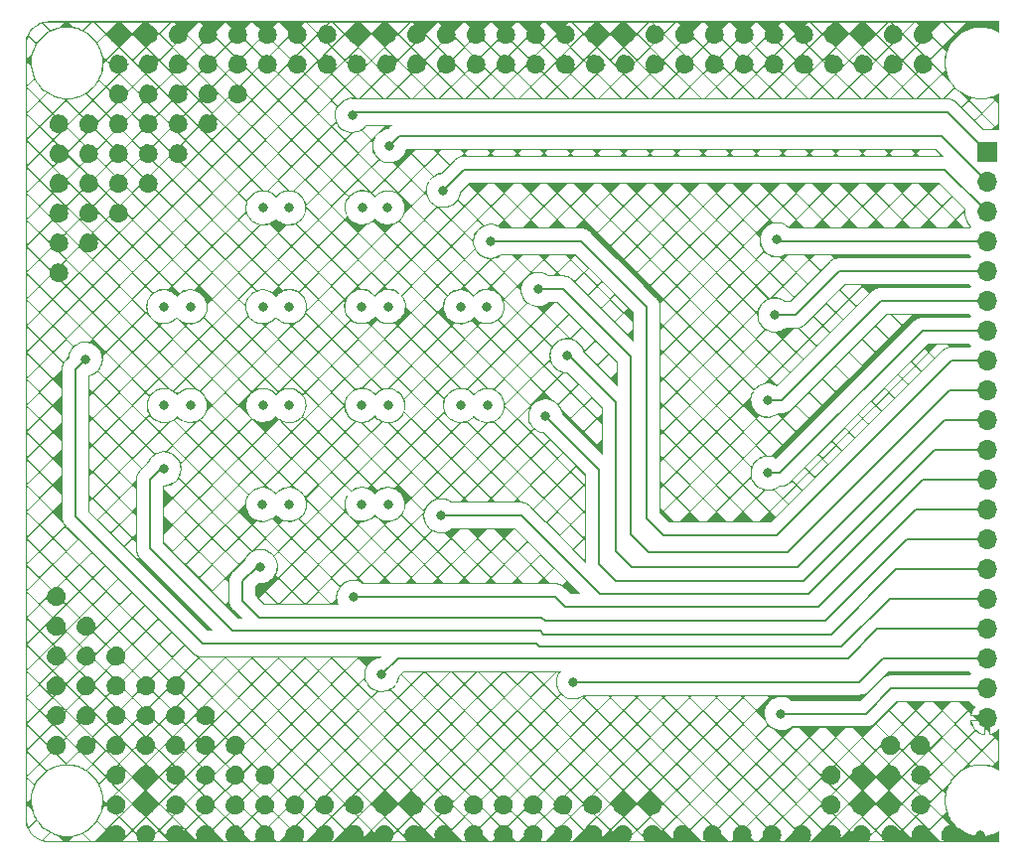
<source format=gbr>
%TF.GenerationSoftware,KiCad,Pcbnew,(6.0.6)*%
%TF.CreationDate,2023-08-17T02:29:11+09:00*%
%TF.ProjectId,SensorBoardLH,53656e73-6f72-4426-9f61-72644c482e6b,rev?*%
%TF.SameCoordinates,Original*%
%TF.FileFunction,Copper,L4,Bot*%
%TF.FilePolarity,Positive*%
%FSLAX46Y46*%
G04 Gerber Fmt 4.6, Leading zero omitted, Abs format (unit mm)*
G04 Created by KiCad (PCBNEW (6.0.6)) date 2023-08-17 02:29:11*
%MOMM*%
%LPD*%
G01*
G04 APERTURE LIST*
%TA.AperFunction,ComponentPad*%
%ADD10R,1.700000X1.700000*%
%TD*%
%TA.AperFunction,ComponentPad*%
%ADD11O,1.700000X1.700000*%
%TD*%
%TA.AperFunction,ViaPad*%
%ADD12C,0.800000*%
%TD*%
%TA.AperFunction,Conductor*%
%ADD13C,0.180000*%
%TD*%
G04 APERTURE END LIST*
D10*
%TO.P,J1,1,Pin_1*%
%TO.N,unconnected-(J1-Pad1)*%
X190110000Y-68000000D03*
D11*
%TO.P,J1,2,Pin_2*%
%TO.N,unconnected-(J1-Pad2)*%
X190110000Y-70540000D03*
%TO.P,J1,3,Pin_3*%
%TO.N,unconnected-(J1-Pad3)*%
X190110000Y-73080000D03*
%TO.P,J1,4,Pin_4*%
%TO.N,unconnected-(J1-Pad4)*%
X190110000Y-75620000D03*
%TO.P,J1,5,Pin_5*%
%TO.N,unconnected-(J1-Pad5)*%
X190110000Y-78160000D03*
%TO.P,J1,6,Pin_6*%
%TO.N,unconnected-(J1-Pad6)*%
X190110000Y-80700000D03*
%TO.P,J1,7,Pin_7*%
%TO.N,unconnected-(J1-Pad7)*%
X190110000Y-83240000D03*
%TO.P,J1,8,Pin_8*%
%TO.N,unconnected-(J1-Pad8)*%
X190110000Y-85780000D03*
%TO.P,J1,9,Pin_9*%
%TO.N,unconnected-(J1-Pad9)*%
X190110000Y-88320000D03*
%TO.P,J1,10,Pin_10*%
%TO.N,unconnected-(J1-Pad10)*%
X190110000Y-90860000D03*
%TO.P,J1,11,Pin_11*%
%TO.N,unconnected-(J1-Pad11)*%
X190110000Y-93400000D03*
%TO.P,J1,12,Pin_12*%
%TO.N,unconnected-(J1-Pad12)*%
X190110000Y-95940000D03*
%TO.P,J1,13,Pin_13*%
%TO.N,unconnected-(J1-Pad13)*%
X190110000Y-98480000D03*
%TO.P,J1,14,Pin_14*%
%TO.N,unconnected-(J1-Pad14)*%
X190110000Y-101020000D03*
%TO.P,J1,15,Pin_15*%
%TO.N,unconnected-(J1-Pad15)*%
X190110000Y-103560000D03*
%TO.P,J1,16,Pin_16*%
%TO.N,unconnected-(J1-Pad16)*%
X190110000Y-106100000D03*
%TO.P,J1,17,Pin_17*%
%TO.N,unconnected-(J1-Pad17)*%
X190110000Y-108640000D03*
%TO.P,J1,18,Pin_18*%
%TO.N,unconnected-(J1-Pad18)*%
X190110000Y-111180000D03*
%TO.P,J1,19,Pin_19*%
%TO.N,unconnected-(J1-Pad19)*%
X190110000Y-113720000D03*
%TO.P,J1,20,Pin_20*%
%TO.N,GND*%
X190110000Y-116260000D03*
%TD*%
D12*
%TO.N,GND*%
X184430000Y-118580000D03*
X181880000Y-118570000D03*
X186990000Y-126200000D03*
X176830000Y-126200000D03*
X179370000Y-126200000D03*
X164130000Y-126200000D03*
X171750000Y-126200000D03*
X166670000Y-126210000D03*
X169210000Y-126210000D03*
X174290000Y-126200000D03*
X181910000Y-126200000D03*
X189530000Y-126200000D03*
X184450000Y-126200000D03*
X159040000Y-126200000D03*
X146340000Y-126200000D03*
X148880000Y-126200000D03*
X115860000Y-126200000D03*
X120940000Y-126200000D03*
X143800000Y-126200000D03*
X118400000Y-126200000D03*
X153960000Y-126200000D03*
X151420000Y-126200000D03*
X138720000Y-126200000D03*
X161580000Y-126200000D03*
X123480000Y-126200000D03*
X141260000Y-126200000D03*
X156500000Y-126200000D03*
X133640000Y-126210000D03*
X136180000Y-126210000D03*
X126010000Y-126200000D03*
X131100000Y-126200000D03*
X128550000Y-126200000D03*
X136180000Y-123670000D03*
X133640000Y-123670000D03*
X126010000Y-123660000D03*
X128550000Y-123660000D03*
X126020000Y-121120000D03*
X128560000Y-121120000D03*
X131100000Y-123660000D03*
X126020000Y-118580000D03*
X110770000Y-105880000D03*
X110770000Y-116040000D03*
X110770000Y-118580000D03*
X110760000Y-113500000D03*
X113310000Y-118580000D03*
X113300000Y-113500000D03*
X113310000Y-116040000D03*
X113310000Y-110960000D03*
X115850000Y-110960000D03*
X110770000Y-108420000D03*
X113310000Y-108420000D03*
X110770000Y-110960000D03*
X115860000Y-113500000D03*
X120940000Y-116040000D03*
X115860000Y-116040000D03*
X118400000Y-113500000D03*
X118400000Y-116040000D03*
X120940000Y-113500000D03*
X123480000Y-118580000D03*
X123480000Y-116040000D03*
X110970000Y-78300000D03*
X113510000Y-75760000D03*
X110970000Y-75760000D03*
X113510000Y-70680000D03*
X116050000Y-73220000D03*
X110970000Y-73220000D03*
X113510000Y-73220000D03*
X116050000Y-70680000D03*
X110970000Y-70680000D03*
X118590000Y-70680000D03*
X113510000Y-68140000D03*
X110970000Y-68140000D03*
X121130000Y-68140000D03*
X118590000Y-68140000D03*
X116050000Y-68140000D03*
X113510000Y-65600000D03*
X110970000Y-65600000D03*
X116050000Y-65600000D03*
X121130000Y-65600000D03*
X118590000Y-65600000D03*
X123670000Y-65600000D03*
%TO.N,unconnected-(J1-Pad19)*%
X172550000Y-115870000D03*
%TO.N,unconnected-(J1-Pad18)*%
X154850000Y-113170000D03*
%TO.N,unconnected-(J1-Pad17)*%
X138500000Y-112530000D03*
%TO.N,unconnected-(J1-Pad16)*%
X113240000Y-85650000D03*
%TO.N,unconnected-(J1-Pad15)*%
X119930000Y-95000000D03*
%TO.N,unconnected-(J1-Pad14)*%
X128160000Y-103340000D03*
%TO.N,unconnected-(J1-Pad13)*%
X136100000Y-105950000D03*
%TO.N,unconnected-(J1-Pad12)*%
X128350000Y-98040000D03*
X130630000Y-98030000D03*
X136810000Y-98030000D03*
X139040000Y-98030000D03*
X143550000Y-99000000D03*
%TO.N,unconnected-(J1-Pad11)*%
X119960000Y-89610000D03*
X122180000Y-89600000D03*
X128370000Y-89600000D03*
X130590000Y-89610000D03*
X136810000Y-89590000D03*
X139040000Y-89610000D03*
X145230000Y-89600000D03*
X147490000Y-89600000D03*
X152470000Y-90500000D03*
%TO.N,unconnected-(J1-Pad10)*%
X154300000Y-85350000D03*
%TO.N,unconnected-(J1-Pad9)*%
X119930000Y-81170000D03*
X122180000Y-81180000D03*
X128360000Y-81180000D03*
X130640000Y-81170000D03*
X136790000Y-81160000D03*
X139080000Y-81160000D03*
X145230000Y-81180000D03*
X147480000Y-81160000D03*
X151820000Y-79700000D03*
%TO.N,unconnected-(J1-Pad8)*%
X147780000Y-75610000D03*
%TO.N,unconnected-(J1-Pad7)*%
X171430000Y-95370000D03*
%TO.N,unconnected-(J1-Pad6)*%
X171410000Y-89150000D03*
%TO.N,unconnected-(J1-Pad5)*%
X172010000Y-81880000D03*
%TO.N,unconnected-(J1-Pad4)*%
X172200000Y-75480000D03*
%TO.N,unconnected-(J1-Pad3)*%
X128390000Y-72750000D03*
X130580000Y-72750000D03*
X136830000Y-72740000D03*
X139020000Y-72750000D03*
X143755000Y-71265000D03*
%TO.N,unconnected-(J1-Pad2)*%
X139180000Y-67450000D03*
%TO.N,unconnected-(J1-Pad1)*%
X135980000Y-64860000D03*
%TO.N,GND*%
X156500000Y-123660000D03*
X133830000Y-60520000D03*
X131290000Y-57980000D03*
X154150000Y-57980000D03*
X141450000Y-60520000D03*
X156690000Y-57980000D03*
X151420000Y-123660000D03*
X159230000Y-60520000D03*
X123480000Y-123660000D03*
X181890000Y-121110000D03*
X156690000Y-60520000D03*
X177010000Y-60520000D03*
X141260000Y-123660000D03*
X123670000Y-57980000D03*
X143990000Y-57980000D03*
X151610000Y-57980000D03*
X169390000Y-60520000D03*
X179350000Y-121110000D03*
X136370000Y-57980000D03*
X146530000Y-57980000D03*
X116050000Y-57980000D03*
X166850000Y-57980000D03*
X143990000Y-60520000D03*
X161580000Y-123660000D03*
X184630000Y-57980000D03*
X149070000Y-60520000D03*
X136370000Y-60520000D03*
X123480000Y-121120000D03*
X120930000Y-118580000D03*
X118400000Y-121120000D03*
X126210000Y-63060000D03*
X161770000Y-57980000D03*
X181890000Y-123650000D03*
X182090000Y-60520000D03*
X138720000Y-123660000D03*
X166850000Y-60520000D03*
X118590000Y-57980000D03*
X133830000Y-57980000D03*
X123670000Y-60520000D03*
X126210000Y-60520000D03*
X174470000Y-57980000D03*
X177010000Y-57980000D03*
X138910000Y-57980000D03*
X118400000Y-123660000D03*
X148880000Y-123660000D03*
X123670000Y-63060000D03*
X182090000Y-57980000D03*
X116050000Y-63060000D03*
X154150000Y-60520000D03*
X116050000Y-60520000D03*
X120940000Y-121120000D03*
X184440000Y-123660000D03*
X141450000Y-57980000D03*
X118590000Y-63060000D03*
X138910000Y-60520000D03*
X118390000Y-118580000D03*
X115850000Y-118580000D03*
X184440000Y-121120000D03*
X153960000Y-123660000D03*
X149070000Y-57980000D03*
X115860000Y-123660000D03*
X118590000Y-60520000D03*
X143800000Y-123660000D03*
X179550000Y-57980000D03*
X179350000Y-123650000D03*
X179550000Y-60520000D03*
X131290000Y-60520000D03*
X151610000Y-60520000D03*
X120940000Y-123660000D03*
X121130000Y-63060000D03*
X126210000Y-57980000D03*
X159230000Y-57980000D03*
X146530000Y-60520000D03*
X146340000Y-123660000D03*
X128750000Y-57980000D03*
X121130000Y-57980000D03*
X176820000Y-121120000D03*
X159040000Y-123660000D03*
X184630000Y-60520000D03*
X176810000Y-123650000D03*
X121130000Y-60520000D03*
X171930000Y-60520000D03*
X128750000Y-60520000D03*
X174470000Y-60520000D03*
X115860000Y-121120000D03*
X161770000Y-60520000D03*
X169390000Y-57980000D03*
X164310000Y-57980000D03*
X164310000Y-60520000D03*
X171930000Y-57980000D03*
%TD*%
D13*
%TO.N,unconnected-(J1-Pad8)*%
X161090000Y-99210000D02*
X161090000Y-81210000D01*
X155490000Y-75610000D02*
X147780000Y-75610000D01*
X162520000Y-100640000D02*
X161090000Y-99210000D01*
X172180000Y-100640000D02*
X162520000Y-100640000D01*
X187040000Y-85780000D02*
X172180000Y-100640000D01*
X190110000Y-85780000D02*
X187040000Y-85780000D01*
X161090000Y-81210000D02*
X155490000Y-75610000D01*
%TO.N,unconnected-(J1-Pad19)*%
X181920000Y-113720000D02*
X179770000Y-115870000D01*
X179770000Y-115870000D02*
X172550000Y-115870000D01*
X190110000Y-113720000D02*
X181920000Y-113720000D01*
%TO.N,unconnected-(J1-Pad18)*%
X179210000Y-113170000D02*
X154850000Y-113170000D01*
X181200000Y-111180000D02*
X179210000Y-113170000D01*
X190110000Y-111180000D02*
X181200000Y-111180000D01*
%TO.N,unconnected-(J1-Pad17)*%
X180760000Y-108640000D02*
X178240000Y-111160000D01*
X178240000Y-111160000D02*
X139870000Y-111160000D01*
X139870000Y-111160000D02*
X138500000Y-112530000D01*
X190110000Y-108640000D02*
X180760000Y-108640000D01*
%TO.N,unconnected-(J1-Pad16)*%
X177700000Y-110190000D02*
X181790000Y-106100000D01*
X181790000Y-106100000D02*
X190110000Y-106100000D01*
X151640000Y-109890000D02*
X151940000Y-110190000D01*
X151940000Y-110190000D02*
X177700000Y-110190000D01*
X123200000Y-109890000D02*
X151640000Y-109890000D01*
X112400000Y-99090000D02*
X123200000Y-109890000D01*
X113240000Y-85650000D02*
X112400000Y-86490000D01*
X112400000Y-86490000D02*
X112400000Y-99090000D01*
%TO.N,unconnected-(J1-Pad15)*%
X119670000Y-95000000D02*
X119930000Y-95000000D01*
X118730000Y-101810000D02*
X118730000Y-95940000D01*
X118730000Y-95940000D02*
X119670000Y-95000000D01*
X152040000Y-108840000D02*
X125760000Y-108840000D01*
X176830000Y-109100000D02*
X152300000Y-109100000D01*
X125760000Y-108840000D02*
X118730000Y-101810000D01*
X182370000Y-103560000D02*
X176830000Y-109100000D01*
X190110000Y-103560000D02*
X182370000Y-103560000D01*
X152300000Y-109100000D02*
X152040000Y-108840000D01*
%TO.N,unconnected-(J1-Pad14)*%
X127850000Y-103340000D02*
X128160000Y-103340000D01*
X126620000Y-104570000D02*
X127850000Y-103340000D01*
X152100000Y-107660000D02*
X128050000Y-107660000D01*
X176280000Y-107960000D02*
X152400000Y-107960000D01*
X128050000Y-107660000D02*
X126620000Y-106230000D01*
X183220000Y-101020000D02*
X176280000Y-107960000D01*
X190110000Y-101020000D02*
X183220000Y-101020000D01*
X152400000Y-107960000D02*
X152100000Y-107660000D01*
X126620000Y-106230000D02*
X126620000Y-104570000D01*
%TO.N,unconnected-(J1-Pad13)*%
X154160000Y-106780000D02*
X175720000Y-106780000D01*
X184020000Y-98480000D02*
X190110000Y-98480000D01*
X153320000Y-105940000D02*
X154160000Y-106780000D01*
X175720000Y-106780000D02*
X184020000Y-98480000D01*
X136110000Y-105940000D02*
X153320000Y-105940000D01*
X136100000Y-105950000D02*
X136110000Y-105940000D01*
%TO.N,unconnected-(J1-Pad12)*%
X174840000Y-105690000D02*
X157060000Y-105690000D01*
X184590000Y-95940000D02*
X174840000Y-105690000D01*
X157060000Y-105690000D02*
X150370000Y-99000000D01*
X190110000Y-95940000D02*
X184590000Y-95940000D01*
X150370000Y-99000000D02*
X143550000Y-99000000D01*
%TO.N,unconnected-(J1-Pad11)*%
X157040000Y-103140000D02*
X157040000Y-95070000D01*
X158450000Y-104550000D02*
X157040000Y-103140000D01*
X157040000Y-95070000D02*
X152470000Y-90500000D01*
X174480000Y-104550000D02*
X158450000Y-104550000D01*
X190110000Y-93400000D02*
X185630000Y-93400000D01*
X185630000Y-93400000D02*
X174480000Y-104550000D01*
%TO.N,unconnected-(J1-Pad10)*%
X173930000Y-103380000D02*
X186450000Y-90860000D01*
X158470000Y-89340000D02*
X158470000Y-102030000D01*
X186450000Y-90860000D02*
X190110000Y-90860000D01*
X154480000Y-85350000D02*
X158470000Y-89340000D01*
X159820000Y-103380000D02*
X173930000Y-103380000D01*
X154300000Y-85350000D02*
X154480000Y-85350000D01*
X158470000Y-102030000D02*
X159820000Y-103380000D01*
%TO.N,unconnected-(J1-Pad9)*%
X159730000Y-85460000D02*
X153970000Y-79700000D01*
X153970000Y-79700000D02*
X151820000Y-79700000D01*
X161270000Y-102120000D02*
X159730000Y-100580000D01*
X159730000Y-100580000D02*
X159730000Y-85460000D01*
X173110000Y-102120000D02*
X161270000Y-102120000D01*
X186910000Y-88320000D02*
X173110000Y-102120000D01*
X190110000Y-88320000D02*
X186910000Y-88320000D01*
%TO.N,unconnected-(J1-Pad7)*%
X172460000Y-95370000D02*
X171430000Y-95370000D01*
X184590000Y-83240000D02*
X172460000Y-95370000D01*
X190110000Y-83240000D02*
X184590000Y-83240000D01*
%TO.N,unconnected-(J1-Pad6)*%
X172600000Y-89150000D02*
X171410000Y-89150000D01*
X190110000Y-80700000D02*
X181050000Y-80700000D01*
X181050000Y-80700000D02*
X172600000Y-89150000D01*
%TO.N,unconnected-(J1-Pad5)*%
X173780000Y-81880000D02*
X172010000Y-81880000D01*
X177500000Y-78160000D02*
X173780000Y-81880000D01*
X190110000Y-78160000D02*
X177500000Y-78160000D01*
%TO.N,unconnected-(J1-Pad4)*%
X172340000Y-75620000D02*
X172200000Y-75480000D01*
X190110000Y-75620000D02*
X172340000Y-75620000D01*
%TO.N,unconnected-(J1-Pad3)*%
X145530000Y-69490000D02*
X143755000Y-71265000D01*
X190110000Y-73080000D02*
X186520000Y-69490000D01*
X186520000Y-69490000D02*
X145530000Y-69490000D01*
%TO.N,unconnected-(J1-Pad2)*%
X139970000Y-66660000D02*
X186230000Y-66660000D01*
X139180000Y-67450000D02*
X139970000Y-66660000D01*
X186230000Y-66660000D02*
X190110000Y-70540000D01*
%TO.N,unconnected-(J1-Pad1)*%
X186720000Y-64610000D02*
X190110000Y-68000000D01*
X136230000Y-64610000D02*
X186720000Y-64610000D01*
X135980000Y-64860000D02*
X136230000Y-64610000D01*
%TD*%
%TA.AperFunction,Conductor*%
%TO.N,GND*%
G36*
X146480917Y-56850516D02*
G01*
X191064853Y-56850534D01*
X191066119Y-56850603D01*
X191109303Y-56855301D01*
X191109865Y-56855252D01*
X191109868Y-56855252D01*
X191127282Y-56853731D01*
X191135822Y-56856426D01*
X191139956Y-56864369D01*
X191140000Y-56865387D01*
X191140000Y-57811190D01*
X191136573Y-57819463D01*
X191128300Y-57822890D01*
X191121774Y-57820901D01*
X191110251Y-57813158D01*
X191109967Y-57812967D01*
X190802482Y-57654261D01*
X190478793Y-57531950D01*
X190178025Y-57456402D01*
X190143529Y-57447737D01*
X190143526Y-57447737D01*
X190143190Y-57447652D01*
X190142851Y-57447607D01*
X190142849Y-57447607D01*
X190019636Y-57431386D01*
X189800124Y-57402487D01*
X189717917Y-57401195D01*
X189454479Y-57397056D01*
X189454473Y-57397056D01*
X189454139Y-57397051D01*
X189453801Y-57397085D01*
X189453795Y-57397085D01*
X189145734Y-57427835D01*
X189109823Y-57431419D01*
X189109504Y-57431489D01*
X189109495Y-57431490D01*
X188772077Y-57505059D01*
X188772072Y-57505060D01*
X188771739Y-57505133D01*
X188444367Y-57617217D01*
X188444069Y-57617359D01*
X188444062Y-57617362D01*
X188366388Y-57654411D01*
X188132048Y-57766186D01*
X188131758Y-57766368D01*
X188131756Y-57766369D01*
X187874896Y-57927497D01*
X187838921Y-57950064D01*
X187568871Y-58166415D01*
X187505022Y-58230936D01*
X187344809Y-58392836D01*
X187325477Y-58412371D01*
X187325263Y-58412643D01*
X187325262Y-58412645D01*
X187274151Y-58477829D01*
X187111966Y-58684672D01*
X187111794Y-58684953D01*
X187111791Y-58684957D01*
X186998323Y-58870121D01*
X186931168Y-58979709D01*
X186931024Y-58980020D01*
X186931022Y-58980023D01*
X186801791Y-59258427D01*
X186785478Y-59293570D01*
X186785375Y-59293882D01*
X186785374Y-59293884D01*
X186683510Y-59601894D01*
X186676828Y-59622097D01*
X186606658Y-59960935D01*
X186602142Y-60011535D01*
X186575991Y-60304555D01*
X186575898Y-60305592D01*
X186577878Y-60381183D01*
X186578005Y-60386045D01*
X186583400Y-60592060D01*
X186584956Y-60651501D01*
X186585003Y-60651834D01*
X186585004Y-60651841D01*
X186628956Y-60960660D01*
X186633712Y-60994076D01*
X186721519Y-61328777D01*
X186721639Y-61329085D01*
X186721641Y-61329091D01*
X186813807Y-61565483D01*
X186847214Y-61651167D01*
X187009130Y-61956974D01*
X187205122Y-62242144D01*
X187205339Y-62242393D01*
X187205340Y-62242394D01*
X187312330Y-62365039D01*
X187432592Y-62502898D01*
X187688524Y-62735778D01*
X187969527Y-62937699D01*
X188271876Y-63105985D01*
X188591563Y-63238403D01*
X188924352Y-63333201D01*
X189008789Y-63347028D01*
X189265492Y-63389065D01*
X189265501Y-63389066D01*
X189265831Y-63389120D01*
X189611474Y-63405420D01*
X189611796Y-63405398D01*
X189611803Y-63405398D01*
X189838036Y-63389975D01*
X189956700Y-63381885D01*
X190296933Y-63318827D01*
X190482526Y-63261731D01*
X190627345Y-63217179D01*
X190627348Y-63217178D01*
X190627663Y-63217081D01*
X190786085Y-63147538D01*
X190944200Y-63078131D01*
X190944203Y-63078129D01*
X190944507Y-63077996D01*
X191122398Y-62974045D01*
X191131269Y-62972830D01*
X191138402Y-62978244D01*
X191140000Y-62984147D01*
X191140000Y-66147614D01*
X191136573Y-66155887D01*
X191128300Y-66159314D01*
X191127267Y-66159268D01*
X191017816Y-66149500D01*
X189806546Y-66149500D01*
X189798273Y-66146073D01*
X188972969Y-65320769D01*
X189111561Y-65320769D01*
X189842292Y-66051500D01*
X190504979Y-66051500D01*
X190728031Y-65828448D01*
X189665956Y-64766373D01*
X189111561Y-65320769D01*
X188972969Y-65320769D01*
X187841598Y-64189398D01*
X187980190Y-64189398D01*
X189042265Y-65251473D01*
X189596660Y-64697077D01*
X189735253Y-64697077D01*
X190797327Y-65759152D01*
X191028300Y-65528179D01*
X191028300Y-63865976D01*
X190797327Y-63635003D01*
X189735253Y-64697077D01*
X189596660Y-64697077D01*
X188534586Y-63635003D01*
X187980190Y-64189398D01*
X187841598Y-64189398D01*
X187556922Y-63904722D01*
X187555652Y-63903218D01*
X187549582Y-63894661D01*
X187549258Y-63894204D01*
X187505206Y-63852033D01*
X187482506Y-63830303D01*
X187482324Y-63830124D01*
X187454340Y-63802140D01*
X187445546Y-63794878D01*
X187444905Y-63794308D01*
X187399342Y-63750691D01*
X187398943Y-63750309D01*
X187398477Y-63750008D01*
X187365739Y-63728869D01*
X187364636Y-63728062D01*
X187334586Y-63703247D01*
X187334583Y-63703245D01*
X187334158Y-63702894D01*
X187278319Y-63672386D01*
X187277598Y-63671958D01*
X187224130Y-63637434D01*
X187187473Y-63622661D01*
X187186238Y-63622077D01*
X187152030Y-63603388D01*
X187152031Y-63603388D01*
X187151547Y-63603124D01*
X187151023Y-63602956D01*
X187151020Y-63602955D01*
X187090956Y-63583729D01*
X187090149Y-63583438D01*
X187031646Y-63559860D01*
X187031644Y-63559860D01*
X187031127Y-63559651D01*
X187030580Y-63559544D01*
X187030576Y-63559543D01*
X186992329Y-63552074D01*
X186991005Y-63551734D01*
X186953898Y-63539856D01*
X186953895Y-63539855D01*
X186953366Y-63539686D01*
X186941702Y-63538285D01*
X186890207Y-63532099D01*
X186889359Y-63531966D01*
X186860609Y-63526351D01*
X186826898Y-63519768D01*
X186826474Y-63519747D01*
X186826472Y-63519747D01*
X186821541Y-63519506D01*
X186821540Y-63519506D01*
X186821418Y-63519500D01*
X186786027Y-63519500D01*
X186784632Y-63519416D01*
X186747316Y-63514933D01*
X186747313Y-63514933D01*
X186746764Y-63514867D01*
X186682514Y-63519416D01*
X186681737Y-63519471D01*
X186680911Y-63519500D01*
X136392319Y-63519500D01*
X136388413Y-63518829D01*
X136339433Y-63501484D01*
X136339432Y-63501484D01*
X136338978Y-63501323D01*
X136338508Y-63501239D01*
X136338503Y-63501238D01*
X136112716Y-63461020D01*
X136112250Y-63460937D01*
X136111776Y-63460931D01*
X136111774Y-63460931D01*
X135988921Y-63459430D01*
X135881971Y-63458123D01*
X135654325Y-63492958D01*
X135435424Y-63564506D01*
X135323596Y-63622720D01*
X135236653Y-63667980D01*
X135231149Y-63670845D01*
X135046984Y-63809119D01*
X135046655Y-63809464D01*
X135046652Y-63809466D01*
X134965239Y-63894661D01*
X134887877Y-63975616D01*
X134758099Y-64165863D01*
X134757896Y-64166300D01*
X134757895Y-64166302D01*
X134673507Y-64348102D01*
X134661136Y-64374752D01*
X134599592Y-64596673D01*
X134599541Y-64597147D01*
X134599541Y-64597149D01*
X134581456Y-64766373D01*
X134575119Y-64825665D01*
X134588376Y-65055580D01*
X134639006Y-65280242D01*
X134639189Y-65280692D01*
X134639189Y-65280693D01*
X134725467Y-65493170D01*
X134725649Y-65493618D01*
X134752185Y-65536921D01*
X134805432Y-65623811D01*
X134845979Y-65689978D01*
X134996763Y-65864048D01*
X134997128Y-65864351D01*
X134997129Y-65864352D01*
X135037350Y-65897744D01*
X135173953Y-66011154D01*
X135174363Y-66011394D01*
X135174365Y-66011395D01*
X135269209Y-66066817D01*
X135372790Y-66127345D01*
X135587934Y-66209501D01*
X135813607Y-66255414D01*
X135814088Y-66255432D01*
X135814091Y-66255432D01*
X135913556Y-66259079D01*
X136043749Y-66263853D01*
X136044224Y-66263792D01*
X136044228Y-66263792D01*
X136271703Y-66234652D01*
X136271705Y-66234652D01*
X136272178Y-66234591D01*
X136492761Y-66168413D01*
X136641053Y-66095765D01*
X136828140Y-66095765D01*
X137622897Y-66890523D01*
X138049643Y-66463777D01*
X138176132Y-66331413D01*
X138176472Y-66331071D01*
X138180881Y-66326822D01*
X138181233Y-66326497D01*
X138182667Y-66325224D01*
X138183031Y-66324914D01*
X138187765Y-66321046D01*
X138188143Y-66320750D01*
X138206310Y-66307110D01*
X138684972Y-65828448D01*
X138655024Y-65798500D01*
X137150963Y-65798500D01*
X137129774Y-65827989D01*
X137129488Y-65828371D01*
X137125744Y-65833157D01*
X137125443Y-65833526D01*
X137124201Y-65834987D01*
X137123880Y-65835349D01*
X137119700Y-65839873D01*
X137119366Y-65840221D01*
X136956238Y-66002781D01*
X136955890Y-66003113D01*
X136951360Y-66007270D01*
X136950997Y-66007589D01*
X136949532Y-66008826D01*
X136949160Y-66009128D01*
X136944352Y-66012862D01*
X136943970Y-66013146D01*
X136828140Y-66095765D01*
X136641053Y-66095765D01*
X136699574Y-66067096D01*
X136775608Y-66012862D01*
X136886676Y-65933639D01*
X136886681Y-65933635D01*
X136887062Y-65933363D01*
X136980879Y-65839873D01*
X137049854Y-65771138D01*
X137049855Y-65771137D01*
X137050190Y-65770803D01*
X137097207Y-65705373D01*
X137104816Y-65700654D01*
X137106707Y-65700500D01*
X139403038Y-65700500D01*
X139411311Y-65703927D01*
X139414738Y-65712200D01*
X139411311Y-65720473D01*
X139408396Y-65722600D01*
X139378188Y-65738159D01*
X139328153Y-65777462D01*
X139327466Y-65777962D01*
X139274678Y-65813501D01*
X139270614Y-65817186D01*
X139245592Y-65842208D01*
X139244546Y-65843136D01*
X139214549Y-65866699D01*
X139175146Y-65912107D01*
X139171825Y-65915934D01*
X139171261Y-65916539D01*
X139034748Y-66053052D01*
X139028245Y-66056344D01*
X138999028Y-66060815D01*
X138854325Y-66082958D01*
X138635424Y-66154506D01*
X138608709Y-66168413D01*
X138432523Y-66260130D01*
X138431149Y-66260845D01*
X138246984Y-66399119D01*
X138246655Y-66399464D01*
X138246652Y-66399466D01*
X138240474Y-66405931D01*
X138087877Y-66565616D01*
X137958099Y-66755863D01*
X137957896Y-66756300D01*
X137957895Y-66756302D01*
X137948506Y-66776530D01*
X137861136Y-66964752D01*
X137861008Y-66965214D01*
X137861006Y-66965219D01*
X137825796Y-67092184D01*
X137799592Y-67186673D01*
X137775119Y-67415665D01*
X137788376Y-67645580D01*
X137839006Y-67870242D01*
X137839189Y-67870692D01*
X137839189Y-67870693D01*
X137851466Y-67900927D01*
X137925649Y-68083618D01*
X137952185Y-68126921D01*
X137974792Y-68163811D01*
X138045979Y-68279978D01*
X138196763Y-68454048D01*
X138197128Y-68454351D01*
X138197129Y-68454352D01*
X138234197Y-68485126D01*
X138373953Y-68601154D01*
X138374363Y-68601394D01*
X138374365Y-68601395D01*
X138446019Y-68643266D01*
X138572790Y-68717345D01*
X138787934Y-68799501D01*
X139013607Y-68845414D01*
X139014088Y-68845432D01*
X139014091Y-68845432D01*
X139114142Y-68849100D01*
X139243749Y-68853853D01*
X139244224Y-68853792D01*
X139244228Y-68853792D01*
X139471703Y-68824652D01*
X139471705Y-68824652D01*
X139472178Y-68824591D01*
X139692761Y-68758413D01*
X139899574Y-68657096D01*
X139941874Y-68626924D01*
X140086676Y-68523639D01*
X140086681Y-68523635D01*
X140087062Y-68523363D01*
X140178407Y-68432336D01*
X140249854Y-68361138D01*
X140249855Y-68361137D01*
X140250190Y-68360803D01*
X140266123Y-68338630D01*
X140384294Y-68174177D01*
X140384295Y-68174176D01*
X140384577Y-68173783D01*
X140425397Y-68091190D01*
X141086306Y-68091190D01*
X142148381Y-69153264D01*
X143210455Y-68091190D01*
X143349048Y-68091190D01*
X144298533Y-69040675D01*
X144659802Y-68679406D01*
X144700531Y-68632470D01*
X144700907Y-68632057D01*
X144705809Y-68626924D01*
X144706202Y-68626532D01*
X144707812Y-68624999D01*
X144708223Y-68624625D01*
X144713583Y-68619986D01*
X144714013Y-68619632D01*
X144739949Y-68599259D01*
X144761317Y-68577891D01*
X144761419Y-68577790D01*
X144762740Y-68576501D01*
X144762845Y-68576400D01*
X144763259Y-68576006D01*
X144763363Y-68575908D01*
X144764681Y-68574684D01*
X144764784Y-68574590D01*
X144768849Y-68570904D01*
X144769166Y-68570626D01*
X144773272Y-68567164D01*
X144773599Y-68566899D01*
X144774924Y-68565861D01*
X144775258Y-68565608D01*
X144779601Y-68562450D01*
X144779948Y-68562208D01*
X144830109Y-68528438D01*
X144877652Y-68491092D01*
X144878097Y-68490759D01*
X144883889Y-68486639D01*
X144884352Y-68486326D01*
X144886222Y-68485126D01*
X144886697Y-68484837D01*
X144892828Y-68481302D01*
X144893315Y-68481037D01*
X144923948Y-68465259D01*
X144952562Y-68445996D01*
X144953032Y-68445696D01*
X144959107Y-68442014D01*
X144959590Y-68441737D01*
X144961543Y-68440677D01*
X144962037Y-68440424D01*
X144968415Y-68437345D01*
X144968921Y-68437115D01*
X145024562Y-68413440D01*
X145078309Y-68385758D01*
X145078809Y-68385515D01*
X145085267Y-68382568D01*
X145085780Y-68382348D01*
X145087843Y-68381523D01*
X145088364Y-68381329D01*
X145095062Y-68379013D01*
X145095591Y-68378844D01*
X145128677Y-68369136D01*
X145160397Y-68355641D01*
X145160915Y-68355435D01*
X145167571Y-68352970D01*
X145168097Y-68352789D01*
X145170216Y-68352117D01*
X145170750Y-68351962D01*
X145177600Y-68350143D01*
X145178140Y-68350013D01*
X145224315Y-68340072D01*
X145473197Y-68091190D01*
X145611790Y-68091190D01*
X145822100Y-68301500D01*
X147525629Y-68301500D01*
X147735939Y-68091190D01*
X147874531Y-68091190D01*
X148084841Y-68301500D01*
X149788371Y-68301500D01*
X149998681Y-68091190D01*
X150137273Y-68091190D01*
X150347583Y-68301500D01*
X152051112Y-68301500D01*
X152261422Y-68091190D01*
X152400015Y-68091190D01*
X152610325Y-68301500D01*
X154313854Y-68301500D01*
X154524164Y-68091190D01*
X154662756Y-68091190D01*
X154873066Y-68301500D01*
X156576596Y-68301500D01*
X156786906Y-68091190D01*
X156925498Y-68091190D01*
X157135808Y-68301500D01*
X158839337Y-68301500D01*
X159049647Y-68091190D01*
X159188240Y-68091190D01*
X159398550Y-68301500D01*
X161102079Y-68301500D01*
X161312389Y-68091190D01*
X161450981Y-68091190D01*
X161661291Y-68301500D01*
X163364821Y-68301500D01*
X163575131Y-68091190D01*
X163713723Y-68091190D01*
X163924033Y-68301500D01*
X165627562Y-68301500D01*
X165837872Y-68091190D01*
X165976465Y-68091190D01*
X166186775Y-68301500D01*
X167890304Y-68301500D01*
X168100614Y-68091190D01*
X168239207Y-68091190D01*
X168449517Y-68301500D01*
X170153046Y-68301500D01*
X170363356Y-68091190D01*
X170501948Y-68091190D01*
X170712258Y-68301500D01*
X172415788Y-68301500D01*
X172626098Y-68091190D01*
X172764690Y-68091190D01*
X172975000Y-68301500D01*
X174678529Y-68301500D01*
X174888839Y-68091190D01*
X175027432Y-68091190D01*
X175237742Y-68301500D01*
X176941271Y-68301500D01*
X177151581Y-68091190D01*
X177290173Y-68091190D01*
X177500483Y-68301500D01*
X179204013Y-68301500D01*
X179414323Y-68091190D01*
X179552915Y-68091190D01*
X179763225Y-68301500D01*
X181466754Y-68301500D01*
X181677064Y-68091190D01*
X181815657Y-68091190D01*
X182025967Y-68301500D01*
X183729496Y-68301500D01*
X183939806Y-68091190D01*
X184078398Y-68091190D01*
X184288708Y-68301500D01*
X185992238Y-68301500D01*
X186091473Y-68202265D01*
X185737708Y-67848500D01*
X184321088Y-67848500D01*
X184078398Y-68091190D01*
X183939806Y-68091190D01*
X183697116Y-67848500D01*
X182058347Y-67848500D01*
X181815657Y-68091190D01*
X181677064Y-68091190D01*
X181434374Y-67848500D01*
X179795605Y-67848500D01*
X179552915Y-68091190D01*
X179414323Y-68091190D01*
X179171633Y-67848500D01*
X177532863Y-67848500D01*
X177290173Y-68091190D01*
X177151581Y-68091190D01*
X176908891Y-67848500D01*
X175270122Y-67848500D01*
X175027432Y-68091190D01*
X174888839Y-68091190D01*
X174646149Y-67848500D01*
X173007380Y-67848500D01*
X172764690Y-68091190D01*
X172626098Y-68091190D01*
X172383408Y-67848500D01*
X170744638Y-67848500D01*
X170501948Y-68091190D01*
X170363356Y-68091190D01*
X170120666Y-67848500D01*
X168481897Y-67848500D01*
X168239207Y-68091190D01*
X168100614Y-68091190D01*
X167857924Y-67848500D01*
X166219155Y-67848500D01*
X165976465Y-68091190D01*
X165837872Y-68091190D01*
X165595182Y-67848500D01*
X163956413Y-67848500D01*
X163713723Y-68091190D01*
X163575131Y-68091190D01*
X163332441Y-67848500D01*
X161693671Y-67848500D01*
X161450981Y-68091190D01*
X161312389Y-68091190D01*
X161069699Y-67848500D01*
X159430930Y-67848500D01*
X159188240Y-68091190D01*
X159049647Y-68091190D01*
X158806957Y-67848500D01*
X157168188Y-67848500D01*
X156925498Y-68091190D01*
X156786906Y-68091190D01*
X156544216Y-67848500D01*
X154905446Y-67848500D01*
X154662756Y-68091190D01*
X154524164Y-68091190D01*
X154281474Y-67848500D01*
X152642705Y-67848500D01*
X152400015Y-68091190D01*
X152261422Y-68091190D01*
X152018732Y-67848500D01*
X150379963Y-67848500D01*
X150137273Y-68091190D01*
X149998681Y-68091190D01*
X149755991Y-67848500D01*
X148117221Y-67848500D01*
X147874531Y-68091190D01*
X147735939Y-68091190D01*
X147493249Y-67848500D01*
X145854480Y-67848500D01*
X145611790Y-68091190D01*
X145473197Y-68091190D01*
X145230507Y-67848500D01*
X143591738Y-67848500D01*
X143349048Y-68091190D01*
X143210455Y-68091190D01*
X142967765Y-67848500D01*
X141328996Y-67848500D01*
X141086306Y-68091190D01*
X140425397Y-68091190D01*
X140486615Y-67967325D01*
X140486753Y-67966872D01*
X140549971Y-67758799D01*
X140555655Y-67751879D01*
X140561166Y-67750500D01*
X185773454Y-67750500D01*
X185781727Y-67753927D01*
X186407327Y-68379527D01*
X186410754Y-68387800D01*
X186407327Y-68396073D01*
X186399054Y-68399500D01*
X145623083Y-68399500D01*
X145621122Y-68399334D01*
X145610778Y-68397575D01*
X145610776Y-68397575D01*
X145610230Y-68397482D01*
X145609677Y-68397494D01*
X145609676Y-68397494D01*
X145517895Y-68399497D01*
X145517640Y-68399500D01*
X145478014Y-68399500D01*
X145477734Y-68399527D01*
X145477728Y-68399527D01*
X145466652Y-68400584D01*
X145465796Y-68400634D01*
X145415517Y-68401731D01*
X145402192Y-68402022D01*
X145401648Y-68402139D01*
X145401649Y-68402139D01*
X145363550Y-68410341D01*
X145362199Y-68410550D01*
X145323405Y-68414251D01*
X145323401Y-68414252D01*
X145322854Y-68414304D01*
X145322327Y-68414459D01*
X145322325Y-68414459D01*
X145261796Y-68432216D01*
X145260965Y-68432427D01*
X145199313Y-68445700D01*
X145199311Y-68445701D01*
X145198766Y-68445818D01*
X145181604Y-68453120D01*
X145162397Y-68461292D01*
X145161110Y-68461753D01*
X145123715Y-68472724D01*
X145123712Y-68472725D01*
X145123181Y-68472881D01*
X145122687Y-68473135D01*
X145122678Y-68473139D01*
X145066613Y-68502015D01*
X145065851Y-68502373D01*
X145007291Y-68527291D01*
X145006836Y-68527598D01*
X145006833Y-68527599D01*
X144974493Y-68549371D01*
X144973316Y-68550066D01*
X144938688Y-68567901D01*
X144938684Y-68567903D01*
X144938188Y-68568159D01*
X144888153Y-68607462D01*
X144887466Y-68607962D01*
X144834678Y-68643501D01*
X144830613Y-68647187D01*
X144805592Y-68672208D01*
X144804546Y-68673136D01*
X144774549Y-68696699D01*
X144756487Y-68717514D01*
X144731825Y-68745934D01*
X144731261Y-68746539D01*
X143609748Y-69868052D01*
X143603245Y-69871344D01*
X143570493Y-69876356D01*
X143429325Y-69897958D01*
X143210424Y-69969506D01*
X143006149Y-70075845D01*
X142821984Y-70214119D01*
X142662877Y-70380616D01*
X142533099Y-70570863D01*
X142532896Y-70571300D01*
X142532895Y-70571302D01*
X142448507Y-70753102D01*
X142436136Y-70779752D01*
X142436008Y-70780214D01*
X142436006Y-70780219D01*
X142407855Y-70881731D01*
X142374592Y-71001673D01*
X142374541Y-71002147D01*
X142374541Y-71002149D01*
X142350529Y-71226828D01*
X142350119Y-71230665D01*
X142363376Y-71460580D01*
X142414006Y-71685242D01*
X142414189Y-71685692D01*
X142414189Y-71685693D01*
X142483541Y-71856487D01*
X142500649Y-71898618D01*
X142527185Y-71941921D01*
X142615431Y-72085924D01*
X142620979Y-72094978D01*
X142771763Y-72269048D01*
X142772128Y-72269351D01*
X142772129Y-72269352D01*
X142805051Y-72296684D01*
X142948953Y-72416154D01*
X142949363Y-72416394D01*
X142949365Y-72416395D01*
X143035900Y-72466962D01*
X143147790Y-72532345D01*
X143362934Y-72614501D01*
X143588607Y-72660414D01*
X143589088Y-72660432D01*
X143589091Y-72660432D01*
X143688556Y-72664079D01*
X143818749Y-72668853D01*
X143819224Y-72668792D01*
X143819228Y-72668792D01*
X144046703Y-72639652D01*
X144046705Y-72639652D01*
X144047178Y-72639591D01*
X144267761Y-72573413D01*
X144474574Y-72472096D01*
X144528775Y-72433435D01*
X144661676Y-72338639D01*
X144661681Y-72338635D01*
X144662062Y-72338363D01*
X144755879Y-72244873D01*
X144824854Y-72176138D01*
X144824855Y-72176137D01*
X144825190Y-72175803D01*
X144841123Y-72153630D01*
X144919313Y-72044816D01*
X145039932Y-72044816D01*
X145542493Y-72547377D01*
X146604568Y-71485302D01*
X146743160Y-71485302D01*
X147805235Y-72547377D01*
X148867310Y-71485302D01*
X149005902Y-71485302D01*
X150067977Y-72547377D01*
X151130051Y-71485302D01*
X151268644Y-71485302D01*
X152330718Y-72547377D01*
X153392793Y-71485302D01*
X153531385Y-71485302D01*
X154593460Y-72547377D01*
X155655535Y-71485302D01*
X155794127Y-71485302D01*
X156856202Y-72547377D01*
X157918277Y-71485302D01*
X158056869Y-71485302D01*
X159118944Y-72547377D01*
X160181018Y-71485302D01*
X160319611Y-71485302D01*
X161381685Y-72547377D01*
X162443760Y-71485302D01*
X162582352Y-71485302D01*
X163644427Y-72547377D01*
X164706502Y-71485302D01*
X164845094Y-71485302D01*
X165907169Y-72547377D01*
X166969243Y-71485302D01*
X167107836Y-71485302D01*
X168169910Y-72547377D01*
X169231985Y-71485302D01*
X169370577Y-71485302D01*
X170432652Y-72547377D01*
X171494727Y-71485302D01*
X171633319Y-71485302D01*
X172695394Y-72547377D01*
X173757468Y-71485302D01*
X173896061Y-71485302D01*
X174958135Y-72547377D01*
X176020210Y-71485302D01*
X176158802Y-71485302D01*
X177220877Y-72547377D01*
X178282952Y-71485302D01*
X178421544Y-71485302D01*
X179483619Y-72547377D01*
X180545694Y-71485302D01*
X180684286Y-71485302D01*
X181746361Y-72547377D01*
X182808435Y-71485302D01*
X182947028Y-71485302D01*
X184009102Y-72547377D01*
X185071177Y-71485302D01*
X185209769Y-71485302D01*
X186271844Y-72547377D01*
X187084215Y-71735007D01*
X186027708Y-70678500D01*
X186016572Y-70678500D01*
X185209769Y-71485302D01*
X185071177Y-71485302D01*
X184264374Y-70678500D01*
X183753830Y-70678500D01*
X182947028Y-71485302D01*
X182808435Y-71485302D01*
X182001633Y-70678500D01*
X181491089Y-70678500D01*
X180684286Y-71485302D01*
X180545694Y-71485302D01*
X179738891Y-70678500D01*
X179228347Y-70678500D01*
X178421544Y-71485302D01*
X178282952Y-71485302D01*
X177476149Y-70678500D01*
X176965605Y-70678500D01*
X176158802Y-71485302D01*
X176020210Y-71485302D01*
X175213407Y-70678500D01*
X174702863Y-70678500D01*
X173896061Y-71485302D01*
X173757468Y-71485302D01*
X172950666Y-70678500D01*
X172440122Y-70678500D01*
X171633319Y-71485302D01*
X171494727Y-71485302D01*
X170687924Y-70678500D01*
X170177380Y-70678500D01*
X169370577Y-71485302D01*
X169231985Y-71485302D01*
X168425182Y-70678500D01*
X167914638Y-70678500D01*
X167107836Y-71485302D01*
X166969243Y-71485302D01*
X166162441Y-70678500D01*
X165651897Y-70678500D01*
X164845094Y-71485302D01*
X164706502Y-71485302D01*
X163899699Y-70678500D01*
X163389155Y-70678500D01*
X162582352Y-71485302D01*
X162443760Y-71485302D01*
X161636957Y-70678500D01*
X161126413Y-70678500D01*
X160319611Y-71485302D01*
X160181018Y-71485302D01*
X159374216Y-70678500D01*
X158863672Y-70678500D01*
X158056869Y-71485302D01*
X157918277Y-71485302D01*
X157111474Y-70678500D01*
X156600930Y-70678500D01*
X155794127Y-71485302D01*
X155655535Y-71485302D01*
X154848732Y-70678500D01*
X154338188Y-70678500D01*
X153531385Y-71485302D01*
X153392793Y-71485302D01*
X152585990Y-70678500D01*
X152075446Y-70678500D01*
X151268644Y-71485302D01*
X151130051Y-71485302D01*
X150323249Y-70678500D01*
X149812705Y-70678500D01*
X149005902Y-71485302D01*
X148867310Y-71485302D01*
X148060507Y-70678500D01*
X147549963Y-70678500D01*
X146743160Y-71485302D01*
X146604568Y-71485302D01*
X145910029Y-70790763D01*
X145240841Y-71459951D01*
X145225725Y-71574766D01*
X145225653Y-71575240D01*
X145224608Y-71581261D01*
X145224516Y-71581731D01*
X145224111Y-71583605D01*
X145224000Y-71584074D01*
X145222461Y-71590003D01*
X145222331Y-71590464D01*
X145155383Y-71810814D01*
X145155234Y-71811270D01*
X145153217Y-71817047D01*
X145153049Y-71817497D01*
X145152343Y-71819280D01*
X145152157Y-71819723D01*
X145149674Y-71825312D01*
X145149471Y-71825746D01*
X145047433Y-72032204D01*
X145047210Y-72032632D01*
X145044263Y-72038023D01*
X145044024Y-72038440D01*
X145043036Y-72040083D01*
X145042782Y-72040487D01*
X145039932Y-72044816D01*
X144919313Y-72044816D01*
X144959294Y-71989177D01*
X144959295Y-71989176D01*
X144959577Y-71988783D01*
X145040155Y-71825746D01*
X145061405Y-71782750D01*
X145061615Y-71782325D01*
X145075992Y-71735007D01*
X145091500Y-71683962D01*
X145128563Y-71561975D01*
X145139523Y-71478725D01*
X145147502Y-71418117D01*
X145150829Y-71411371D01*
X145978273Y-70583927D01*
X145986546Y-70580500D01*
X186063454Y-70580500D01*
X186071727Y-70583927D01*
X188275346Y-72787546D01*
X188278773Y-72795819D01*
X188278712Y-72797012D01*
X188255688Y-73021726D01*
X188255704Y-73022134D01*
X188255704Y-73022136D01*
X188257978Y-73080000D01*
X188265977Y-73283582D01*
X188266050Y-73283983D01*
X188266051Y-73283990D01*
X188292545Y-73429056D01*
X188313058Y-73541376D01*
X188395994Y-73789965D01*
X188513128Y-74024387D01*
X188513363Y-74024728D01*
X188513366Y-74024732D01*
X188647259Y-74218459D01*
X188662124Y-74239967D01*
X188662399Y-74240264D01*
X188662409Y-74240277D01*
X188754342Y-74339727D01*
X188757442Y-74348128D01*
X188753827Y-74356135D01*
X188737816Y-74371409D01*
X188620796Y-74519850D01*
X188616702Y-74525043D01*
X188608889Y-74529419D01*
X188607514Y-74529500D01*
X173233897Y-74529500D01*
X173225243Y-74525674D01*
X173158735Y-74452584D01*
X173158412Y-74452229D01*
X173142290Y-74439496D01*
X173056076Y-74371409D01*
X172977681Y-74309496D01*
X172977268Y-74309268D01*
X172977265Y-74309266D01*
X172776486Y-74198430D01*
X172776482Y-74198428D01*
X172776065Y-74198198D01*
X172775617Y-74198039D01*
X172775614Y-74198038D01*
X172559433Y-74121484D01*
X172559432Y-74121484D01*
X172558978Y-74121323D01*
X172558508Y-74121239D01*
X172558503Y-74121238D01*
X172332716Y-74081020D01*
X172332250Y-74080937D01*
X172331776Y-74080931D01*
X172331774Y-74080931D01*
X172208921Y-74079430D01*
X172101971Y-74078123D01*
X171874325Y-74112958D01*
X171873866Y-74113108D01*
X171869971Y-74114381D01*
X171655424Y-74184506D01*
X171451149Y-74290845D01*
X171266984Y-74429119D01*
X171266655Y-74429464D01*
X171266652Y-74429466D01*
X171217362Y-74481046D01*
X171107877Y-74595616D01*
X170978099Y-74785863D01*
X170977896Y-74786300D01*
X170977895Y-74786302D01*
X170890349Y-74974905D01*
X170881136Y-74994752D01*
X170881008Y-74995214D01*
X170881006Y-74995219D01*
X170852347Y-75098562D01*
X170819592Y-75216673D01*
X170819541Y-75217147D01*
X170819541Y-75217149D01*
X170805648Y-75347149D01*
X170795119Y-75445665D01*
X170808376Y-75675580D01*
X170859006Y-75900242D01*
X170859189Y-75900692D01*
X170859189Y-75900693D01*
X170945467Y-76113170D01*
X170945649Y-76113618D01*
X170972185Y-76156921D01*
X171063164Y-76305384D01*
X171065979Y-76309978D01*
X171216763Y-76484048D01*
X171393953Y-76631154D01*
X171394363Y-76631394D01*
X171394365Y-76631395D01*
X171482670Y-76682996D01*
X171592790Y-76747345D01*
X171807934Y-76829501D01*
X172033607Y-76875414D01*
X172034088Y-76875432D01*
X172034091Y-76875432D01*
X172134142Y-76879100D01*
X172263749Y-76883853D01*
X172264224Y-76883792D01*
X172264228Y-76883792D01*
X172491703Y-76854652D01*
X172491705Y-76854652D01*
X172492178Y-76854591D01*
X172712761Y-76788413D01*
X172869366Y-76711693D01*
X172874513Y-76710500D01*
X188607977Y-76710500D01*
X188616250Y-76713927D01*
X188617601Y-76715547D01*
X188662124Y-76779967D01*
X188662399Y-76780264D01*
X188662409Y-76780277D01*
X188754342Y-76879727D01*
X188757442Y-76888128D01*
X188753827Y-76896135D01*
X188737816Y-76911409D01*
X188737555Y-76911739D01*
X188737555Y-76911740D01*
X188732187Y-76918549D01*
X188624022Y-77055758D01*
X188616702Y-77065043D01*
X188608889Y-77069419D01*
X188607514Y-77069500D01*
X177593082Y-77069500D01*
X177591121Y-77069334D01*
X177580777Y-77067575D01*
X177580775Y-77067575D01*
X177580229Y-77067482D01*
X177579676Y-77067494D01*
X177579675Y-77067494D01*
X177487895Y-77069497D01*
X177487640Y-77069500D01*
X177448014Y-77069500D01*
X177447734Y-77069527D01*
X177447728Y-77069527D01*
X177436652Y-77070584D01*
X177435796Y-77070634D01*
X177385517Y-77071731D01*
X177372192Y-77072022D01*
X177371656Y-77072137D01*
X177371651Y-77072138D01*
X177333552Y-77080341D01*
X177332200Y-77080550D01*
X177293405Y-77084251D01*
X177293401Y-77084252D01*
X177292854Y-77084304D01*
X177292323Y-77084460D01*
X177292322Y-77084460D01*
X177231791Y-77102217D01*
X177230961Y-77102428D01*
X177193754Y-77110439D01*
X177168765Y-77115819D01*
X177152047Y-77122933D01*
X177132401Y-77131291D01*
X177131114Y-77131752D01*
X177093715Y-77142724D01*
X177093712Y-77142725D01*
X177093181Y-77142881D01*
X177092687Y-77143135D01*
X177092678Y-77143139D01*
X177036611Y-77172016D01*
X177035849Y-77172374D01*
X176977291Y-77197291D01*
X176944502Y-77219366D01*
X176943337Y-77220057D01*
X176927405Y-77228262D01*
X176908686Y-77237902D01*
X176908682Y-77237905D01*
X176908188Y-77238159D01*
X176907745Y-77238507D01*
X176858147Y-77277467D01*
X176857460Y-77277967D01*
X176804678Y-77313502D01*
X176800613Y-77317187D01*
X176775592Y-77342208D01*
X176774546Y-77343136D01*
X176744549Y-77366699D01*
X176718648Y-77396547D01*
X176701825Y-77415934D01*
X176701261Y-77416539D01*
X173331727Y-80786073D01*
X173323454Y-80789500D01*
X172893046Y-80789500D01*
X172885795Y-80786982D01*
X172833696Y-80745837D01*
X172787681Y-80709496D01*
X172787268Y-80709268D01*
X172787265Y-80709266D01*
X172586486Y-80598430D01*
X172586482Y-80598428D01*
X172586065Y-80598198D01*
X172585617Y-80598039D01*
X172585614Y-80598038D01*
X172369433Y-80521484D01*
X172369432Y-80521484D01*
X172368978Y-80521323D01*
X172368508Y-80521239D01*
X172368503Y-80521238D01*
X172142716Y-80481020D01*
X172142250Y-80480937D01*
X172141776Y-80480931D01*
X172141774Y-80480931D01*
X172018921Y-80479430D01*
X171911971Y-80478123D01*
X171684325Y-80512958D01*
X171683866Y-80513108D01*
X171673901Y-80516365D01*
X171465424Y-80584506D01*
X171359638Y-80639575D01*
X171272854Y-80684752D01*
X171261149Y-80690845D01*
X171076984Y-80829119D01*
X171076655Y-80829464D01*
X171076652Y-80829466D01*
X171011782Y-80897349D01*
X170917877Y-80995616D01*
X170788099Y-81185863D01*
X170787896Y-81186300D01*
X170787895Y-81186302D01*
X170702545Y-81370174D01*
X170691136Y-81394752D01*
X170691008Y-81395214D01*
X170691006Y-81395219D01*
X170643058Y-81568116D01*
X170629592Y-81616673D01*
X170629541Y-81617147D01*
X170629541Y-81617149D01*
X170619399Y-81712047D01*
X170605119Y-81845665D01*
X170618376Y-82075580D01*
X170669006Y-82300242D01*
X170669189Y-82300692D01*
X170669189Y-82300693D01*
X170755467Y-82513170D01*
X170755649Y-82513618D01*
X170782001Y-82556621D01*
X170867943Y-82696864D01*
X170875979Y-82709978D01*
X171026763Y-82884048D01*
X171203953Y-83031154D01*
X171204363Y-83031394D01*
X171204365Y-83031395D01*
X171299209Y-83086817D01*
X171402790Y-83147345D01*
X171617934Y-83229501D01*
X171843607Y-83275414D01*
X171844088Y-83275432D01*
X171844091Y-83275432D01*
X171944142Y-83279100D01*
X172073749Y-83283853D01*
X172074224Y-83283792D01*
X172074228Y-83283792D01*
X172301703Y-83254652D01*
X172301705Y-83254652D01*
X172302178Y-83254591D01*
X172522761Y-83188413D01*
X172729574Y-83087096D01*
X172807665Y-83031395D01*
X172819976Y-83022614D01*
X174119664Y-83022614D01*
X174958135Y-83861085D01*
X176020210Y-82799011D01*
X176158802Y-82799011D01*
X176714500Y-83354708D01*
X177776575Y-82292634D01*
X177220877Y-81736936D01*
X176158802Y-82799011D01*
X176020210Y-82799011D01*
X175280996Y-82059797D01*
X174650198Y-82690594D01*
X174609469Y-82737530D01*
X174609093Y-82737943D01*
X174604191Y-82743076D01*
X174603798Y-82743468D01*
X174602188Y-82745001D01*
X174601777Y-82745375D01*
X174596417Y-82750014D01*
X174595987Y-82750368D01*
X174570051Y-82770741D01*
X174548683Y-82792109D01*
X174548581Y-82792210D01*
X174547260Y-82793499D01*
X174547155Y-82793600D01*
X174546741Y-82793994D01*
X174546637Y-82794092D01*
X174545319Y-82795316D01*
X174545216Y-82795410D01*
X174541151Y-82799096D01*
X174540834Y-82799374D01*
X174536728Y-82802836D01*
X174536401Y-82803101D01*
X174535076Y-82804139D01*
X174534742Y-82804392D01*
X174530399Y-82807550D01*
X174530052Y-82807792D01*
X174479891Y-82841562D01*
X174432348Y-82878908D01*
X174431903Y-82879241D01*
X174426111Y-82883361D01*
X174425648Y-82883674D01*
X174423778Y-82884874D01*
X174423303Y-82885163D01*
X174417172Y-82888698D01*
X174416685Y-82888963D01*
X174386052Y-82904741D01*
X174357438Y-82924004D01*
X174356968Y-82924304D01*
X174350893Y-82927986D01*
X174350410Y-82928263D01*
X174348457Y-82929323D01*
X174347963Y-82929576D01*
X174341585Y-82932655D01*
X174341079Y-82932885D01*
X174285438Y-82956560D01*
X174231691Y-82984242D01*
X174231191Y-82984485D01*
X174224733Y-82987432D01*
X174224220Y-82987652D01*
X174222157Y-82988477D01*
X174221636Y-82988671D01*
X174214938Y-82990987D01*
X174214409Y-82991156D01*
X174181323Y-83000864D01*
X174149603Y-83014359D01*
X174149086Y-83014564D01*
X174142440Y-83017026D01*
X174141914Y-83017207D01*
X174139796Y-83017879D01*
X174139262Y-83018035D01*
X174132403Y-83019857D01*
X174131862Y-83019987D01*
X174119664Y-83022614D01*
X172819976Y-83022614D01*
X172889988Y-82972675D01*
X172896782Y-82970500D01*
X173686917Y-82970500D01*
X173688878Y-82970666D01*
X173699222Y-82972425D01*
X173699224Y-82972425D01*
X173699770Y-82972518D01*
X173700323Y-82972506D01*
X173700324Y-82972506D01*
X173792124Y-82970503D01*
X173792379Y-82970500D01*
X173831986Y-82970500D01*
X173832266Y-82970473D01*
X173832272Y-82970473D01*
X173843339Y-82969417D01*
X173844195Y-82969367D01*
X173892615Y-82968310D01*
X173907808Y-82967979D01*
X173921499Y-82965031D01*
X173946455Y-82959659D01*
X173947806Y-82959450D01*
X173986595Y-82955749D01*
X173986599Y-82955748D01*
X173987146Y-82955696D01*
X173987673Y-82955541D01*
X173987675Y-82955541D01*
X174048197Y-82937786D01*
X174049028Y-82937575D01*
X174087355Y-82929323D01*
X174111234Y-82924182D01*
X174127954Y-82917068D01*
X174147603Y-82908708D01*
X174148890Y-82908247D01*
X174186285Y-82897276D01*
X174186288Y-82897275D01*
X174186819Y-82897119D01*
X174187313Y-82896865D01*
X174187322Y-82896861D01*
X174243387Y-82867985D01*
X174244149Y-82867627D01*
X174302709Y-82842709D01*
X174335507Y-82820629D01*
X174336684Y-82819934D01*
X174371312Y-82802099D01*
X174371316Y-82802097D01*
X174371812Y-82801841D01*
X174421853Y-82762534D01*
X174422540Y-82762034D01*
X174450700Y-82743076D01*
X174475322Y-82726499D01*
X174479387Y-82722813D01*
X174504408Y-82697792D01*
X174505454Y-82696864D01*
X174513436Y-82690594D01*
X174535451Y-82673301D01*
X174578175Y-82624066D01*
X174578739Y-82623461D01*
X175211700Y-81990500D01*
X175350292Y-81990500D01*
X176089506Y-82729715D01*
X177151581Y-81667640D01*
X177290173Y-81667640D01*
X177845871Y-82223338D01*
X178907946Y-81161263D01*
X178352248Y-80605565D01*
X177290173Y-81667640D01*
X177151581Y-81667640D01*
X176412367Y-80928426D01*
X175350292Y-81990500D01*
X175211700Y-81990500D01*
X176343070Y-80859130D01*
X176481663Y-80859130D01*
X177220877Y-81598344D01*
X178282952Y-80536269D01*
X178421544Y-80536269D01*
X178977242Y-81091967D01*
X180039317Y-80029892D01*
X179483619Y-79474194D01*
X178421544Y-80536269D01*
X178282952Y-80536269D01*
X177543738Y-79797055D01*
X176481663Y-80859130D01*
X176343070Y-80859130D01*
X177474441Y-79727759D01*
X177613034Y-79727759D01*
X178352248Y-80466973D01*
X179414323Y-79404898D01*
X179357925Y-79348500D01*
X177992292Y-79348500D01*
X177613034Y-79727759D01*
X177474441Y-79727759D01*
X177948273Y-79253927D01*
X177956546Y-79250500D01*
X188607977Y-79250500D01*
X188616250Y-79253927D01*
X188617601Y-79255547D01*
X188662124Y-79319967D01*
X188662399Y-79320264D01*
X188662409Y-79320277D01*
X188754342Y-79419727D01*
X188757442Y-79428128D01*
X188753827Y-79436135D01*
X188753263Y-79436673D01*
X188737816Y-79451409D01*
X188737555Y-79451739D01*
X188737555Y-79451740D01*
X188616702Y-79605043D01*
X188608889Y-79609419D01*
X188607514Y-79609500D01*
X181143083Y-79609500D01*
X181141122Y-79609334D01*
X181130778Y-79607575D01*
X181130776Y-79607575D01*
X181130230Y-79607482D01*
X181129677Y-79607494D01*
X181129676Y-79607494D01*
X181037876Y-79609497D01*
X181037621Y-79609500D01*
X180998014Y-79609500D01*
X180997734Y-79609527D01*
X180997728Y-79609527D01*
X180986661Y-79610583D01*
X180985805Y-79610633D01*
X180937385Y-79611690D01*
X180922192Y-79612021D01*
X180921648Y-79612138D01*
X180921649Y-79612138D01*
X180883545Y-79620341D01*
X180882194Y-79620550D01*
X180843405Y-79624251D01*
X180843401Y-79624252D01*
X180842854Y-79624304D01*
X180842327Y-79624459D01*
X180842325Y-79624459D01*
X180781803Y-79642214D01*
X180780972Y-79642425D01*
X180742694Y-79650666D01*
X180718766Y-79655818D01*
X180708150Y-79660335D01*
X180682397Y-79671292D01*
X180681110Y-79671753D01*
X180643715Y-79682724D01*
X180643712Y-79682725D01*
X180643181Y-79682881D01*
X180642687Y-79683135D01*
X180642678Y-79683139D01*
X180586613Y-79712015D01*
X180585851Y-79712373D01*
X180527291Y-79737291D01*
X180526836Y-79737598D01*
X180526833Y-79737599D01*
X180494493Y-79759371D01*
X180493316Y-79760066D01*
X180458688Y-79777901D01*
X180458684Y-79777903D01*
X180458188Y-79778159D01*
X180408153Y-79817462D01*
X180407466Y-79817962D01*
X180354678Y-79853501D01*
X180350614Y-79857186D01*
X180325592Y-79882208D01*
X180324546Y-79883136D01*
X180323258Y-79884148D01*
X180294549Y-79906699D01*
X180252149Y-79955561D01*
X180251825Y-79955934D01*
X180251261Y-79956539D01*
X172217737Y-87990063D01*
X172209464Y-87993490D01*
X172202213Y-87990972D01*
X172198243Y-87987837D01*
X172187681Y-87979496D01*
X172187268Y-87979268D01*
X172187265Y-87979266D01*
X171986486Y-87868430D01*
X171986482Y-87868428D01*
X171986065Y-87868198D01*
X171985617Y-87868039D01*
X171985614Y-87868038D01*
X171769433Y-87791484D01*
X171769432Y-87791484D01*
X171768978Y-87791323D01*
X171768508Y-87791239D01*
X171768503Y-87791238D01*
X171542716Y-87751020D01*
X171542250Y-87750937D01*
X171541776Y-87750931D01*
X171541774Y-87750931D01*
X171418921Y-87749430D01*
X171311971Y-87748123D01*
X171084325Y-87782958D01*
X170865424Y-87854506D01*
X170734438Y-87922693D01*
X170680534Y-87950754D01*
X170661149Y-87960845D01*
X170476984Y-88099119D01*
X170476655Y-88099464D01*
X170476652Y-88099466D01*
X170428545Y-88149808D01*
X170317877Y-88265616D01*
X170188099Y-88455863D01*
X170187896Y-88456300D01*
X170187895Y-88456302D01*
X170095614Y-88655106D01*
X170091136Y-88664752D01*
X170091008Y-88665214D01*
X170091006Y-88665219D01*
X170040693Y-88846643D01*
X170029592Y-88886673D01*
X170029541Y-88887147D01*
X170029541Y-88887149D01*
X170008511Y-89083929D01*
X170005119Y-89115665D01*
X170018376Y-89345580D01*
X170069006Y-89570242D01*
X170069189Y-89570692D01*
X170069189Y-89570693D01*
X170145165Y-89757800D01*
X170155649Y-89783618D01*
X170182023Y-89826656D01*
X170272004Y-89973491D01*
X170275979Y-89979978D01*
X170426763Y-90154048D01*
X170427128Y-90154351D01*
X170427129Y-90154352D01*
X170439621Y-90164723D01*
X170603953Y-90301154D01*
X170802790Y-90417345D01*
X170928101Y-90465197D01*
X171010568Y-90496688D01*
X171017934Y-90499501D01*
X171243607Y-90545414D01*
X171244088Y-90545432D01*
X171244091Y-90545432D01*
X171343556Y-90549079D01*
X171473749Y-90553853D01*
X171474224Y-90553792D01*
X171474228Y-90553792D01*
X171701703Y-90524652D01*
X171701705Y-90524652D01*
X171702178Y-90524591D01*
X171922761Y-90458413D01*
X172129574Y-90357096D01*
X172207665Y-90301395D01*
X172289988Y-90242675D01*
X172296782Y-90240500D01*
X172506917Y-90240500D01*
X172508878Y-90240666D01*
X172519222Y-90242425D01*
X172519224Y-90242425D01*
X172519770Y-90242518D01*
X172520323Y-90242506D01*
X172520324Y-90242506D01*
X172612124Y-90240503D01*
X172612379Y-90240500D01*
X172651986Y-90240500D01*
X172652266Y-90240473D01*
X172652272Y-90240473D01*
X172663339Y-90239417D01*
X172664195Y-90239367D01*
X172712615Y-90238310D01*
X172727808Y-90237979D01*
X172750146Y-90233170D01*
X172766455Y-90229659D01*
X172767806Y-90229450D01*
X172806595Y-90225749D01*
X172806599Y-90225748D01*
X172807146Y-90225696D01*
X172807673Y-90225541D01*
X172807675Y-90225541D01*
X172868197Y-90207786D01*
X172869028Y-90207575D01*
X172907306Y-90199334D01*
X172931234Y-90194182D01*
X172947954Y-90187068D01*
X172967603Y-90178708D01*
X172968890Y-90178247D01*
X173006285Y-90167276D01*
X173006288Y-90167275D01*
X173006819Y-90167119D01*
X173007313Y-90166865D01*
X173007322Y-90166861D01*
X173063387Y-90137985D01*
X173064149Y-90137627D01*
X173122709Y-90112709D01*
X173153389Y-90092055D01*
X173155507Y-90090629D01*
X173156684Y-90089934D01*
X173191312Y-90072099D01*
X173191316Y-90072097D01*
X173191812Y-90071841D01*
X173241853Y-90032534D01*
X173242540Y-90032034D01*
X173259386Y-90020693D01*
X173295322Y-89996499D01*
X173299387Y-89992813D01*
X173324408Y-89967792D01*
X173325454Y-89966864D01*
X173355014Y-89943644D01*
X173355451Y-89943301D01*
X173398175Y-89894066D01*
X173398739Y-89893461D01*
X173704964Y-89587236D01*
X173896061Y-89587236D01*
X174958135Y-90649311D01*
X176020210Y-89587236D01*
X174958135Y-88525161D01*
X173896061Y-89587236D01*
X173704964Y-89587236D01*
X174836335Y-88455865D01*
X175027432Y-88455865D01*
X176089506Y-89517940D01*
X177151581Y-88455865D01*
X176089506Y-87393790D01*
X175027432Y-88455865D01*
X174836335Y-88455865D01*
X175967706Y-87324494D01*
X176158802Y-87324494D01*
X177220877Y-88386569D01*
X178282952Y-87324494D01*
X177220877Y-86262419D01*
X176158802Y-87324494D01*
X175967706Y-87324494D01*
X177099077Y-86193123D01*
X177290173Y-86193123D01*
X178352248Y-87255198D01*
X179414323Y-86193123D01*
X178352248Y-85131049D01*
X177290173Y-86193123D01*
X177099077Y-86193123D01*
X178230448Y-85061752D01*
X178421544Y-85061752D01*
X179483619Y-86123827D01*
X180545694Y-85061752D01*
X179483619Y-83999678D01*
X178421544Y-85061752D01*
X178230448Y-85061752D01*
X179361818Y-83930382D01*
X179552915Y-83930382D01*
X180614990Y-84992456D01*
X181677064Y-83930382D01*
X180614990Y-82868307D01*
X179552915Y-83930382D01*
X179361818Y-83930382D01*
X180493189Y-82799011D01*
X180684286Y-82799011D01*
X181746361Y-83861085D01*
X182808435Y-82799011D01*
X181897925Y-81888500D01*
X182036517Y-81888500D01*
X182877731Y-82729715D01*
X183718946Y-81888500D01*
X182036517Y-81888500D01*
X181897925Y-81888500D01*
X181594797Y-81888500D01*
X180684286Y-82799011D01*
X180493189Y-82799011D01*
X181498273Y-81793927D01*
X181506546Y-81790500D01*
X188607977Y-81790500D01*
X188616250Y-81793927D01*
X188617601Y-81795547D01*
X188662124Y-81859967D01*
X188662399Y-81860264D01*
X188662409Y-81860277D01*
X188754342Y-81959727D01*
X188757442Y-81968128D01*
X188753827Y-81976135D01*
X188746143Y-81983465D01*
X188737816Y-81991409D01*
X188737555Y-81991739D01*
X188737555Y-81991740D01*
X188731383Y-81999569D01*
X188617898Y-82143526D01*
X188616702Y-82145043D01*
X188608889Y-82149419D01*
X188607514Y-82149500D01*
X184683089Y-82149500D01*
X184681128Y-82149334D01*
X184670778Y-82147574D01*
X184670776Y-82147574D01*
X184670230Y-82147481D01*
X184669677Y-82147493D01*
X184669676Y-82147493D01*
X184577850Y-82149497D01*
X184577595Y-82149500D01*
X184538014Y-82149500D01*
X184537734Y-82149527D01*
X184537728Y-82149527D01*
X184526667Y-82150582D01*
X184525811Y-82150632D01*
X184479175Y-82151650D01*
X184462192Y-82152021D01*
X184448501Y-82154969D01*
X184423545Y-82160341D01*
X184422194Y-82160550D01*
X184383405Y-82164251D01*
X184383401Y-82164252D01*
X184382854Y-82164304D01*
X184382327Y-82164459D01*
X184382325Y-82164459D01*
X184321803Y-82182214D01*
X184320972Y-82182425D01*
X184282694Y-82190666D01*
X184258766Y-82195818D01*
X184242046Y-82202932D01*
X184222397Y-82211292D01*
X184221110Y-82211753D01*
X184183715Y-82222724D01*
X184183712Y-82222725D01*
X184183181Y-82222881D01*
X184182687Y-82223135D01*
X184182678Y-82223139D01*
X184126613Y-82252015D01*
X184125851Y-82252373D01*
X184067291Y-82277291D01*
X184066836Y-82277598D01*
X184066833Y-82277599D01*
X184034493Y-82299371D01*
X184033316Y-82300066D01*
X183998688Y-82317901D01*
X183998684Y-82317903D01*
X183998188Y-82318159D01*
X183948153Y-82357462D01*
X183947466Y-82357962D01*
X183894678Y-82393501D01*
X183890614Y-82397186D01*
X183865592Y-82422208D01*
X183864546Y-82423136D01*
X183834549Y-82446699D01*
X183813683Y-82470745D01*
X183791825Y-82495934D01*
X183791261Y-82496539D01*
X172136987Y-94150813D01*
X172128714Y-94154240D01*
X172123060Y-94152783D01*
X172006486Y-94088430D01*
X172006482Y-94088428D01*
X172006065Y-94088198D01*
X172005617Y-94088039D01*
X172005614Y-94088038D01*
X171789433Y-94011484D01*
X171789432Y-94011484D01*
X171788978Y-94011323D01*
X171788508Y-94011239D01*
X171788503Y-94011238D01*
X171562716Y-93971020D01*
X171562250Y-93970937D01*
X171561776Y-93970931D01*
X171561774Y-93970931D01*
X171438921Y-93969430D01*
X171331971Y-93968123D01*
X171104325Y-94002958D01*
X170885424Y-94074506D01*
X170812018Y-94112719D01*
X170726886Y-94157036D01*
X170681149Y-94180845D01*
X170496984Y-94319119D01*
X170337877Y-94485616D01*
X170208099Y-94675863D01*
X170207896Y-94676300D01*
X170207895Y-94676302D01*
X170136771Y-94829527D01*
X170111136Y-94884752D01*
X170111008Y-94885214D01*
X170111006Y-94885219D01*
X170060219Y-95068352D01*
X170049592Y-95106673D01*
X170049541Y-95107147D01*
X170049541Y-95107149D01*
X170042004Y-95177677D01*
X170025119Y-95335665D01*
X170038376Y-95565580D01*
X170089006Y-95790242D01*
X170089189Y-95790692D01*
X170089189Y-95790693D01*
X170175467Y-96003170D01*
X170175649Y-96003618D01*
X170202185Y-96046921D01*
X170287943Y-96186864D01*
X170295979Y-96199978D01*
X170446763Y-96374048D01*
X170447128Y-96374351D01*
X170447129Y-96374352D01*
X170480770Y-96402281D01*
X170623953Y-96521154D01*
X170624363Y-96521394D01*
X170624365Y-96521395D01*
X170719686Y-96577096D01*
X170822790Y-96637345D01*
X171037934Y-96719501D01*
X171263607Y-96765414D01*
X171264088Y-96765432D01*
X171264091Y-96765432D01*
X171364142Y-96769100D01*
X171493749Y-96773853D01*
X171494224Y-96773792D01*
X171494228Y-96773792D01*
X171650346Y-96753793D01*
X172011651Y-96753793D01*
X172695394Y-97437536D01*
X173757468Y-96375461D01*
X173896061Y-96375461D01*
X174329904Y-96809304D01*
X175391979Y-95747230D01*
X174958135Y-95313386D01*
X173896061Y-96375461D01*
X173757468Y-96375461D01*
X173446400Y-96064392D01*
X173330198Y-96180594D01*
X173289469Y-96227530D01*
X173289093Y-96227943D01*
X173284191Y-96233076D01*
X173283798Y-96233468D01*
X173282188Y-96235001D01*
X173281777Y-96235375D01*
X173276417Y-96240014D01*
X173275987Y-96240368D01*
X173250051Y-96260741D01*
X173228683Y-96282109D01*
X173228581Y-96282210D01*
X173227260Y-96283499D01*
X173227155Y-96283600D01*
X173226741Y-96283994D01*
X173226637Y-96284092D01*
X173225319Y-96285316D01*
X173225216Y-96285410D01*
X173221151Y-96289096D01*
X173220834Y-96289374D01*
X173216728Y-96292836D01*
X173216401Y-96293101D01*
X173215076Y-96294139D01*
X173214742Y-96294392D01*
X173210399Y-96297550D01*
X173210052Y-96297792D01*
X173159891Y-96331562D01*
X173112348Y-96368908D01*
X173111903Y-96369241D01*
X173106111Y-96373361D01*
X173105648Y-96373674D01*
X173103778Y-96374874D01*
X173103303Y-96375163D01*
X173097172Y-96378698D01*
X173096685Y-96378963D01*
X173066052Y-96394741D01*
X173037438Y-96414004D01*
X173036968Y-96414304D01*
X173030893Y-96417986D01*
X173030410Y-96418263D01*
X173028457Y-96419323D01*
X173027963Y-96419576D01*
X173021585Y-96422655D01*
X173021079Y-96422885D01*
X172965438Y-96446560D01*
X172911691Y-96474242D01*
X172911191Y-96474485D01*
X172904733Y-96477432D01*
X172904220Y-96477652D01*
X172902157Y-96478477D01*
X172901636Y-96478671D01*
X172894938Y-96480987D01*
X172894409Y-96481156D01*
X172861323Y-96490864D01*
X172829603Y-96504359D01*
X172829086Y-96504564D01*
X172822440Y-96507026D01*
X172821914Y-96507207D01*
X172819796Y-96507879D01*
X172819262Y-96508035D01*
X172812403Y-96509857D01*
X172811862Y-96509987D01*
X172752740Y-96522716D01*
X172694733Y-96539733D01*
X172694195Y-96539877D01*
X172687289Y-96541550D01*
X172686744Y-96541668D01*
X172684561Y-96542088D01*
X172684015Y-96542180D01*
X172677007Y-96543187D01*
X172676455Y-96543253D01*
X172642138Y-96546528D01*
X172608432Y-96553784D01*
X172607886Y-96553888D01*
X172600881Y-96555051D01*
X172600329Y-96555129D01*
X172598122Y-96555388D01*
X172597567Y-96555440D01*
X172590499Y-96555930D01*
X172589945Y-96555955D01*
X172529503Y-96557274D01*
X172521294Y-96558057D01*
X172521015Y-96558080D01*
X172517482Y-96558332D01*
X172517207Y-96558349D01*
X172516095Y-96558402D01*
X172515818Y-96558412D01*
X172512266Y-96558497D01*
X172511986Y-96558500D01*
X172473299Y-96558500D01*
X172381907Y-96560494D01*
X172381350Y-96560493D01*
X172374251Y-96560310D01*
X172373695Y-96560282D01*
X172371479Y-96560119D01*
X172370925Y-96560065D01*
X172363892Y-96559210D01*
X172363343Y-96559130D01*
X172359638Y-96558500D01*
X172344406Y-96558500D01*
X172206482Y-96656879D01*
X172206087Y-96657149D01*
X172200971Y-96660491D01*
X172200564Y-96660745D01*
X172198917Y-96661727D01*
X172198500Y-96661964D01*
X172193116Y-96664882D01*
X172192688Y-96665103D01*
X172011651Y-96753793D01*
X171650346Y-96753793D01*
X171721703Y-96744652D01*
X171721705Y-96744652D01*
X171722178Y-96744591D01*
X171942761Y-96678413D01*
X172149574Y-96577096D01*
X172227665Y-96521395D01*
X172309988Y-96462675D01*
X172316782Y-96460500D01*
X172366917Y-96460500D01*
X172368878Y-96460666D01*
X172379222Y-96462425D01*
X172379224Y-96462425D01*
X172379770Y-96462518D01*
X172380323Y-96462506D01*
X172380324Y-96462506D01*
X172472124Y-96460503D01*
X172472379Y-96460500D01*
X172511986Y-96460500D01*
X172512266Y-96460473D01*
X172512272Y-96460473D01*
X172523339Y-96459417D01*
X172524195Y-96459367D01*
X172572615Y-96458310D01*
X172587808Y-96457979D01*
X172601499Y-96455031D01*
X172626455Y-96449659D01*
X172627806Y-96449450D01*
X172666595Y-96445749D01*
X172666599Y-96445748D01*
X172667146Y-96445696D01*
X172667673Y-96445541D01*
X172667675Y-96445541D01*
X172728197Y-96427786D01*
X172729028Y-96427575D01*
X172767355Y-96419323D01*
X172791234Y-96414182D01*
X172815510Y-96403853D01*
X172827603Y-96398708D01*
X172828890Y-96398247D01*
X172866285Y-96387276D01*
X172866288Y-96387275D01*
X172866819Y-96387119D01*
X172867313Y-96386865D01*
X172867322Y-96386861D01*
X172923387Y-96357985D01*
X172924149Y-96357627D01*
X172982709Y-96332709D01*
X173015507Y-96310629D01*
X173016684Y-96309934D01*
X173051312Y-96292099D01*
X173051316Y-96292097D01*
X173051812Y-96291841D01*
X173101853Y-96252534D01*
X173102540Y-96252034D01*
X173130700Y-96233076D01*
X173155322Y-96216499D01*
X173159387Y-96212813D01*
X173184408Y-96187792D01*
X173185454Y-96186864D01*
X173215014Y-96163644D01*
X173215451Y-96163301D01*
X173258175Y-96114066D01*
X173258739Y-96113461D01*
X173377104Y-95995096D01*
X173515696Y-95995096D01*
X173826765Y-96306165D01*
X174888839Y-95244090D01*
X175027432Y-95244090D01*
X175461275Y-95677933D01*
X176523350Y-94615859D01*
X176089506Y-94182015D01*
X175027432Y-95244090D01*
X174888839Y-95244090D01*
X174577771Y-94933021D01*
X173515696Y-95995096D01*
X173377104Y-95995096D01*
X174508475Y-94863725D01*
X174647067Y-94863725D01*
X174958135Y-95174794D01*
X176020210Y-94112719D01*
X176158802Y-94112719D01*
X176592646Y-94546563D01*
X177654720Y-93484488D01*
X177220877Y-93050645D01*
X176158802Y-94112719D01*
X176020210Y-94112719D01*
X175709141Y-93801651D01*
X174647067Y-94863725D01*
X174508475Y-94863725D01*
X175639846Y-93732354D01*
X175778438Y-93732354D01*
X176089506Y-94043423D01*
X177151581Y-92981348D01*
X177290173Y-92981348D01*
X177724017Y-93415192D01*
X178786091Y-92353117D01*
X178352248Y-91919274D01*
X177290173Y-92981348D01*
X177151581Y-92981348D01*
X176840512Y-92670280D01*
X175778438Y-93732354D01*
X175639846Y-93732354D01*
X176771216Y-92600984D01*
X176909808Y-92600984D01*
X177220877Y-92912052D01*
X178282952Y-91849978D01*
X178421544Y-91849978D01*
X178855387Y-92283821D01*
X179917462Y-91221746D01*
X179483619Y-90787903D01*
X178421544Y-91849978D01*
X178282952Y-91849978D01*
X177971883Y-91538909D01*
X176909808Y-92600984D01*
X176771216Y-92600984D01*
X177902587Y-91469613D01*
X178041179Y-91469613D01*
X178352248Y-91780681D01*
X179414323Y-90718607D01*
X179552915Y-90718607D01*
X179986758Y-91152450D01*
X181048833Y-90090375D01*
X180614990Y-89656532D01*
X179552915Y-90718607D01*
X179414323Y-90718607D01*
X179103254Y-90407538D01*
X178041179Y-91469613D01*
X177902587Y-91469613D01*
X179033958Y-90338242D01*
X179172550Y-90338242D01*
X179483619Y-90649311D01*
X180545694Y-89587236D01*
X180684286Y-89587236D01*
X181118129Y-90021079D01*
X182180204Y-88959004D01*
X181746361Y-88525161D01*
X180684286Y-89587236D01*
X180545694Y-89587236D01*
X180234625Y-89276167D01*
X179172550Y-90338242D01*
X179033958Y-90338242D01*
X180165329Y-89206871D01*
X180303921Y-89206871D01*
X180614990Y-89517940D01*
X181677064Y-88455865D01*
X181815657Y-88455865D01*
X182249500Y-88889708D01*
X183311575Y-87827634D01*
X182877731Y-87393790D01*
X181815657Y-88455865D01*
X181677064Y-88455865D01*
X181365996Y-88144796D01*
X180303921Y-89206871D01*
X180165329Y-89206871D01*
X181296700Y-88075500D01*
X181435292Y-88075500D01*
X181746361Y-88386569D01*
X182808435Y-87324494D01*
X182947028Y-87324494D01*
X183380871Y-87758337D01*
X184442946Y-86696263D01*
X184009102Y-86262419D01*
X182947028Y-87324494D01*
X182808435Y-87324494D01*
X182497367Y-87013425D01*
X181435292Y-88075500D01*
X181296700Y-88075500D01*
X182428071Y-86944129D01*
X182566663Y-86944129D01*
X182877731Y-87255198D01*
X183939806Y-86193123D01*
X184078398Y-86193123D01*
X184512242Y-86626967D01*
X185574316Y-85564892D01*
X185140473Y-85131049D01*
X184078398Y-86193123D01*
X183939806Y-86193123D01*
X183628737Y-85882055D01*
X182566663Y-86944129D01*
X182428071Y-86944129D01*
X183559442Y-85812758D01*
X183698034Y-85812758D01*
X184009102Y-86123827D01*
X185071177Y-85061752D01*
X185209769Y-85061752D01*
X185643613Y-85495596D01*
X186169802Y-84969406D01*
X186210531Y-84922470D01*
X186210907Y-84922057D01*
X186215809Y-84916924D01*
X186216202Y-84916532D01*
X186217812Y-84914999D01*
X186218223Y-84914625D01*
X186223583Y-84909986D01*
X186224013Y-84909632D01*
X186249949Y-84889259D01*
X186271318Y-84867890D01*
X186271420Y-84867789D01*
X186272741Y-84866500D01*
X186272846Y-84866399D01*
X186273260Y-84866005D01*
X186273364Y-84865907D01*
X186274683Y-84864682D01*
X186274786Y-84864588D01*
X186278850Y-84860903D01*
X186279167Y-84860625D01*
X186283272Y-84857164D01*
X186283599Y-84856899D01*
X186284924Y-84855861D01*
X186285258Y-84855608D01*
X186289601Y-84852450D01*
X186289948Y-84852208D01*
X186340109Y-84818438D01*
X186387652Y-84781092D01*
X186388097Y-84780759D01*
X186393889Y-84776639D01*
X186394352Y-84776326D01*
X186396222Y-84775126D01*
X186396697Y-84774837D01*
X186402828Y-84771302D01*
X186403315Y-84771037D01*
X186433948Y-84755259D01*
X186462562Y-84735996D01*
X186463032Y-84735696D01*
X186469107Y-84732014D01*
X186469590Y-84731737D01*
X186471543Y-84730677D01*
X186472037Y-84730424D01*
X186478415Y-84727345D01*
X186478921Y-84727115D01*
X186534562Y-84703440D01*
X186588309Y-84675758D01*
X186588809Y-84675515D01*
X186595267Y-84672568D01*
X186595780Y-84672348D01*
X186597843Y-84671523D01*
X186598364Y-84671329D01*
X186605062Y-84669013D01*
X186605591Y-84668844D01*
X186638677Y-84659136D01*
X186670397Y-84645641D01*
X186670914Y-84645436D01*
X186677560Y-84642974D01*
X186678086Y-84642793D01*
X186680204Y-84642121D01*
X186680738Y-84641965D01*
X186687597Y-84640143D01*
X186688138Y-84640013D01*
X186747260Y-84627284D01*
X186805267Y-84610267D01*
X186805805Y-84610123D01*
X186812711Y-84608450D01*
X186813256Y-84608332D01*
X186815439Y-84607912D01*
X186815985Y-84607820D01*
X186822993Y-84606813D01*
X186823545Y-84606747D01*
X186857862Y-84603472D01*
X186872490Y-84600323D01*
X186700666Y-84428500D01*
X185843022Y-84428500D01*
X185209769Y-85061752D01*
X185071177Y-85061752D01*
X184760108Y-84750684D01*
X183698034Y-85812758D01*
X183559442Y-85812758D01*
X185038273Y-84333927D01*
X185046546Y-84330500D01*
X188607977Y-84330500D01*
X188616250Y-84333927D01*
X188617601Y-84335547D01*
X188662124Y-84399967D01*
X188662399Y-84400264D01*
X188662409Y-84400277D01*
X188754342Y-84499727D01*
X188757442Y-84508128D01*
X188753827Y-84516135D01*
X188737816Y-84531409D01*
X188624022Y-84675758D01*
X188616702Y-84685043D01*
X188608889Y-84689419D01*
X188607514Y-84689500D01*
X187133083Y-84689500D01*
X187131122Y-84689334D01*
X187120778Y-84687575D01*
X187120776Y-84687575D01*
X187120230Y-84687482D01*
X187119677Y-84687494D01*
X187119676Y-84687494D01*
X187027876Y-84689497D01*
X187027621Y-84689500D01*
X186988014Y-84689500D01*
X186987734Y-84689527D01*
X186987728Y-84689527D01*
X186976661Y-84690583D01*
X186975805Y-84690633D01*
X186927385Y-84691690D01*
X186912192Y-84692021D01*
X186911648Y-84692138D01*
X186911649Y-84692138D01*
X186873545Y-84700341D01*
X186872194Y-84700550D01*
X186833405Y-84704251D01*
X186833401Y-84704252D01*
X186832854Y-84704304D01*
X186832327Y-84704459D01*
X186832325Y-84704459D01*
X186771803Y-84722214D01*
X186770972Y-84722425D01*
X186748121Y-84727345D01*
X186708766Y-84735818D01*
X186692046Y-84742932D01*
X186672397Y-84751292D01*
X186671110Y-84751753D01*
X186633715Y-84762724D01*
X186633712Y-84762725D01*
X186633181Y-84762881D01*
X186632687Y-84763135D01*
X186632678Y-84763139D01*
X186576613Y-84792015D01*
X186575851Y-84792373D01*
X186517291Y-84817291D01*
X186516836Y-84817598D01*
X186516833Y-84817599D01*
X186484493Y-84839371D01*
X186483316Y-84840066D01*
X186448688Y-84857901D01*
X186448684Y-84857903D01*
X186448188Y-84858159D01*
X186408596Y-84889259D01*
X186398153Y-84897462D01*
X186397466Y-84897962D01*
X186344678Y-84933501D01*
X186340614Y-84937186D01*
X186315592Y-84962208D01*
X186314546Y-84963136D01*
X186284549Y-84986699D01*
X186258648Y-85016547D01*
X186241825Y-85035934D01*
X186241261Y-85036539D01*
X171731727Y-99546073D01*
X171723454Y-99549500D01*
X162976546Y-99549500D01*
X162968273Y-99546073D01*
X162183927Y-98761727D01*
X162180500Y-98753454D01*
X162180500Y-98638203D01*
X162582352Y-98638203D01*
X163395650Y-99451500D01*
X163893204Y-99451500D01*
X164706502Y-98638203D01*
X164845094Y-98638203D01*
X165658392Y-99451500D01*
X166155946Y-99451500D01*
X166969243Y-98638203D01*
X167107836Y-98638203D01*
X167921133Y-99451500D01*
X168418687Y-99451500D01*
X169231985Y-98638203D01*
X169370577Y-98638203D01*
X170183875Y-99451500D01*
X170681429Y-99451500D01*
X171494727Y-98638203D01*
X171633319Y-98638203D01*
X172067162Y-99072046D01*
X173129237Y-98009971D01*
X172695394Y-97576128D01*
X171633319Y-98638203D01*
X171494727Y-98638203D01*
X170432652Y-97576128D01*
X169370577Y-98638203D01*
X169231985Y-98638203D01*
X168169910Y-97576128D01*
X167107836Y-98638203D01*
X166969243Y-98638203D01*
X165907169Y-97576128D01*
X164845094Y-98638203D01*
X164706502Y-98638203D01*
X163644427Y-97576128D01*
X162582352Y-98638203D01*
X162180500Y-98638203D01*
X162180500Y-98334351D01*
X162278500Y-98334351D01*
X162513056Y-98568907D01*
X163575131Y-97506832D01*
X163713723Y-97506832D01*
X164775798Y-98568907D01*
X165837872Y-97506832D01*
X165976465Y-97506832D01*
X167038540Y-98568907D01*
X168100614Y-97506832D01*
X168239207Y-97506832D01*
X169301281Y-98568907D01*
X170363356Y-97506832D01*
X170501948Y-97506832D01*
X171564023Y-98568907D01*
X172626098Y-97506832D01*
X172764690Y-97506832D01*
X173198533Y-97940675D01*
X174260608Y-96878600D01*
X173826765Y-96444757D01*
X172764690Y-97506832D01*
X172626098Y-97506832D01*
X171909865Y-96790599D01*
X171750339Y-96838459D01*
X171749874Y-96838588D01*
X171743927Y-96840108D01*
X171743459Y-96840217D01*
X171741584Y-96840615D01*
X171741114Y-96840705D01*
X171735103Y-96841726D01*
X171734631Y-96841796D01*
X171506202Y-96871058D01*
X171505725Y-96871109D01*
X171499630Y-96871637D01*
X171499151Y-96871669D01*
X171497235Y-96871756D01*
X171496756Y-96871768D01*
X171490638Y-96871795D01*
X171490157Y-96871787D01*
X171260015Y-96863348D01*
X171259535Y-96863321D01*
X171253438Y-96862846D01*
X171252962Y-96862799D01*
X171251058Y-96862572D01*
X171250583Y-96862505D01*
X171244541Y-96861532D01*
X171244068Y-96861446D01*
X171163688Y-96845092D01*
X170501948Y-97506832D01*
X170363356Y-97506832D01*
X169301281Y-96444757D01*
X168239207Y-97506832D01*
X168100614Y-97506832D01*
X167038540Y-96444757D01*
X165976465Y-97506832D01*
X165837872Y-97506832D01*
X164775798Y-96444757D01*
X163713723Y-97506832D01*
X163575131Y-97506832D01*
X162513056Y-96444757D01*
X162278500Y-96679313D01*
X162278500Y-98334351D01*
X162180500Y-98334351D01*
X162180500Y-96375461D01*
X162582352Y-96375461D01*
X163644427Y-97437536D01*
X164706502Y-96375461D01*
X164845094Y-96375461D01*
X165907169Y-97437536D01*
X166969243Y-96375461D01*
X167107836Y-96375461D01*
X168169910Y-97437536D01*
X169231985Y-96375461D01*
X169370577Y-96375461D01*
X170432652Y-97437536D01*
X171048525Y-96821663D01*
X171018395Y-96815533D01*
X171017927Y-96815428D01*
X171011982Y-96813962D01*
X171011518Y-96813837D01*
X171009677Y-96813302D01*
X171009221Y-96813159D01*
X171003426Y-96811215D01*
X171002973Y-96811053D01*
X170787829Y-96728897D01*
X170787385Y-96728717D01*
X170781777Y-96726308D01*
X170781342Y-96726110D01*
X170779613Y-96725282D01*
X170779183Y-96725065D01*
X170773766Y-96722191D01*
X170773346Y-96721958D01*
X170574509Y-96605767D01*
X170574100Y-96605516D01*
X170568950Y-96602216D01*
X170568551Y-96601949D01*
X170566980Y-96600849D01*
X170566593Y-96600566D01*
X170561729Y-96596854D01*
X170561353Y-96596555D01*
X170384163Y-96449449D01*
X170383799Y-96449133D01*
X170379229Y-96445009D01*
X170378877Y-96444678D01*
X170377508Y-96443336D01*
X170377175Y-96442996D01*
X170373010Y-96438567D01*
X170372690Y-96438212D01*
X170221906Y-96264142D01*
X170221600Y-96263775D01*
X170217802Y-96259010D01*
X170217512Y-96258630D01*
X170216379Y-96257083D01*
X170216102Y-96256688D01*
X170212680Y-96251587D01*
X170212420Y-96251182D01*
X170092090Y-96054822D01*
X170091847Y-96054407D01*
X170088863Y-96049056D01*
X170088638Y-96048632D01*
X170087774Y-96046921D01*
X170087567Y-96046489D01*
X170085039Y-96040928D01*
X170084850Y-96040488D01*
X169998207Y-95827112D01*
X169998036Y-95826666D01*
X169995974Y-95820927D01*
X169995821Y-95820473D01*
X169995247Y-95818643D01*
X169995113Y-95818180D01*
X169993519Y-95812254D01*
X169993403Y-95811787D01*
X169982524Y-95763514D01*
X169370577Y-96375461D01*
X169231985Y-96375461D01*
X168169910Y-95313386D01*
X167107836Y-96375461D01*
X166969243Y-96375461D01*
X165907169Y-95313386D01*
X164845094Y-96375461D01*
X164706502Y-96375461D01*
X163644427Y-95313386D01*
X162582352Y-96375461D01*
X162180500Y-96375461D01*
X162180500Y-96071609D01*
X162278500Y-96071609D01*
X162513056Y-96306165D01*
X163575131Y-95244090D01*
X163713723Y-95244090D01*
X164775798Y-96306165D01*
X165837872Y-95244090D01*
X165976465Y-95244090D01*
X167038540Y-96306165D01*
X168100614Y-95244090D01*
X168239207Y-95244090D01*
X169301281Y-96306165D01*
X169957035Y-95650411D01*
X169942773Y-95587125D01*
X169942678Y-95586656D01*
X169941580Y-95580647D01*
X169941503Y-95580174D01*
X169941236Y-95578276D01*
X169941179Y-95577797D01*
X169940576Y-95571699D01*
X169940538Y-95571222D01*
X169927281Y-95341307D01*
X169927264Y-95340828D01*
X169927162Y-95334706D01*
X169927164Y-95334224D01*
X169927211Y-95332307D01*
X169927232Y-95331828D01*
X169927632Y-95325728D01*
X169927673Y-95325251D01*
X169952146Y-95096259D01*
X169952208Y-95095779D01*
X169953112Y-95089706D01*
X169953192Y-95089233D01*
X169953552Y-95087349D01*
X169953651Y-95086882D01*
X169955038Y-95080947D01*
X169955157Y-95080483D01*
X170008261Y-94888995D01*
X169301281Y-94182015D01*
X168239207Y-95244090D01*
X168100614Y-95244090D01*
X167038540Y-94182015D01*
X165976465Y-95244090D01*
X165837872Y-95244090D01*
X164775798Y-94182015D01*
X163713723Y-95244090D01*
X163575131Y-95244090D01*
X162513056Y-94182015D01*
X162278500Y-94416571D01*
X162278500Y-96071609D01*
X162180500Y-96071609D01*
X162180500Y-94112719D01*
X162582352Y-94112719D01*
X163644427Y-95174794D01*
X164706502Y-94112719D01*
X164845094Y-94112719D01*
X165907169Y-95174794D01*
X166969243Y-94112719D01*
X167107836Y-94112719D01*
X168169910Y-95174794D01*
X169231985Y-94112719D01*
X169370577Y-94112719D01*
X170047324Y-94789466D01*
X170119210Y-94634602D01*
X170119420Y-94634171D01*
X170122221Y-94628732D01*
X170122450Y-94628310D01*
X170123397Y-94626643D01*
X170123642Y-94626231D01*
X170126879Y-94621040D01*
X170127142Y-94620638D01*
X170256920Y-94430391D01*
X170257197Y-94430001D01*
X170260838Y-94425106D01*
X170261132Y-94424728D01*
X170262338Y-94423238D01*
X170262647Y-94422871D01*
X170266699Y-94418265D01*
X170267025Y-94417910D01*
X170426132Y-94251413D01*
X170426472Y-94251071D01*
X170430881Y-94246822D01*
X170431233Y-94246497D01*
X170432667Y-94245224D01*
X170433031Y-94244914D01*
X170437765Y-94241046D01*
X170438143Y-94240750D01*
X170622308Y-94102476D01*
X170622698Y-94102195D01*
X170627738Y-94098725D01*
X170628139Y-94098461D01*
X170629762Y-94097439D01*
X170630173Y-94097192D01*
X170635478Y-94094148D01*
X170635899Y-94093918D01*
X170840174Y-93987579D01*
X170840603Y-93987367D01*
X170846133Y-93984770D01*
X170846571Y-93984575D01*
X170848338Y-93983832D01*
X170848786Y-93983654D01*
X170854526Y-93981514D01*
X170854978Y-93981356D01*
X171073879Y-93909808D01*
X171074338Y-93909668D01*
X171080237Y-93908004D01*
X171080703Y-93907883D01*
X171082568Y-93907439D01*
X171083036Y-93907338D01*
X171089029Y-93906168D01*
X171089501Y-93906086D01*
X171261738Y-93879730D01*
X170432652Y-93050645D01*
X169370577Y-94112719D01*
X169231985Y-94112719D01*
X168169910Y-93050645D01*
X167107836Y-94112719D01*
X166969243Y-94112719D01*
X165907169Y-93050645D01*
X164845094Y-94112719D01*
X164706502Y-94112719D01*
X163644427Y-93050645D01*
X162582352Y-94112719D01*
X162180500Y-94112719D01*
X162180500Y-93808867D01*
X162278500Y-93808867D01*
X162513056Y-94043423D01*
X163575131Y-92981348D01*
X163713723Y-92981348D01*
X164775798Y-94043423D01*
X165837872Y-92981348D01*
X165976465Y-92981348D01*
X167038540Y-94043423D01*
X168100614Y-92981348D01*
X168239207Y-92981348D01*
X169301281Y-94043423D01*
X170363356Y-92981348D01*
X170501948Y-92981348D01*
X171391443Y-93870843D01*
X171563448Y-93872945D01*
X171563925Y-93872960D01*
X171570016Y-93873283D01*
X171570494Y-93873319D01*
X171572403Y-93873499D01*
X171572882Y-93873554D01*
X171578961Y-93874381D01*
X171579436Y-93874455D01*
X171709774Y-93897672D01*
X172626098Y-92981348D01*
X171564023Y-91919274D01*
X170501948Y-92981348D01*
X170363356Y-92981348D01*
X169301281Y-91919274D01*
X168239207Y-92981348D01*
X168100614Y-92981348D01*
X167038540Y-91919274D01*
X165976465Y-92981348D01*
X165837872Y-92981348D01*
X164775798Y-91919274D01*
X163713723Y-92981348D01*
X163575131Y-92981348D01*
X162513056Y-91919274D01*
X162278500Y-92153830D01*
X162278500Y-93808867D01*
X162180500Y-93808867D01*
X162180500Y-91849978D01*
X162582352Y-91849978D01*
X163644427Y-92912052D01*
X164706502Y-91849978D01*
X164845094Y-91849978D01*
X165907169Y-92912052D01*
X166969243Y-91849978D01*
X167107836Y-91849978D01*
X168169910Y-92912052D01*
X169231985Y-91849978D01*
X169370577Y-91849978D01*
X170432652Y-92912052D01*
X171494727Y-91849978D01*
X171633319Y-91849978D01*
X172695394Y-92912052D01*
X173757468Y-91849978D01*
X172695394Y-90787903D01*
X171633319Y-91849978D01*
X171494727Y-91849978D01*
X170432652Y-90787903D01*
X169370577Y-91849978D01*
X169231985Y-91849978D01*
X168169910Y-90787903D01*
X167107836Y-91849978D01*
X166969243Y-91849978D01*
X165907169Y-90787903D01*
X164845094Y-91849978D01*
X164706502Y-91849978D01*
X163644427Y-90787903D01*
X162582352Y-91849978D01*
X162180500Y-91849978D01*
X162180500Y-91546125D01*
X162278500Y-91546125D01*
X162513056Y-91780681D01*
X163575131Y-90718607D01*
X163713723Y-90718607D01*
X164775798Y-91780681D01*
X165837872Y-90718607D01*
X165976465Y-90718607D01*
X167038540Y-91780681D01*
X168100614Y-90718607D01*
X168239207Y-90718607D01*
X169301281Y-91780681D01*
X170363356Y-90718607D01*
X170501948Y-90718607D01*
X171564023Y-91780681D01*
X172626098Y-90718607D01*
X172764690Y-90718607D01*
X173826765Y-91780681D01*
X174888839Y-90718607D01*
X173826765Y-89656532D01*
X172764690Y-90718607D01*
X172626098Y-90718607D01*
X172278638Y-90371147D01*
X172186482Y-90436879D01*
X172186087Y-90437149D01*
X172180971Y-90440491D01*
X172180564Y-90440745D01*
X172178917Y-90441727D01*
X172178500Y-90441964D01*
X172173116Y-90444882D01*
X172172688Y-90445103D01*
X171965875Y-90546420D01*
X171965442Y-90546621D01*
X171959858Y-90549079D01*
X171959416Y-90549263D01*
X171957631Y-90549963D01*
X171957179Y-90550130D01*
X171951380Y-90552133D01*
X171950922Y-90552281D01*
X171730339Y-90618459D01*
X171729874Y-90618588D01*
X171723927Y-90620108D01*
X171723459Y-90620217D01*
X171721584Y-90620615D01*
X171721114Y-90620705D01*
X171715103Y-90621726D01*
X171714631Y-90621796D01*
X171486202Y-90651058D01*
X171485725Y-90651109D01*
X171479630Y-90651637D01*
X171479151Y-90651669D01*
X171477235Y-90651756D01*
X171476756Y-90651768D01*
X171470638Y-90651795D01*
X171470157Y-90651787D01*
X171240015Y-90643348D01*
X171239535Y-90643321D01*
X171233438Y-90642846D01*
X171232962Y-90642799D01*
X171231058Y-90642572D01*
X171230583Y-90642505D01*
X171224541Y-90641532D01*
X171224068Y-90641446D01*
X170998395Y-90595533D01*
X170997927Y-90595428D01*
X170991982Y-90593962D01*
X170991518Y-90593837D01*
X170989677Y-90593302D01*
X170989221Y-90593159D01*
X170983426Y-90591215D01*
X170982973Y-90591053D01*
X170767829Y-90508897D01*
X170767385Y-90508717D01*
X170761777Y-90506308D01*
X170761342Y-90506110D01*
X170759613Y-90505282D01*
X170759183Y-90505065D01*
X170753766Y-90502191D01*
X170753346Y-90501958D01*
X170731413Y-90489142D01*
X170501948Y-90718607D01*
X170363356Y-90718607D01*
X169301281Y-89656532D01*
X168239207Y-90718607D01*
X168100614Y-90718607D01*
X167038540Y-89656532D01*
X165976465Y-90718607D01*
X165837872Y-90718607D01*
X164775798Y-89656532D01*
X163713723Y-90718607D01*
X163575131Y-90718607D01*
X162513056Y-89656532D01*
X162278500Y-89891088D01*
X162278500Y-91546125D01*
X162180500Y-91546125D01*
X162180500Y-89587236D01*
X162582352Y-89587236D01*
X163644427Y-90649311D01*
X164706502Y-89587236D01*
X164845094Y-89587236D01*
X165907169Y-90649311D01*
X166969243Y-89587236D01*
X167107836Y-89587236D01*
X168169910Y-90649311D01*
X169231985Y-89587236D01*
X168169910Y-88525161D01*
X167107836Y-89587236D01*
X166969243Y-89587236D01*
X165907169Y-88525161D01*
X164845094Y-89587236D01*
X164706502Y-89587236D01*
X163644427Y-88525161D01*
X162582352Y-89587236D01*
X162180500Y-89587236D01*
X162180500Y-89283384D01*
X162278500Y-89283384D01*
X162513056Y-89517940D01*
X163575131Y-88455865D01*
X163713723Y-88455865D01*
X164775798Y-89517940D01*
X165837872Y-88455865D01*
X165976465Y-88455865D01*
X167038540Y-89517940D01*
X168100614Y-88455865D01*
X168239207Y-88455865D01*
X169301281Y-89517940D01*
X169930852Y-88888369D01*
X169932146Y-88876259D01*
X169932208Y-88875779D01*
X169933112Y-88869706D01*
X169933192Y-88869233D01*
X169933552Y-88867349D01*
X169933651Y-88866882D01*
X169935038Y-88860947D01*
X169935157Y-88860483D01*
X169996701Y-88638562D01*
X169996839Y-88638102D01*
X169998716Y-88632275D01*
X169998872Y-88631821D01*
X169999534Y-88630022D01*
X169999709Y-88629575D01*
X170002054Y-88623929D01*
X170002247Y-88623491D01*
X170099210Y-88414602D01*
X170099420Y-88414171D01*
X170102221Y-88408732D01*
X170102450Y-88408310D01*
X170103397Y-88406643D01*
X170103642Y-88406231D01*
X170106879Y-88401040D01*
X170107142Y-88400638D01*
X170188647Y-88281156D01*
X169301281Y-87393790D01*
X168239207Y-88455865D01*
X168100614Y-88455865D01*
X167038540Y-87393790D01*
X165976465Y-88455865D01*
X165837872Y-88455865D01*
X164775798Y-87393790D01*
X163713723Y-88455865D01*
X163575131Y-88455865D01*
X162513056Y-87393790D01*
X162278500Y-87628346D01*
X162278500Y-89283384D01*
X162180500Y-89283384D01*
X162180500Y-87324494D01*
X162582352Y-87324494D01*
X163644427Y-88386569D01*
X164706502Y-87324494D01*
X164845094Y-87324494D01*
X165907169Y-88386569D01*
X166969243Y-87324494D01*
X167107836Y-87324494D01*
X168169910Y-88386569D01*
X169231985Y-87324494D01*
X169370577Y-87324494D01*
X170245599Y-88199516D01*
X170246699Y-88198265D01*
X170247025Y-88197910D01*
X170406132Y-88031413D01*
X170406472Y-88031071D01*
X170410881Y-88026822D01*
X170411233Y-88026497D01*
X170412667Y-88025224D01*
X170413031Y-88024914D01*
X170417765Y-88021046D01*
X170418143Y-88020750D01*
X170602308Y-87882476D01*
X170602698Y-87882195D01*
X170607738Y-87878725D01*
X170608139Y-87878461D01*
X170609762Y-87877439D01*
X170610173Y-87877192D01*
X170615478Y-87874148D01*
X170615899Y-87873918D01*
X170820174Y-87767579D01*
X170820603Y-87767367D01*
X170826133Y-87764770D01*
X170826571Y-87764575D01*
X170828338Y-87763832D01*
X170828786Y-87763654D01*
X170834526Y-87761514D01*
X170834978Y-87761356D01*
X171053879Y-87689808D01*
X171054338Y-87689668D01*
X171060237Y-87688004D01*
X171060703Y-87687883D01*
X171062568Y-87687439D01*
X171063036Y-87687338D01*
X171069029Y-87686168D01*
X171069501Y-87686086D01*
X171144632Y-87674589D01*
X171494727Y-87324494D01*
X171633319Y-87324494D01*
X172162456Y-87853631D01*
X172196683Y-87872525D01*
X173251091Y-86818117D01*
X172695394Y-86262419D01*
X171633319Y-87324494D01*
X171494727Y-87324494D01*
X170432652Y-86262419D01*
X169370577Y-87324494D01*
X169231985Y-87324494D01*
X168169910Y-86262419D01*
X167107836Y-87324494D01*
X166969243Y-87324494D01*
X165907169Y-86262419D01*
X164845094Y-87324494D01*
X164706502Y-87324494D01*
X163644427Y-86262419D01*
X162582352Y-87324494D01*
X162180500Y-87324494D01*
X162180500Y-87020642D01*
X162278500Y-87020642D01*
X162513056Y-87255198D01*
X163575131Y-86193123D01*
X163713723Y-86193123D01*
X164775798Y-87255198D01*
X165837872Y-86193123D01*
X165976465Y-86193123D01*
X167038540Y-87255198D01*
X168100614Y-86193123D01*
X168239207Y-86193123D01*
X169301281Y-87255198D01*
X170363356Y-86193123D01*
X170501948Y-86193123D01*
X171564023Y-87255198D01*
X172626098Y-86193123D01*
X172764690Y-86193123D01*
X173320388Y-86748821D01*
X174382462Y-85686746D01*
X173826765Y-85131049D01*
X172764690Y-86193123D01*
X172626098Y-86193123D01*
X171564023Y-85131049D01*
X170501948Y-86193123D01*
X170363356Y-86193123D01*
X169301281Y-85131049D01*
X168239207Y-86193123D01*
X168100614Y-86193123D01*
X167038540Y-85131049D01*
X165976465Y-86193123D01*
X165837872Y-86193123D01*
X164775798Y-85131049D01*
X163713723Y-86193123D01*
X163575131Y-86193123D01*
X162513056Y-85131049D01*
X162278500Y-85365605D01*
X162278500Y-87020642D01*
X162180500Y-87020642D01*
X162180500Y-85061752D01*
X162582352Y-85061752D01*
X163644427Y-86123827D01*
X164706502Y-85061752D01*
X164845094Y-85061752D01*
X165907169Y-86123827D01*
X166969243Y-85061752D01*
X167107836Y-85061752D01*
X168169910Y-86123827D01*
X169231985Y-85061752D01*
X169370577Y-85061752D01*
X170432652Y-86123827D01*
X171494727Y-85061752D01*
X171633319Y-85061752D01*
X172695394Y-86123827D01*
X173757468Y-85061752D01*
X173896061Y-85061752D01*
X174451758Y-85617450D01*
X175513833Y-84555375D01*
X174958135Y-83999678D01*
X173896061Y-85061752D01*
X173757468Y-85061752D01*
X172695394Y-83999678D01*
X171633319Y-85061752D01*
X171494727Y-85061752D01*
X170432652Y-83999678D01*
X169370577Y-85061752D01*
X169231985Y-85061752D01*
X168169910Y-83999678D01*
X167107836Y-85061752D01*
X166969243Y-85061752D01*
X165907169Y-83999678D01*
X164845094Y-85061752D01*
X164706502Y-85061752D01*
X163644427Y-83999678D01*
X162582352Y-85061752D01*
X162180500Y-85061752D01*
X162180500Y-84757900D01*
X162278500Y-84757900D01*
X162513056Y-84992456D01*
X163575131Y-83930382D01*
X163713723Y-83930382D01*
X164775798Y-84992456D01*
X165837872Y-83930382D01*
X165976465Y-83930382D01*
X167038540Y-84992456D01*
X168100614Y-83930382D01*
X168239207Y-83930382D01*
X169301281Y-84992456D01*
X170363356Y-83930382D01*
X170501948Y-83930382D01*
X171564023Y-84992456D01*
X172626098Y-83930382D01*
X172764690Y-83930382D01*
X173826765Y-84992456D01*
X174888839Y-83930382D01*
X175027432Y-83930382D01*
X175583129Y-84486079D01*
X176645204Y-83424005D01*
X176089506Y-82868307D01*
X175027432Y-83930382D01*
X174888839Y-83930382D01*
X174009477Y-83051020D01*
X174007289Y-83051550D01*
X174006744Y-83051668D01*
X174004561Y-83052088D01*
X174004015Y-83052180D01*
X173997007Y-83053187D01*
X173996455Y-83053253D01*
X173962138Y-83056528D01*
X173928432Y-83063784D01*
X173927886Y-83063888D01*
X173920881Y-83065051D01*
X173920329Y-83065129D01*
X173918122Y-83065388D01*
X173917567Y-83065440D01*
X173910499Y-83065930D01*
X173909945Y-83065955D01*
X173849503Y-83067274D01*
X173841294Y-83068057D01*
X173841015Y-83068080D01*
X173837482Y-83068332D01*
X173837207Y-83068349D01*
X173836095Y-83068402D01*
X173835818Y-83068412D01*
X173832266Y-83068497D01*
X173831986Y-83068500D01*
X173793299Y-83068500D01*
X173701907Y-83070494D01*
X173701350Y-83070493D01*
X173694251Y-83070310D01*
X173693695Y-83070282D01*
X173691479Y-83070119D01*
X173690925Y-83070065D01*
X173683892Y-83069210D01*
X173683343Y-83069130D01*
X173679638Y-83068500D01*
X173626572Y-83068500D01*
X172764690Y-83930382D01*
X172626098Y-83930382D01*
X172077462Y-83381746D01*
X172077235Y-83381756D01*
X172076756Y-83381768D01*
X172070638Y-83381795D01*
X172070157Y-83381787D01*
X171840015Y-83373348D01*
X171839535Y-83373321D01*
X171833438Y-83372846D01*
X171832962Y-83372799D01*
X171831058Y-83372572D01*
X171830583Y-83372505D01*
X171824541Y-83371532D01*
X171824068Y-83371446D01*
X171598395Y-83325533D01*
X171597927Y-83325428D01*
X171591982Y-83323962D01*
X171591518Y-83323837D01*
X171589677Y-83323302D01*
X171589221Y-83323159D01*
X171583426Y-83321215D01*
X171582973Y-83321053D01*
X171367829Y-83238897D01*
X171367385Y-83238717D01*
X171361777Y-83236308D01*
X171361342Y-83236110D01*
X171359613Y-83235282D01*
X171359183Y-83235065D01*
X171353766Y-83232191D01*
X171353346Y-83231958D01*
X171256793Y-83175537D01*
X170501948Y-83930382D01*
X170363356Y-83930382D01*
X169301281Y-82868307D01*
X168239207Y-83930382D01*
X168100614Y-83930382D01*
X167038540Y-82868307D01*
X165976465Y-83930382D01*
X165837872Y-83930382D01*
X164775798Y-82868307D01*
X163713723Y-83930382D01*
X163575131Y-83930382D01*
X162513056Y-82868307D01*
X162278500Y-83102863D01*
X162278500Y-84757900D01*
X162180500Y-84757900D01*
X162180500Y-82799011D01*
X162582352Y-82799011D01*
X163644427Y-83861085D01*
X164706502Y-82799011D01*
X164845094Y-82799011D01*
X165907169Y-83861085D01*
X166969243Y-82799011D01*
X167107836Y-82799011D01*
X168169910Y-83861085D01*
X169231985Y-82799011D01*
X169370577Y-82799011D01*
X170432652Y-83861085D01*
X171169317Y-83124421D01*
X171154509Y-83115767D01*
X171154100Y-83115516D01*
X171148950Y-83112216D01*
X171148551Y-83111949D01*
X171146980Y-83110849D01*
X171146593Y-83110566D01*
X171141729Y-83106854D01*
X171141353Y-83106555D01*
X170964163Y-82959449D01*
X170963799Y-82959133D01*
X170959229Y-82955009D01*
X170958877Y-82954678D01*
X170957508Y-82953336D01*
X170957175Y-82952996D01*
X170953010Y-82948567D01*
X170952690Y-82948212D01*
X170801906Y-82774142D01*
X170801600Y-82773775D01*
X170797802Y-82769010D01*
X170797512Y-82768630D01*
X170796379Y-82767083D01*
X170796102Y-82766688D01*
X170792680Y-82761587D01*
X170792420Y-82761182D01*
X170672090Y-82564822D01*
X170671847Y-82564407D01*
X170668863Y-82559056D01*
X170668638Y-82558632D01*
X170667774Y-82556921D01*
X170667567Y-82556489D01*
X170665039Y-82550928D01*
X170664850Y-82550488D01*
X170578207Y-82337112D01*
X170578036Y-82336666D01*
X170575974Y-82330927D01*
X170575821Y-82330473D01*
X170575247Y-82328643D01*
X170575113Y-82328180D01*
X170573519Y-82322254D01*
X170573403Y-82321787D01*
X170522773Y-82097125D01*
X170522678Y-82096656D01*
X170521580Y-82090647D01*
X170521503Y-82090174D01*
X170521236Y-82088276D01*
X170521179Y-82087797D01*
X170520576Y-82081699D01*
X170520538Y-82081222D01*
X170507281Y-81851307D01*
X170507264Y-81850828D01*
X170507162Y-81844706D01*
X170507164Y-81844224D01*
X170507211Y-81842307D01*
X170507232Y-81841828D01*
X170507632Y-81835728D01*
X170507673Y-81835251D01*
X170509922Y-81814206D01*
X170432652Y-81736936D01*
X169370577Y-82799011D01*
X169231985Y-82799011D01*
X168169910Y-81736936D01*
X167107836Y-82799011D01*
X166969243Y-82799011D01*
X165907169Y-81736936D01*
X164845094Y-82799011D01*
X164706502Y-82799011D01*
X163644427Y-81736936D01*
X162582352Y-82799011D01*
X162180500Y-82799011D01*
X162180500Y-81303083D01*
X162180666Y-81301122D01*
X162182425Y-81290778D01*
X162182425Y-81290776D01*
X162182518Y-81290230D01*
X162181838Y-81259040D01*
X162180503Y-81197876D01*
X162180500Y-81197621D01*
X162180500Y-81158014D01*
X162180360Y-81156547D01*
X162179417Y-81146661D01*
X162179367Y-81145805D01*
X162177991Y-81082748D01*
X162177979Y-81082192D01*
X162175031Y-81068501D01*
X162169659Y-81043545D01*
X162169450Y-81042194D01*
X162165749Y-81003405D01*
X162165748Y-81003401D01*
X162165696Y-81002854D01*
X162165541Y-81002325D01*
X162147786Y-80941803D01*
X162147575Y-80940972D01*
X162136804Y-80890947D01*
X162135143Y-80883232D01*
X162235389Y-80883232D01*
X162242716Y-80917260D01*
X162259733Y-80975267D01*
X162259877Y-80975805D01*
X162261550Y-80982711D01*
X162261668Y-80983256D01*
X162262088Y-80985439D01*
X162262180Y-80985985D01*
X162263187Y-80992993D01*
X162263253Y-80993545D01*
X162266528Y-81027862D01*
X162273784Y-81061568D01*
X162273888Y-81062114D01*
X162275051Y-81069119D01*
X162275129Y-81069671D01*
X162275388Y-81071878D01*
X162275440Y-81072433D01*
X162275930Y-81079501D01*
X162275955Y-81080055D01*
X162277274Y-81140497D01*
X162278057Y-81148706D01*
X162278080Y-81148985D01*
X162278332Y-81152518D01*
X162278349Y-81152793D01*
X162278402Y-81153905D01*
X162278412Y-81154182D01*
X162278497Y-81157734D01*
X162278500Y-81158014D01*
X162278500Y-81196701D01*
X162280494Y-81288093D01*
X162280493Y-81288650D01*
X162280310Y-81295749D01*
X162280282Y-81296305D01*
X162280119Y-81298521D01*
X162280065Y-81299075D01*
X162279210Y-81306108D01*
X162279130Y-81306657D01*
X162278500Y-81310362D01*
X162278500Y-82495159D01*
X162513056Y-82729715D01*
X163575131Y-81667640D01*
X163713723Y-81667640D01*
X164775798Y-82729715D01*
X165837872Y-81667640D01*
X165976465Y-81667640D01*
X167038540Y-82729715D01*
X168100614Y-81667640D01*
X168239207Y-81667640D01*
X169301281Y-82729715D01*
X170363356Y-81667640D01*
X169301281Y-80605565D01*
X168239207Y-81667640D01*
X168100614Y-81667640D01*
X167038540Y-80605565D01*
X165976465Y-81667640D01*
X165837872Y-81667640D01*
X164775798Y-80605565D01*
X163713723Y-81667640D01*
X163575131Y-81667640D01*
X162513056Y-80605565D01*
X162235389Y-80883232D01*
X162135143Y-80883232D01*
X162134182Y-80878766D01*
X162122536Y-80851395D01*
X162118708Y-80842397D01*
X162118247Y-80841110D01*
X162107276Y-80803715D01*
X162107275Y-80803712D01*
X162107119Y-80803181D01*
X162106865Y-80802687D01*
X162106861Y-80802678D01*
X162077985Y-80746613D01*
X162077627Y-80745851D01*
X162052709Y-80687291D01*
X162052173Y-80686494D01*
X162030629Y-80654493D01*
X162029934Y-80653316D01*
X162012099Y-80618688D01*
X162012097Y-80618684D01*
X162011841Y-80618188D01*
X161972534Y-80568147D01*
X161972034Y-80567460D01*
X161951035Y-80536269D01*
X162582352Y-80536269D01*
X163644427Y-81598344D01*
X164706502Y-80536269D01*
X164845094Y-80536269D01*
X165907169Y-81598344D01*
X166969243Y-80536269D01*
X167107836Y-80536269D01*
X168169910Y-81598344D01*
X169231985Y-80536269D01*
X169370577Y-80536269D01*
X170432652Y-81598344D01*
X170571476Y-81459520D01*
X170596701Y-81368562D01*
X170596839Y-81368102D01*
X170598716Y-81362275D01*
X170598872Y-81361821D01*
X170599534Y-81360022D01*
X170599709Y-81359575D01*
X170602054Y-81353929D01*
X170602247Y-81353491D01*
X170699210Y-81144602D01*
X170699420Y-81144171D01*
X170702221Y-81138732D01*
X170702450Y-81138310D01*
X170703397Y-81136643D01*
X170703642Y-81136231D01*
X170706879Y-81131040D01*
X170707142Y-81130638D01*
X170836920Y-80940391D01*
X170837197Y-80940001D01*
X170840838Y-80935106D01*
X170841132Y-80934728D01*
X170842338Y-80933238D01*
X170842647Y-80932871D01*
X170846699Y-80928265D01*
X170847025Y-80927910D01*
X171006132Y-80761413D01*
X171006472Y-80761071D01*
X171010881Y-80756822D01*
X171011233Y-80756497D01*
X171012667Y-80755224D01*
X171013031Y-80754914D01*
X171017765Y-80751046D01*
X171018143Y-80750750D01*
X171202308Y-80612476D01*
X171202698Y-80612195D01*
X171207738Y-80608725D01*
X171208139Y-80608461D01*
X171209762Y-80607439D01*
X171210173Y-80607192D01*
X171215478Y-80604148D01*
X171215899Y-80603918D01*
X171420174Y-80497579D01*
X171420603Y-80497367D01*
X171426133Y-80494770D01*
X171426571Y-80494575D01*
X171428338Y-80493832D01*
X171428786Y-80493654D01*
X171434526Y-80491514D01*
X171434978Y-80491356D01*
X171446159Y-80487701D01*
X170432652Y-79474194D01*
X169370577Y-80536269D01*
X169231985Y-80536269D01*
X168169910Y-79474194D01*
X167107836Y-80536269D01*
X166969243Y-80536269D01*
X165907169Y-79474194D01*
X164845094Y-80536269D01*
X164706502Y-80536269D01*
X163644427Y-79474194D01*
X162582352Y-80536269D01*
X161951035Y-80536269D01*
X161936734Y-80515027D01*
X161936499Y-80514678D01*
X161932813Y-80510613D01*
X161907792Y-80485592D01*
X161906864Y-80484546D01*
X161891874Y-80465463D01*
X161883301Y-80454549D01*
X161834066Y-80411825D01*
X161833461Y-80411261D01*
X160827098Y-79404898D01*
X161450981Y-79404898D01*
X162513056Y-80466973D01*
X163575131Y-79404898D01*
X163713723Y-79404898D01*
X164775798Y-80466973D01*
X165837872Y-79404898D01*
X165976465Y-79404898D01*
X167038540Y-80466973D01*
X168100614Y-79404898D01*
X168239207Y-79404898D01*
X169301281Y-80466973D01*
X170363356Y-79404898D01*
X170501948Y-79404898D01*
X171550611Y-80453561D01*
X171590459Y-80440537D01*
X171630087Y-80400909D01*
X171768679Y-80400909D01*
X171897147Y-80381251D01*
X171897622Y-80381188D01*
X171903693Y-80380512D01*
X171904170Y-80380469D01*
X171906083Y-80380335D01*
X171906565Y-80380311D01*
X171912690Y-80380135D01*
X171913169Y-80380131D01*
X172143448Y-80382945D01*
X172143925Y-80382960D01*
X172150016Y-80383283D01*
X172150494Y-80383319D01*
X172152403Y-80383499D01*
X172152882Y-80383554D01*
X172158961Y-80384381D01*
X172159436Y-80384455D01*
X172386164Y-80424841D01*
X172386634Y-80424935D01*
X172392614Y-80426255D01*
X172393082Y-80426368D01*
X172394936Y-80426858D01*
X172395397Y-80426991D01*
X172401237Y-80428794D01*
X172401692Y-80428944D01*
X172618779Y-80505819D01*
X172619228Y-80505989D01*
X172624920Y-80508272D01*
X172625363Y-80508460D01*
X172627111Y-80509246D01*
X172627543Y-80509451D01*
X172633002Y-80512179D01*
X172633426Y-80512402D01*
X172835042Y-80623700D01*
X172835458Y-80623941D01*
X172840687Y-80627114D01*
X172841091Y-80627371D01*
X172842688Y-80628432D01*
X172843083Y-80628706D01*
X172848037Y-80632299D01*
X172848419Y-80632588D01*
X172923015Y-80691500D01*
X173287708Y-80691500D01*
X173600204Y-80379004D01*
X172695394Y-79474194D01*
X171768679Y-80400909D01*
X171630087Y-80400909D01*
X172626098Y-79404898D01*
X172764690Y-79404898D01*
X173669500Y-80309708D01*
X174731575Y-79247634D01*
X173826765Y-78342824D01*
X172764690Y-79404898D01*
X172626098Y-79404898D01*
X171564023Y-78342824D01*
X170501948Y-79404898D01*
X170363356Y-79404898D01*
X169301281Y-78342824D01*
X168239207Y-79404898D01*
X168100614Y-79404898D01*
X167038540Y-78342824D01*
X165976465Y-79404898D01*
X165837872Y-79404898D01*
X164775798Y-78342824D01*
X163713723Y-79404898D01*
X163575131Y-79404898D01*
X162513056Y-78342824D01*
X161450981Y-79404898D01*
X160827098Y-79404898D01*
X159695727Y-78273527D01*
X160319611Y-78273527D01*
X161381685Y-79335602D01*
X162443760Y-78273527D01*
X162582352Y-78273527D01*
X163644427Y-79335602D01*
X164706502Y-78273527D01*
X164845094Y-78273527D01*
X165907169Y-79335602D01*
X166969243Y-78273527D01*
X167107836Y-78273527D01*
X168169910Y-79335602D01*
X169231985Y-78273527D01*
X169370577Y-78273527D01*
X170432652Y-79335602D01*
X171494727Y-78273527D01*
X171633319Y-78273527D01*
X172695394Y-79335602D01*
X173757468Y-78273527D01*
X173896061Y-78273527D01*
X174800871Y-79178337D01*
X175862945Y-78116263D01*
X174958135Y-77211453D01*
X173896061Y-78273527D01*
X173757468Y-78273527D01*
X172695394Y-77211453D01*
X171633319Y-78273527D01*
X171494727Y-78273527D01*
X170432652Y-77211453D01*
X169370577Y-78273527D01*
X169231985Y-78273527D01*
X168169910Y-77211453D01*
X167107836Y-78273527D01*
X166969243Y-78273527D01*
X165907169Y-77211453D01*
X164845094Y-78273527D01*
X164706502Y-78273527D01*
X163644427Y-77211453D01*
X162582352Y-78273527D01*
X162443760Y-78273527D01*
X161381685Y-77211453D01*
X160319611Y-78273527D01*
X159695727Y-78273527D01*
X158564357Y-77142157D01*
X159188240Y-77142157D01*
X160250314Y-78204231D01*
X161312389Y-77142157D01*
X161450981Y-77142157D01*
X162513056Y-78204231D01*
X163575131Y-77142157D01*
X163713723Y-77142157D01*
X164775798Y-78204231D01*
X165837872Y-77142157D01*
X165976465Y-77142157D01*
X167038540Y-78204231D01*
X168100614Y-77142157D01*
X168239207Y-77142157D01*
X169301281Y-78204231D01*
X170363356Y-77142157D01*
X170501948Y-77142157D01*
X171564023Y-78204231D01*
X172626098Y-77142157D01*
X172764690Y-77142157D01*
X173826765Y-78204231D01*
X174888839Y-77142157D01*
X175027432Y-77142157D01*
X175932242Y-78046967D01*
X176629802Y-77349406D01*
X176670531Y-77302470D01*
X176670907Y-77302057D01*
X176675809Y-77296924D01*
X176676202Y-77296532D01*
X176677812Y-77294999D01*
X176678223Y-77294625D01*
X176683583Y-77289986D01*
X176684013Y-77289632D01*
X176709949Y-77269259D01*
X176731317Y-77247891D01*
X176731419Y-77247790D01*
X176732737Y-77246504D01*
X176732842Y-77246403D01*
X176733257Y-77246008D01*
X176733359Y-77245912D01*
X176734687Y-77244678D01*
X176734793Y-77244581D01*
X176738858Y-77240896D01*
X176739176Y-77240618D01*
X176743281Y-77237158D01*
X176743607Y-77236893D01*
X176744931Y-77235856D01*
X176745265Y-77235604D01*
X176749602Y-77232451D01*
X176749948Y-77232209D01*
X176800103Y-77198443D01*
X176847652Y-77161092D01*
X176848097Y-77160759D01*
X176853866Y-77156655D01*
X176854325Y-77156344D01*
X176856195Y-77155143D01*
X176856671Y-77154854D01*
X176862828Y-77151302D01*
X176863318Y-77151034D01*
X176893970Y-77135248D01*
X176922560Y-77115999D01*
X176923028Y-77115699D01*
X176929079Y-77112030D01*
X176929560Y-77111754D01*
X176931513Y-77110693D01*
X176932008Y-77110439D01*
X176938412Y-77107345D01*
X176938921Y-77107114D01*
X176994571Y-77083436D01*
X177048309Y-77055758D01*
X177048809Y-77055515D01*
X177055267Y-77052568D01*
X177055780Y-77052348D01*
X177057843Y-77051523D01*
X177058364Y-77051329D01*
X177060139Y-77050715D01*
X176817924Y-76808500D01*
X175361089Y-76808500D01*
X175027432Y-77142157D01*
X174888839Y-77142157D01*
X174555182Y-76808500D01*
X173098347Y-76808500D01*
X172764690Y-77142157D01*
X172626098Y-77142157D01*
X172443560Y-76959619D01*
X172276202Y-76981058D01*
X172275725Y-76981109D01*
X172269630Y-76981637D01*
X172269151Y-76981669D01*
X172267235Y-76981756D01*
X172266756Y-76981768D01*
X172260638Y-76981795D01*
X172260157Y-76981787D01*
X172030015Y-76973348D01*
X172029535Y-76973321D01*
X172023438Y-76972846D01*
X172022962Y-76972799D01*
X172021058Y-76972572D01*
X172020583Y-76972505D01*
X172014541Y-76971532D01*
X172014068Y-76971446D01*
X171788395Y-76925533D01*
X171787927Y-76925428D01*
X171781982Y-76923962D01*
X171781518Y-76923837D01*
X171779677Y-76923302D01*
X171779221Y-76923159D01*
X171773426Y-76921215D01*
X171772973Y-76921053D01*
X171557829Y-76838897D01*
X171557385Y-76838717D01*
X171551777Y-76836308D01*
X171551342Y-76836110D01*
X171549613Y-76835282D01*
X171549183Y-76835065D01*
X171543766Y-76832191D01*
X171543346Y-76831958D01*
X171344509Y-76715767D01*
X171344100Y-76715516D01*
X171338950Y-76712216D01*
X171338551Y-76711949D01*
X171336980Y-76710849D01*
X171336593Y-76710566D01*
X171331729Y-76706854D01*
X171331353Y-76706555D01*
X171154163Y-76559449D01*
X171153799Y-76559133D01*
X171149229Y-76555009D01*
X171148877Y-76554678D01*
X171147508Y-76553336D01*
X171147175Y-76552996D01*
X171143010Y-76548567D01*
X171142689Y-76548212D01*
X171120968Y-76523137D01*
X170501948Y-77142157D01*
X170363356Y-77142157D01*
X169301281Y-76080082D01*
X168239207Y-77142157D01*
X168100614Y-77142157D01*
X167038540Y-76080082D01*
X165976465Y-77142157D01*
X165837872Y-77142157D01*
X164775798Y-76080082D01*
X163713723Y-77142157D01*
X163575131Y-77142157D01*
X162513056Y-76080082D01*
X161450981Y-77142157D01*
X161312389Y-77142157D01*
X160250314Y-76080082D01*
X159188240Y-77142157D01*
X158564357Y-77142157D01*
X157432986Y-76010786D01*
X158056869Y-76010786D01*
X159118944Y-77072860D01*
X160181018Y-76010786D01*
X160319611Y-76010786D01*
X161381685Y-77072860D01*
X162443760Y-76010786D01*
X162582352Y-76010786D01*
X163644427Y-77072860D01*
X164706502Y-76010786D01*
X164845094Y-76010786D01*
X165907169Y-77072860D01*
X166969243Y-76010786D01*
X167107836Y-76010786D01*
X168169910Y-77072860D01*
X169231985Y-76010786D01*
X169370577Y-76010786D01*
X170432652Y-77072860D01*
X171056640Y-76448873D01*
X170991906Y-76374142D01*
X170991600Y-76373775D01*
X170987802Y-76369010D01*
X170987512Y-76368630D01*
X170986379Y-76367083D01*
X170986102Y-76366688D01*
X170982680Y-76361587D01*
X170982420Y-76361182D01*
X170862090Y-76164822D01*
X170861847Y-76164407D01*
X170858863Y-76159056D01*
X170858638Y-76158632D01*
X170857774Y-76156921D01*
X170857567Y-76156489D01*
X170855039Y-76150928D01*
X170854850Y-76150488D01*
X170768207Y-75937112D01*
X170768036Y-75936666D01*
X170765974Y-75930927D01*
X170765821Y-75930473D01*
X170765247Y-75928643D01*
X170765113Y-75928180D01*
X170763519Y-75922254D01*
X170763403Y-75921787D01*
X170712773Y-75697125D01*
X170712678Y-75696656D01*
X170711580Y-75690647D01*
X170711503Y-75690174D01*
X170711236Y-75688276D01*
X170711179Y-75687797D01*
X170710576Y-75681699D01*
X170710538Y-75681222D01*
X170697281Y-75451307D01*
X170697264Y-75450828D01*
X170697162Y-75444706D01*
X170697164Y-75444224D01*
X170697211Y-75442307D01*
X170697232Y-75441828D01*
X170697632Y-75435728D01*
X170697673Y-75435251D01*
X170719062Y-75235121D01*
X170432652Y-74948711D01*
X169370577Y-76010786D01*
X169231985Y-76010786D01*
X168169910Y-74948711D01*
X167107836Y-76010786D01*
X166969243Y-76010786D01*
X165907169Y-74948711D01*
X164845094Y-76010786D01*
X164706502Y-76010786D01*
X163644427Y-74948711D01*
X162582352Y-76010786D01*
X162443760Y-76010786D01*
X161381685Y-74948711D01*
X160319611Y-76010786D01*
X160181018Y-76010786D01*
X159118944Y-74948711D01*
X158056869Y-76010786D01*
X157432986Y-76010786D01*
X156326922Y-74904722D01*
X156325652Y-74903218D01*
X156319582Y-74894661D01*
X156319258Y-74894204D01*
X156303810Y-74879415D01*
X156925498Y-74879415D01*
X157987573Y-75941490D01*
X159049647Y-74879415D01*
X159188240Y-74879415D01*
X160250314Y-75941490D01*
X161312389Y-74879415D01*
X161450981Y-74879415D01*
X162513056Y-75941490D01*
X163575131Y-74879415D01*
X163713723Y-74879415D01*
X164775798Y-75941490D01*
X165837872Y-74879415D01*
X165976465Y-74879415D01*
X167038540Y-75941490D01*
X168100614Y-74879415D01*
X168239207Y-74879415D01*
X169301281Y-75941490D01*
X170363356Y-74879415D01*
X169301281Y-73817340D01*
X168239207Y-74879415D01*
X168100614Y-74879415D01*
X167038540Y-73817340D01*
X165976465Y-74879415D01*
X165837872Y-74879415D01*
X164775798Y-73817340D01*
X163713723Y-74879415D01*
X163575131Y-74879415D01*
X162513056Y-73817340D01*
X161450981Y-74879415D01*
X161312389Y-74879415D01*
X160250314Y-73817340D01*
X159188240Y-74879415D01*
X159049647Y-74879415D01*
X157987573Y-73817340D01*
X156925498Y-74879415D01*
X156303810Y-74879415D01*
X156298782Y-74874602D01*
X156252506Y-74830303D01*
X156252324Y-74830124D01*
X156224340Y-74802140D01*
X156215546Y-74794878D01*
X156214905Y-74794308D01*
X156169342Y-74750691D01*
X156168943Y-74750309D01*
X156168477Y-74750008D01*
X156135739Y-74728869D01*
X156134636Y-74728062D01*
X156104586Y-74703247D01*
X156104583Y-74703245D01*
X156104158Y-74702894D01*
X156048319Y-74672386D01*
X156047598Y-74671958D01*
X155994130Y-74637434D01*
X155957473Y-74622661D01*
X155956238Y-74622077D01*
X155922030Y-74603388D01*
X155922031Y-74603388D01*
X155921547Y-74603124D01*
X155921023Y-74602956D01*
X155921020Y-74602955D01*
X155860956Y-74583729D01*
X155860149Y-74583438D01*
X155801646Y-74559860D01*
X155801644Y-74559860D01*
X155801127Y-74559651D01*
X155800580Y-74559544D01*
X155800576Y-74559543D01*
X155762329Y-74552074D01*
X155761005Y-74551734D01*
X155723898Y-74539856D01*
X155723895Y-74539855D01*
X155723366Y-74539686D01*
X155711702Y-74538285D01*
X155660207Y-74532099D01*
X155659359Y-74531966D01*
X155623909Y-74525043D01*
X155596898Y-74519768D01*
X155596474Y-74519747D01*
X155596472Y-74519747D01*
X155591541Y-74519506D01*
X155591540Y-74519506D01*
X155591418Y-74519500D01*
X155556027Y-74519500D01*
X155554632Y-74519416D01*
X155517316Y-74514933D01*
X155517313Y-74514933D01*
X155516764Y-74514867D01*
X155452514Y-74519416D01*
X155451737Y-74519471D01*
X155450911Y-74519500D01*
X148663046Y-74519500D01*
X148655795Y-74516982D01*
X148574253Y-74452584D01*
X148557681Y-74439496D01*
X148557268Y-74439268D01*
X148557265Y-74439266D01*
X148356486Y-74328430D01*
X148356482Y-74328428D01*
X148356065Y-74328198D01*
X148355617Y-74328039D01*
X148355614Y-74328038D01*
X148139433Y-74251484D01*
X148139432Y-74251484D01*
X148138978Y-74251323D01*
X148138508Y-74251239D01*
X148138503Y-74251238D01*
X147912716Y-74211020D01*
X147912250Y-74210937D01*
X147911776Y-74210931D01*
X147911774Y-74210931D01*
X147788921Y-74209430D01*
X147681971Y-74208123D01*
X147454325Y-74242958D01*
X147453866Y-74243108D01*
X147427371Y-74251768D01*
X147235424Y-74314506D01*
X147031149Y-74420845D01*
X146846984Y-74559119D01*
X146846655Y-74559464D01*
X146846652Y-74559466D01*
X146804932Y-74603124D01*
X146687877Y-74725616D01*
X146558099Y-74915863D01*
X146557896Y-74916300D01*
X146557895Y-74916302D01*
X146461492Y-75123986D01*
X146461136Y-75124752D01*
X146461008Y-75125214D01*
X146461006Y-75125219D01*
X146425976Y-75251535D01*
X146399592Y-75346673D01*
X146399541Y-75347147D01*
X146399541Y-75347149D01*
X146375169Y-75575197D01*
X146375119Y-75575665D01*
X146388376Y-75805580D01*
X146439006Y-76030242D01*
X146439189Y-76030692D01*
X146439189Y-76030693D01*
X146520659Y-76231329D01*
X146525649Y-76243618D01*
X146530051Y-76250802D01*
X146605635Y-76374142D01*
X146645979Y-76439978D01*
X146796763Y-76614048D01*
X146797128Y-76614351D01*
X146797129Y-76614352D01*
X146852184Y-76660060D01*
X146973953Y-76761154D01*
X146974363Y-76761394D01*
X146974365Y-76761395D01*
X147006678Y-76780277D01*
X147172790Y-76877345D01*
X147387934Y-76959501D01*
X147613607Y-77005414D01*
X147614088Y-77005432D01*
X147614091Y-77005432D01*
X147713556Y-77009079D01*
X147843749Y-77013853D01*
X147844224Y-77013792D01*
X147844228Y-77013792D01*
X148071703Y-76984652D01*
X148071705Y-76984652D01*
X148072178Y-76984591D01*
X148292761Y-76918413D01*
X148499574Y-76817096D01*
X148577665Y-76761395D01*
X148659988Y-76702675D01*
X148666782Y-76700500D01*
X155033454Y-76700500D01*
X155041727Y-76703927D01*
X159996073Y-81658273D01*
X159999500Y-81666546D01*
X159999500Y-84159054D01*
X159996073Y-84167327D01*
X159987800Y-84170754D01*
X159979527Y-84167327D01*
X158264744Y-82452544D01*
X158403336Y-82452544D01*
X159465411Y-83514619D01*
X159901500Y-83078529D01*
X159901500Y-82519493D01*
X159118944Y-81736936D01*
X158403336Y-82452544D01*
X158264744Y-82452544D01*
X157133373Y-81321173D01*
X157271965Y-81321173D01*
X158334040Y-82383248D01*
X159049647Y-81667640D01*
X157987573Y-80605565D01*
X157271965Y-81321173D01*
X157133373Y-81321173D01*
X156002002Y-80189802D01*
X156140594Y-80189802D01*
X157202669Y-81251877D01*
X157918277Y-80536269D01*
X158056869Y-80536269D01*
X159118944Y-81598344D01*
X159458248Y-81259040D01*
X158396173Y-80196965D01*
X158056869Y-80536269D01*
X157918277Y-80536269D01*
X156856202Y-79474194D01*
X156140594Y-80189802D01*
X156002002Y-80189802D01*
X154870631Y-79058431D01*
X155009223Y-79058431D01*
X156071298Y-80120506D01*
X156786906Y-79404898D01*
X156925498Y-79404898D01*
X157987573Y-80466973D01*
X158326877Y-80127669D01*
X157264802Y-79065594D01*
X156925498Y-79404898D01*
X156786906Y-79404898D01*
X155724831Y-78342824D01*
X155009223Y-79058431D01*
X154870631Y-79058431D01*
X154806922Y-78994722D01*
X154805652Y-78993218D01*
X154799582Y-78984661D01*
X154799258Y-78984204D01*
X154732506Y-78920303D01*
X154732324Y-78920124D01*
X154704340Y-78892140D01*
X154695546Y-78884878D01*
X154694905Y-78884308D01*
X154649342Y-78840691D01*
X154648943Y-78840309D01*
X154648477Y-78840008D01*
X154615739Y-78818869D01*
X154614636Y-78818062D01*
X154584586Y-78793247D01*
X154584583Y-78793245D01*
X154584158Y-78792894D01*
X154528319Y-78762386D01*
X154527598Y-78761958D01*
X154474130Y-78727434D01*
X154437473Y-78712661D01*
X154436238Y-78712077D01*
X154402030Y-78693388D01*
X154402031Y-78693388D01*
X154401547Y-78693124D01*
X154401023Y-78692956D01*
X154401020Y-78692955D01*
X154340956Y-78673729D01*
X154340149Y-78673438D01*
X154281646Y-78649860D01*
X154281644Y-78649860D01*
X154281127Y-78649651D01*
X154280580Y-78649544D01*
X154280576Y-78649543D01*
X154242329Y-78642074D01*
X154241005Y-78641734D01*
X154203898Y-78629856D01*
X154203895Y-78629855D01*
X154203366Y-78629686D01*
X154191702Y-78628285D01*
X154140207Y-78622099D01*
X154139359Y-78621966D01*
X154110609Y-78616351D01*
X154076898Y-78609768D01*
X154076474Y-78609747D01*
X154076472Y-78609747D01*
X154071541Y-78609506D01*
X154071540Y-78609506D01*
X154071418Y-78609500D01*
X154036027Y-78609500D01*
X154034632Y-78609416D01*
X153997316Y-78604933D01*
X153997313Y-78604933D01*
X153996764Y-78604867D01*
X153932514Y-78609416D01*
X153931737Y-78609471D01*
X153930911Y-78609500D01*
X152703046Y-78609500D01*
X152695795Y-78606982D01*
X152632042Y-78556633D01*
X152597681Y-78529496D01*
X152597268Y-78529268D01*
X152597265Y-78529266D01*
X152396486Y-78418430D01*
X152396482Y-78418428D01*
X152396065Y-78418198D01*
X152395617Y-78418039D01*
X152395614Y-78418038D01*
X152179433Y-78341484D01*
X152179432Y-78341484D01*
X152178978Y-78341323D01*
X152178508Y-78341239D01*
X152178503Y-78341238D01*
X151952716Y-78301020D01*
X151952250Y-78300937D01*
X151951776Y-78300931D01*
X151951774Y-78300931D01*
X151828921Y-78299430D01*
X151721971Y-78298123D01*
X151494325Y-78332958D01*
X151275424Y-78404506D01*
X151156679Y-78466321D01*
X151117810Y-78486555D01*
X151071149Y-78510845D01*
X150886984Y-78649119D01*
X150886655Y-78649464D01*
X150886652Y-78649466D01*
X150826509Y-78712403D01*
X150727877Y-78815616D01*
X150598099Y-79005863D01*
X150597896Y-79006300D01*
X150597895Y-79006302D01*
X150551668Y-79105891D01*
X150501136Y-79214752D01*
X150501008Y-79215214D01*
X150501006Y-79215219D01*
X150471957Y-79319967D01*
X150439592Y-79436673D01*
X150439541Y-79437147D01*
X150439541Y-79437149D01*
X150419941Y-79620550D01*
X150415119Y-79665665D01*
X150415146Y-79666133D01*
X150415146Y-79666134D01*
X150415377Y-79670135D01*
X150428376Y-79895580D01*
X150479006Y-80120242D01*
X150479189Y-80120692D01*
X150479189Y-80120693D01*
X150555940Y-80309708D01*
X150565649Y-80333618D01*
X150592185Y-80376921D01*
X150677367Y-80515924D01*
X150685979Y-80529978D01*
X150836763Y-80704048D01*
X150837128Y-80704351D01*
X150837129Y-80704352D01*
X150864028Y-80726684D01*
X151013953Y-80851154D01*
X151014363Y-80851394D01*
X151014365Y-80851395D01*
X151091054Y-80896208D01*
X151212790Y-80967345D01*
X151261603Y-80985985D01*
X151410588Y-81042877D01*
X151427934Y-81049501D01*
X151653607Y-81095414D01*
X151654088Y-81095432D01*
X151654091Y-81095432D01*
X151754142Y-81099100D01*
X151883749Y-81103853D01*
X151884224Y-81103792D01*
X151884228Y-81103792D01*
X152111703Y-81074652D01*
X152111705Y-81074652D01*
X152112178Y-81074591D01*
X152332761Y-81008413D01*
X152539574Y-80907096D01*
X152617665Y-80851395D01*
X152699988Y-80792675D01*
X152706782Y-80790500D01*
X153513454Y-80790500D01*
X153521727Y-80793927D01*
X158636073Y-85908273D01*
X158639500Y-85916546D01*
X158639500Y-87939054D01*
X158636073Y-87947327D01*
X158627800Y-87950754D01*
X158619527Y-87947327D01*
X156826115Y-86153915D01*
X156964707Y-86153915D01*
X158026781Y-87215989D01*
X158541500Y-86701270D01*
X158541500Y-85952292D01*
X157853915Y-85264707D01*
X156964707Y-86153915D01*
X156826115Y-86153915D01*
X155694744Y-85022544D01*
X155833336Y-85022544D01*
X156895411Y-86084619D01*
X157784619Y-85195411D01*
X156722544Y-84133336D01*
X155833336Y-85022544D01*
X155694744Y-85022544D01*
X155653076Y-84980876D01*
X155650002Y-84975453D01*
X155638195Y-84928446D01*
X155630326Y-84897120D01*
X155554275Y-84722214D01*
X155538688Y-84686365D01*
X155538687Y-84686363D01*
X155538496Y-84685924D01*
X155413405Y-84492563D01*
X155258412Y-84322229D01*
X155077681Y-84179496D01*
X155077268Y-84179268D01*
X155077265Y-84179266D01*
X154876486Y-84068430D01*
X154876482Y-84068428D01*
X154876065Y-84068198D01*
X154875617Y-84068039D01*
X154875614Y-84068038D01*
X154659433Y-83991484D01*
X154659432Y-83991484D01*
X154658978Y-83991323D01*
X154658508Y-83991239D01*
X154658503Y-83991238D01*
X154432716Y-83951020D01*
X154432250Y-83950937D01*
X154431776Y-83950931D01*
X154431774Y-83950931D01*
X154308921Y-83949430D01*
X154201971Y-83948123D01*
X153974325Y-83982958D01*
X153755424Y-84054506D01*
X153652440Y-84108116D01*
X153565261Y-84153499D01*
X153551149Y-84160845D01*
X153366984Y-84299119D01*
X153366655Y-84299464D01*
X153366652Y-84299466D01*
X153336996Y-84330500D01*
X153207877Y-84465616D01*
X153078099Y-84655863D01*
X153077896Y-84656300D01*
X153077895Y-84656302D01*
X152982923Y-84860903D01*
X152981136Y-84864752D01*
X152981008Y-84865214D01*
X152981006Y-84865219D01*
X152933663Y-85035934D01*
X152919592Y-85086673D01*
X152919541Y-85087147D01*
X152919541Y-85087149D01*
X152907971Y-85195411D01*
X152895119Y-85315665D01*
X152908376Y-85545580D01*
X152959006Y-85770242D01*
X152959189Y-85770692D01*
X152959189Y-85770693D01*
X153016446Y-85911700D01*
X153045649Y-85983618D01*
X153072185Y-86026921D01*
X153165640Y-86179424D01*
X153165979Y-86179978D01*
X153316763Y-86354048D01*
X153317128Y-86354351D01*
X153317129Y-86354352D01*
X153351254Y-86382683D01*
X153493953Y-86501154D01*
X153692790Y-86617345D01*
X153773371Y-86648116D01*
X153899455Y-86696263D01*
X153907934Y-86699501D01*
X154133607Y-86745414D01*
X154134088Y-86745432D01*
X154134091Y-86745432D01*
X154336219Y-86752844D01*
X154344063Y-86756263D01*
X157376073Y-89788273D01*
X157379500Y-89796546D01*
X157379500Y-93839054D01*
X157376073Y-93847327D01*
X157367800Y-93850754D01*
X157359527Y-93847327D01*
X155362178Y-91849978D01*
X155794127Y-91849978D01*
X156856202Y-92912052D01*
X157281500Y-92486754D01*
X157281500Y-91213201D01*
X156856202Y-90787903D01*
X155794127Y-91849978D01*
X155362178Y-91849978D01*
X154230807Y-90718607D01*
X154662756Y-90718607D01*
X155724831Y-91780681D01*
X156786906Y-90718607D01*
X155724831Y-89656532D01*
X154662756Y-90718607D01*
X154230807Y-90718607D01*
X153866073Y-90353873D01*
X153862685Y-90346559D01*
X153860845Y-90324177D01*
X153856430Y-90270478D01*
X153855967Y-90268632D01*
X153800443Y-90047586D01*
X153800326Y-90047120D01*
X153735042Y-89896975D01*
X153708688Y-89836365D01*
X153708687Y-89836363D01*
X153708496Y-89835924D01*
X153583405Y-89642563D01*
X153469137Y-89516985D01*
X153601636Y-89516985D01*
X153655889Y-89576608D01*
X153656204Y-89576968D01*
X153660129Y-89581653D01*
X153660429Y-89582027D01*
X153661599Y-89583546D01*
X153661884Y-89583933D01*
X153665419Y-89588934D01*
X153665689Y-89589332D01*
X153790780Y-89782693D01*
X153791033Y-89783102D01*
X153794145Y-89788376D01*
X153794380Y-89788794D01*
X153795286Y-89790484D01*
X153795503Y-89790910D01*
X153798168Y-89796410D01*
X153798369Y-89796847D01*
X153842507Y-89898358D01*
X154593460Y-90649311D01*
X155655535Y-89587236D01*
X155794127Y-89587236D01*
X156856202Y-90649311D01*
X157281500Y-90224013D01*
X157281500Y-89832292D01*
X156415286Y-88966078D01*
X155794127Y-89587236D01*
X155655535Y-89587236D01*
X154593460Y-88525161D01*
X153601636Y-89516985D01*
X153469137Y-89516985D01*
X153428412Y-89472229D01*
X153247681Y-89329496D01*
X153247268Y-89329268D01*
X153247265Y-89329266D01*
X153046486Y-89218430D01*
X153046482Y-89218428D01*
X153046065Y-89218198D01*
X153045617Y-89218039D01*
X153045614Y-89218038D01*
X152829433Y-89141484D01*
X152829432Y-89141484D01*
X152828978Y-89141323D01*
X152828508Y-89141239D01*
X152828503Y-89141238D01*
X152602716Y-89101020D01*
X152602250Y-89100937D01*
X152601776Y-89100931D01*
X152601774Y-89100931D01*
X152478921Y-89099430D01*
X152371971Y-89098123D01*
X152144325Y-89132958D01*
X151925424Y-89204506D01*
X151794438Y-89272693D01*
X151724246Y-89309233D01*
X151721149Y-89310845D01*
X151536984Y-89449119D01*
X151536655Y-89449464D01*
X151536652Y-89449466D01*
X151472130Y-89516985D01*
X151377877Y-89615616D01*
X151248099Y-89805863D01*
X151247896Y-89806300D01*
X151247895Y-89806302D01*
X151153449Y-90009770D01*
X151151136Y-90014752D01*
X151151008Y-90015214D01*
X151151006Y-90015219D01*
X151108881Y-90167119D01*
X151089592Y-90236673D01*
X151089541Y-90237147D01*
X151089541Y-90237149D01*
X151065529Y-90461828D01*
X151065119Y-90465665D01*
X151078376Y-90695580D01*
X151129006Y-90920242D01*
X151129189Y-90920692D01*
X151129189Y-90920693D01*
X151203135Y-91102799D01*
X151215649Y-91133618D01*
X151335979Y-91329978D01*
X151486763Y-91504048D01*
X151663953Y-91651154D01*
X151862790Y-91767345D01*
X152077934Y-91849501D01*
X152303607Y-91895414D01*
X152304088Y-91895432D01*
X152304091Y-91895432D01*
X152319367Y-91895992D01*
X152327211Y-91899411D01*
X155946073Y-95518273D01*
X155949500Y-95526546D01*
X155949500Y-103009055D01*
X155946073Y-103017328D01*
X155937800Y-103020755D01*
X155929527Y-103017328D01*
X154734340Y-101822140D01*
X154872931Y-101822140D01*
X155851500Y-102800709D01*
X155851500Y-101096910D01*
X155724831Y-100970241D01*
X154872931Y-101822140D01*
X154734340Y-101822140D01*
X153602969Y-100690769D01*
X153741560Y-100690769D01*
X154803635Y-101752844D01*
X155655535Y-100900944D01*
X154593460Y-99838870D01*
X153741560Y-100690769D01*
X153602969Y-100690769D01*
X152471599Y-99559399D01*
X152610190Y-99559399D01*
X153672264Y-100621473D01*
X154524164Y-99769574D01*
X154662756Y-99769574D01*
X155724831Y-100831648D01*
X155851500Y-100704979D01*
X155851500Y-98834168D01*
X155724831Y-98707499D01*
X154662756Y-99769574D01*
X154524164Y-99769574D01*
X153462089Y-98707499D01*
X152610190Y-99559399D01*
X152471599Y-99559399D01*
X151340227Y-98428027D01*
X151478819Y-98428027D01*
X152540893Y-99490102D01*
X153392793Y-98638203D01*
X153531385Y-98638203D01*
X154593460Y-99700277D01*
X155655535Y-98638203D01*
X154593460Y-97576128D01*
X153531385Y-98638203D01*
X153392793Y-98638203D01*
X152330718Y-97576128D01*
X151478819Y-98428027D01*
X151340227Y-98428027D01*
X151206922Y-98294722D01*
X151205652Y-98293218D01*
X151199582Y-98284661D01*
X151199258Y-98284204D01*
X151178782Y-98264602D01*
X151132506Y-98220303D01*
X151132324Y-98220124D01*
X151104340Y-98192140D01*
X151095546Y-98184878D01*
X151094905Y-98184308D01*
X151049342Y-98140691D01*
X151048943Y-98140309D01*
X151048477Y-98140008D01*
X151015739Y-98118869D01*
X151014636Y-98118062D01*
X150984586Y-98093247D01*
X150984583Y-98093245D01*
X150984158Y-98092894D01*
X150928319Y-98062386D01*
X150927598Y-98061958D01*
X150874130Y-98027434D01*
X150837473Y-98012661D01*
X150836238Y-98012077D01*
X150805341Y-97995197D01*
X150801547Y-97993124D01*
X150801023Y-97992956D01*
X150801020Y-97992955D01*
X150740956Y-97973729D01*
X150740149Y-97973438D01*
X150681646Y-97949860D01*
X150681644Y-97949860D01*
X150681127Y-97949651D01*
X150680580Y-97949544D01*
X150680576Y-97949543D01*
X150642329Y-97942074D01*
X150641005Y-97941734D01*
X150603898Y-97929856D01*
X150603895Y-97929855D01*
X150603366Y-97929686D01*
X150591702Y-97928285D01*
X150540207Y-97922099D01*
X150539359Y-97921966D01*
X150510609Y-97916351D01*
X150476898Y-97909768D01*
X150476474Y-97909747D01*
X150476472Y-97909747D01*
X150471541Y-97909506D01*
X150471540Y-97909506D01*
X150471418Y-97909500D01*
X150436027Y-97909500D01*
X150434632Y-97909416D01*
X150397316Y-97904933D01*
X150397313Y-97904933D01*
X150396764Y-97904867D01*
X150332514Y-97909416D01*
X150331737Y-97909471D01*
X150330911Y-97909500D01*
X144433046Y-97909500D01*
X144425795Y-97906982D01*
X144364481Y-97858559D01*
X144327681Y-97829496D01*
X144327268Y-97829268D01*
X144327265Y-97829266D01*
X144126486Y-97718430D01*
X144126482Y-97718428D01*
X144126065Y-97718198D01*
X144125617Y-97718039D01*
X144125614Y-97718038D01*
X143909433Y-97641484D01*
X143909432Y-97641484D01*
X143908978Y-97641323D01*
X143908508Y-97641239D01*
X143908503Y-97641238D01*
X143682716Y-97601020D01*
X143682250Y-97600937D01*
X143681776Y-97600931D01*
X143681774Y-97600931D01*
X143558921Y-97599430D01*
X143451971Y-97598123D01*
X143224325Y-97632958D01*
X143005424Y-97704506D01*
X142885088Y-97767149D01*
X142820146Y-97800956D01*
X142801149Y-97810845D01*
X142616984Y-97949119D01*
X142616655Y-97949464D01*
X142616652Y-97949466D01*
X142556509Y-98012403D01*
X142457877Y-98115616D01*
X142328099Y-98305863D01*
X142327896Y-98306300D01*
X142327895Y-98306302D01*
X142243507Y-98488102D01*
X142231136Y-98514752D01*
X142231008Y-98515214D01*
X142231006Y-98515219D01*
X142211854Y-98584280D01*
X142169592Y-98736673D01*
X142169541Y-98737147D01*
X142169541Y-98737149D01*
X142147818Y-98940412D01*
X142145119Y-98965665D01*
X142158376Y-99195580D01*
X142209006Y-99420242D01*
X142209189Y-99420692D01*
X142209189Y-99420693D01*
X142263224Y-99553765D01*
X142295649Y-99633618D01*
X142322185Y-99676921D01*
X142407079Y-99815454D01*
X142415979Y-99829978D01*
X142566763Y-100004048D01*
X142743953Y-100151154D01*
X142942790Y-100267345D01*
X143157934Y-100349501D01*
X143383607Y-100395414D01*
X143384088Y-100395432D01*
X143384091Y-100395432D01*
X143484142Y-100399100D01*
X143613749Y-100403853D01*
X143614224Y-100403792D01*
X143614228Y-100403792D01*
X143841703Y-100374652D01*
X143841705Y-100374652D01*
X143842178Y-100374591D01*
X144062761Y-100308413D01*
X144269574Y-100207096D01*
X144347665Y-100151395D01*
X144429988Y-100092675D01*
X144436782Y-100090500D01*
X149913454Y-100090500D01*
X149921727Y-100093927D01*
X155497327Y-105669527D01*
X155500754Y-105677800D01*
X155497327Y-105686073D01*
X155489054Y-105689500D01*
X154616546Y-105689500D01*
X154608273Y-105686073D01*
X154156922Y-105234722D01*
X154155652Y-105233218D01*
X154149582Y-105224661D01*
X154149258Y-105224204D01*
X154138778Y-105214171D01*
X154082506Y-105160303D01*
X154082324Y-105160124D01*
X154054340Y-105132140D01*
X154045546Y-105124878D01*
X154044905Y-105124308D01*
X153999342Y-105080691D01*
X153998943Y-105080309D01*
X153976804Y-105066014D01*
X153965739Y-105058869D01*
X153964636Y-105058062D01*
X153934586Y-105033247D01*
X153934583Y-105033245D01*
X153934158Y-105032894D01*
X153878319Y-105002386D01*
X153877598Y-105001958D01*
X153824130Y-104967434D01*
X153787473Y-104952661D01*
X153786238Y-104952077D01*
X153752030Y-104933388D01*
X153752031Y-104933388D01*
X153751547Y-104933124D01*
X153751023Y-104932956D01*
X153751020Y-104932955D01*
X153690956Y-104913729D01*
X153690149Y-104913438D01*
X153631646Y-104889860D01*
X153631644Y-104889860D01*
X153631127Y-104889651D01*
X153630580Y-104889544D01*
X153630576Y-104889543D01*
X153592329Y-104882074D01*
X153591005Y-104881734D01*
X153553898Y-104869856D01*
X153553895Y-104869855D01*
X153553366Y-104869686D01*
X153541702Y-104868285D01*
X153490207Y-104862099D01*
X153489359Y-104861966D01*
X153460609Y-104856351D01*
X153426898Y-104849768D01*
X153426474Y-104849747D01*
X153426472Y-104849747D01*
X153421541Y-104849506D01*
X153421540Y-104849506D01*
X153421418Y-104849500D01*
X153386027Y-104849500D01*
X153384632Y-104849416D01*
X153347316Y-104844933D01*
X153347313Y-104844933D01*
X153346764Y-104844867D01*
X153282514Y-104849416D01*
X153281737Y-104849471D01*
X153280911Y-104849500D01*
X136970384Y-104849500D01*
X136963133Y-104846982D01*
X136897843Y-104795419D01*
X136877681Y-104779496D01*
X136877268Y-104779268D01*
X136877265Y-104779266D01*
X136676486Y-104668430D01*
X136676482Y-104668428D01*
X136676065Y-104668198D01*
X136675617Y-104668039D01*
X136675614Y-104668038D01*
X136459433Y-104591484D01*
X136459432Y-104591484D01*
X136458978Y-104591323D01*
X136458508Y-104591239D01*
X136458503Y-104591238D01*
X136232716Y-104551020D01*
X136232250Y-104550937D01*
X136231776Y-104550931D01*
X136231774Y-104550931D01*
X136108921Y-104549430D01*
X136001971Y-104548123D01*
X135774325Y-104582958D01*
X135555424Y-104654506D01*
X135440265Y-104714454D01*
X135365236Y-104753512D01*
X135351149Y-104760845D01*
X135166984Y-104899119D01*
X135166655Y-104899464D01*
X135166652Y-104899466D01*
X135116065Y-104952403D01*
X135007877Y-105065616D01*
X134878099Y-105255863D01*
X134877896Y-105256300D01*
X134877895Y-105256302D01*
X134793507Y-105438102D01*
X134781136Y-105464752D01*
X134781008Y-105465214D01*
X134781006Y-105465219D01*
X134762896Y-105530522D01*
X134719592Y-105686673D01*
X134719541Y-105687147D01*
X134719541Y-105687149D01*
X134709433Y-105781727D01*
X134695119Y-105915665D01*
X134708376Y-106145580D01*
X134759006Y-106370242D01*
X134759189Y-106370692D01*
X134759189Y-106370693D01*
X134773367Y-106405609D01*
X134820341Y-106521291D01*
X134833378Y-106553398D01*
X134833316Y-106562353D01*
X134826940Y-106568640D01*
X134822538Y-106569500D01*
X128506546Y-106569500D01*
X128498273Y-106566073D01*
X127930632Y-105998432D01*
X128069224Y-105998432D01*
X128542292Y-106471500D01*
X129547706Y-106471500D01*
X128571931Y-105495724D01*
X128069224Y-105998432D01*
X127930632Y-105998432D01*
X127713927Y-105781727D01*
X127710500Y-105773454D01*
X127710500Y-105426428D01*
X128641227Y-105426428D01*
X129686299Y-106471500D01*
X129720303Y-106471500D01*
X129858897Y-106471500D01*
X131810448Y-106471500D01*
X130834672Y-105495724D01*
X129858897Y-106471500D01*
X129720303Y-106471500D01*
X130765376Y-105426428D01*
X130903968Y-105426428D01*
X131949041Y-106471500D01*
X131983045Y-106471500D01*
X132121638Y-106471500D01*
X134073190Y-106471500D01*
X133097414Y-105495724D01*
X132121638Y-106471500D01*
X131983045Y-106471500D01*
X133028118Y-105426428D01*
X133166710Y-105426428D01*
X134211783Y-106471500D01*
X134245787Y-106471500D01*
X134608113Y-106109174D01*
X134597281Y-105921306D01*
X134597264Y-105920828D01*
X134597162Y-105914706D01*
X134597164Y-105914224D01*
X134597211Y-105912307D01*
X134597232Y-105911828D01*
X134597632Y-105905728D01*
X134597673Y-105905251D01*
X134622146Y-105676259D01*
X134622208Y-105675779D01*
X134623112Y-105669706D01*
X134623192Y-105669233D01*
X134623552Y-105667349D01*
X134623651Y-105666882D01*
X134625038Y-105660947D01*
X134625157Y-105660483D01*
X134686701Y-105438562D01*
X134686839Y-105438102D01*
X134688716Y-105432275D01*
X134688872Y-105431821D01*
X134689534Y-105430022D01*
X134689709Y-105429575D01*
X134692054Y-105423929D01*
X134692247Y-105423491D01*
X134789210Y-105214602D01*
X134789420Y-105214171D01*
X134792221Y-105208732D01*
X134792450Y-105208310D01*
X134793397Y-105206643D01*
X134793642Y-105206231D01*
X134796879Y-105201040D01*
X134797142Y-105200638D01*
X134905793Y-105041361D01*
X134228785Y-104364353D01*
X133166710Y-105426428D01*
X133028118Y-105426428D01*
X131966043Y-104364353D01*
X130903968Y-105426428D01*
X130765376Y-105426428D01*
X129703301Y-104364353D01*
X128641227Y-105426428D01*
X127710500Y-105426428D01*
X127710500Y-105026546D01*
X127713927Y-105018273D01*
X127993068Y-104739132D01*
X128001770Y-104735713D01*
X128063724Y-104737985D01*
X128223749Y-104743853D01*
X128224224Y-104743792D01*
X128224228Y-104743792D01*
X128451703Y-104714652D01*
X128451705Y-104714652D01*
X128452178Y-104714591D01*
X128672761Y-104648413D01*
X128879574Y-104547096D01*
X128940031Y-104503973D01*
X129066676Y-104413639D01*
X129066681Y-104413635D01*
X129067062Y-104413363D01*
X129185781Y-104295057D01*
X129772598Y-104295057D01*
X130834672Y-105357132D01*
X131896747Y-104295057D01*
X132035339Y-104295057D01*
X133097414Y-105357132D01*
X134159489Y-104295057D01*
X134298081Y-104295057D01*
X134968254Y-104965230D01*
X135096132Y-104831413D01*
X135096472Y-104831071D01*
X135100881Y-104826822D01*
X135101233Y-104826497D01*
X135102667Y-104825224D01*
X135103031Y-104824914D01*
X135107765Y-104821046D01*
X135108143Y-104820750D01*
X135292308Y-104682476D01*
X135292698Y-104682195D01*
X135297738Y-104678725D01*
X135298139Y-104678461D01*
X135299762Y-104677439D01*
X135300173Y-104677192D01*
X135305478Y-104674148D01*
X135305899Y-104673918D01*
X135510174Y-104567579D01*
X135510603Y-104567367D01*
X135516133Y-104564770D01*
X135516571Y-104564575D01*
X135518338Y-104563832D01*
X135518786Y-104563654D01*
X135524526Y-104561514D01*
X135524978Y-104561356D01*
X135743879Y-104489808D01*
X135744338Y-104489668D01*
X135750237Y-104488004D01*
X135750703Y-104487883D01*
X135752568Y-104487439D01*
X135753036Y-104487338D01*
X135759029Y-104486168D01*
X135759501Y-104486086D01*
X135987147Y-104451251D01*
X135987622Y-104451188D01*
X135993693Y-104450512D01*
X135994170Y-104450469D01*
X135996083Y-104450335D01*
X135996565Y-104450311D01*
X136002690Y-104450135D01*
X136003169Y-104450131D01*
X136233448Y-104452945D01*
X136233925Y-104452960D01*
X136240016Y-104453283D01*
X136240494Y-104453319D01*
X136242403Y-104453499D01*
X136242882Y-104453554D01*
X136248961Y-104454381D01*
X136249436Y-104454455D01*
X136260806Y-104456481D01*
X136422230Y-104295057D01*
X136560823Y-104295057D01*
X137017266Y-104751500D01*
X138228529Y-104751500D01*
X138684972Y-104295057D01*
X138823564Y-104295057D01*
X139280007Y-104751500D01*
X140491271Y-104751500D01*
X140947714Y-104295057D01*
X141086306Y-104295057D01*
X141542749Y-104751500D01*
X142754012Y-104751500D01*
X143210455Y-104295057D01*
X143349048Y-104295057D01*
X143805491Y-104751500D01*
X145016754Y-104751500D01*
X145473197Y-104295057D01*
X145611790Y-104295057D01*
X146068233Y-104751500D01*
X147279496Y-104751500D01*
X147735939Y-104295057D01*
X147874531Y-104295057D01*
X148330974Y-104751500D01*
X149542238Y-104751500D01*
X149998681Y-104295057D01*
X150137273Y-104295057D01*
X150593716Y-104751500D01*
X151804979Y-104751500D01*
X152261422Y-104295057D01*
X152400015Y-104295057D01*
X152856458Y-104751500D01*
X153277853Y-104751500D01*
X153339843Y-104747111D01*
X153340401Y-104747085D01*
X153347517Y-104746922D01*
X153348075Y-104746923D01*
X153350296Y-104746978D01*
X153350850Y-104747004D01*
X153357901Y-104747514D01*
X153358452Y-104747568D01*
X153391184Y-104751500D01*
X153421418Y-104751500D01*
X153421559Y-104751501D01*
X153423384Y-104751523D01*
X153423529Y-104751526D01*
X153424101Y-104751540D01*
X153424246Y-104751544D01*
X153426065Y-104751611D01*
X153426206Y-104751617D01*
X153431686Y-104751885D01*
X153432105Y-104751913D01*
X153437458Y-104752368D01*
X153437878Y-104752411D01*
X153439549Y-104752614D01*
X153439967Y-104752673D01*
X153445269Y-104753512D01*
X153445683Y-104753585D01*
X153505041Y-104765177D01*
X153565053Y-104772386D01*
X153565603Y-104772465D01*
X153572580Y-104773641D01*
X153573125Y-104773746D01*
X153575297Y-104774219D01*
X153575839Y-104774351D01*
X153582707Y-104776194D01*
X153583242Y-104776351D01*
X153616069Y-104786858D01*
X153649912Y-104793468D01*
X153650455Y-104793588D01*
X153657336Y-104795275D01*
X153657872Y-104795419D01*
X153660003Y-104796050D01*
X153660533Y-104796221D01*
X153667239Y-104798559D01*
X153667761Y-104798755D01*
X153723848Y-104821359D01*
X153781424Y-104839789D01*
X153781949Y-104839971D01*
X153788576Y-104842445D01*
X153789090Y-104842651D01*
X153791133Y-104843526D01*
X153791640Y-104843757D01*
X153798037Y-104846865D01*
X153798534Y-104847121D01*
X153828797Y-104863655D01*
X153860763Y-104876538D01*
X153861274Y-104876759D01*
X153867727Y-104879724D01*
X153868228Y-104879968D01*
X153870201Y-104880991D01*
X153870688Y-104881259D01*
X153876815Y-104884815D01*
X153877289Y-104885105D01*
X153911820Y-104907401D01*
X154254215Y-104565007D01*
X153192140Y-103502932D01*
X152400015Y-104295057D01*
X152261422Y-104295057D01*
X151199348Y-103232982D01*
X150137273Y-104295057D01*
X149998681Y-104295057D01*
X148936606Y-103232982D01*
X147874531Y-104295057D01*
X147735939Y-104295057D01*
X146673864Y-103232982D01*
X145611790Y-104295057D01*
X145473197Y-104295057D01*
X144411123Y-103232982D01*
X143349048Y-104295057D01*
X143210455Y-104295057D01*
X142148381Y-103232982D01*
X141086306Y-104295057D01*
X140947714Y-104295057D01*
X139885639Y-103232982D01*
X138823564Y-104295057D01*
X138684972Y-104295057D01*
X137622897Y-103232982D01*
X136560823Y-104295057D01*
X136422230Y-104295057D01*
X135360156Y-103232982D01*
X134298081Y-104295057D01*
X134159489Y-104295057D01*
X133097414Y-103232982D01*
X132035339Y-104295057D01*
X131896747Y-104295057D01*
X130834672Y-103232982D01*
X129772598Y-104295057D01*
X129185781Y-104295057D01*
X129230190Y-104250803D01*
X129267086Y-104199457D01*
X129364294Y-104064177D01*
X129364295Y-104064176D01*
X129364577Y-104063783D01*
X129445155Y-103900746D01*
X129466405Y-103857750D01*
X129466615Y-103857325D01*
X129473134Y-103835871D01*
X129502134Y-103740418D01*
X129533563Y-103636975D01*
X129563622Y-103408649D01*
X129564329Y-103379718D01*
X129565293Y-103340301D01*
X129565293Y-103340294D01*
X129565300Y-103340000D01*
X129546430Y-103110478D01*
X129490326Y-102887120D01*
X129398496Y-102675924D01*
X129273405Y-102482563D01*
X129247213Y-102453778D01*
X129235959Y-102441410D01*
X129363503Y-102441410D01*
X129480780Y-102622693D01*
X129481033Y-102623102D01*
X129484145Y-102628376D01*
X129484380Y-102628794D01*
X129485286Y-102630484D01*
X129485503Y-102630910D01*
X129488168Y-102636410D01*
X129488369Y-102636847D01*
X129580199Y-102848043D01*
X129580382Y-102848491D01*
X129582599Y-102854228D01*
X129582763Y-102854679D01*
X129583380Y-102856494D01*
X129583525Y-102856949D01*
X129585247Y-102862785D01*
X129585372Y-102863246D01*
X129641476Y-103086604D01*
X129641583Y-103087069D01*
X129642823Y-103093023D01*
X129642911Y-103093491D01*
X129643225Y-103095382D01*
X129643294Y-103095860D01*
X129644051Y-103101967D01*
X129644101Y-103102447D01*
X129662971Y-103331969D01*
X129662992Y-103332279D01*
X129663212Y-103336236D01*
X129663225Y-103336547D01*
X129663261Y-103337792D01*
X129663266Y-103338104D01*
X129663275Y-103342083D01*
X129663272Y-103342395D01*
X129661594Y-103411044D01*
X129661582Y-103411358D01*
X129661377Y-103415348D01*
X129661356Y-103415660D01*
X129661259Y-103416901D01*
X129661231Y-103417208D01*
X129660820Y-103421132D01*
X129660784Y-103421440D01*
X129630725Y-103649766D01*
X129630653Y-103650240D01*
X129629608Y-103656261D01*
X129629516Y-103656731D01*
X129629111Y-103658605D01*
X129629000Y-103659074D01*
X129627461Y-103665003D01*
X129627331Y-103665464D01*
X129560383Y-103885814D01*
X129560234Y-103886270D01*
X129558217Y-103892047D01*
X129558049Y-103892497D01*
X129557343Y-103894280D01*
X129557157Y-103894723D01*
X129554674Y-103900312D01*
X129554471Y-103900746D01*
X129496196Y-104018656D01*
X129703301Y-104225761D01*
X130765376Y-103163686D01*
X130903968Y-103163686D01*
X131966043Y-104225761D01*
X133028118Y-103163686D01*
X133166710Y-103163686D01*
X134228785Y-104225761D01*
X135290860Y-103163686D01*
X135429452Y-103163686D01*
X136491527Y-104225761D01*
X137553601Y-103163686D01*
X137692194Y-103163686D01*
X138754268Y-104225761D01*
X139816343Y-103163686D01*
X139954935Y-103163686D01*
X141017010Y-104225761D01*
X142079085Y-103163686D01*
X142217677Y-103163686D01*
X143279752Y-104225761D01*
X144341826Y-103163686D01*
X144480419Y-103163686D01*
X145542493Y-104225761D01*
X146604568Y-103163686D01*
X146743160Y-103163686D01*
X147805235Y-104225761D01*
X148867310Y-103163686D01*
X149005902Y-103163686D01*
X150067977Y-104225761D01*
X151130051Y-103163686D01*
X151268644Y-103163686D01*
X152330718Y-104225761D01*
X153122844Y-103433636D01*
X152060769Y-102371561D01*
X151268644Y-103163686D01*
X151130051Y-103163686D01*
X150067977Y-102101611D01*
X149005902Y-103163686D01*
X148867310Y-103163686D01*
X147805235Y-102101611D01*
X146743160Y-103163686D01*
X146604568Y-103163686D01*
X145542493Y-102101611D01*
X144480419Y-103163686D01*
X144341826Y-103163686D01*
X143279752Y-102101611D01*
X142217677Y-103163686D01*
X142079085Y-103163686D01*
X141017010Y-102101611D01*
X139954935Y-103163686D01*
X139816343Y-103163686D01*
X138754268Y-102101611D01*
X137692194Y-103163686D01*
X137553601Y-103163686D01*
X136491527Y-102101611D01*
X135429452Y-103163686D01*
X135290860Y-103163686D01*
X134228785Y-102101611D01*
X133166710Y-103163686D01*
X133028118Y-103163686D01*
X131966043Y-102101611D01*
X130903968Y-103163686D01*
X130765376Y-103163686D01*
X129703301Y-102101611D01*
X129363503Y-102441410D01*
X129235959Y-102441410D01*
X129118735Y-102312584D01*
X129118412Y-102312229D01*
X129105796Y-102302265D01*
X129032537Y-102244409D01*
X128937681Y-102169496D01*
X128937268Y-102169268D01*
X128937265Y-102169266D01*
X128736486Y-102058430D01*
X128736482Y-102058428D01*
X128736065Y-102058198D01*
X128735617Y-102058039D01*
X128735614Y-102058038D01*
X128519433Y-101981484D01*
X128519432Y-101981484D01*
X128518978Y-101981323D01*
X128518508Y-101981239D01*
X128518503Y-101981238D01*
X128292716Y-101941020D01*
X128292250Y-101940937D01*
X128291776Y-101940931D01*
X128291774Y-101940931D01*
X128168921Y-101939430D01*
X128061971Y-101938123D01*
X127834325Y-101972958D01*
X127833866Y-101973108D01*
X127808992Y-101981238D01*
X127615424Y-102044506D01*
X127503558Y-102102740D01*
X127429612Y-102141234D01*
X127411149Y-102150845D01*
X127226984Y-102289119D01*
X127226655Y-102289464D01*
X127226652Y-102289466D01*
X127204560Y-102312584D01*
X127067877Y-102455616D01*
X126938099Y-102645863D01*
X126937896Y-102646300D01*
X126937895Y-102646302D01*
X126883668Y-102763124D01*
X126881329Y-102766471D01*
X125914722Y-103733078D01*
X125913218Y-103734348D01*
X125904204Y-103740742D01*
X125903820Y-103741143D01*
X125903819Y-103741144D01*
X125840303Y-103807494D01*
X125840124Y-103807676D01*
X125812140Y-103835660D01*
X125811966Y-103835871D01*
X125804878Y-103844454D01*
X125804308Y-103845095D01*
X125767977Y-103883047D01*
X125760309Y-103891057D01*
X125760009Y-103891522D01*
X125760008Y-103891523D01*
X125738869Y-103924261D01*
X125738062Y-103925364D01*
X125729101Y-103936216D01*
X125712894Y-103955842D01*
X125682387Y-104011679D01*
X125681958Y-104012402D01*
X125647434Y-104065870D01*
X125632661Y-104102526D01*
X125632077Y-104103762D01*
X125613124Y-104138453D01*
X125612956Y-104138977D01*
X125612955Y-104138980D01*
X125593729Y-104199044D01*
X125593438Y-104199851D01*
X125569651Y-104258873D01*
X125569544Y-104259420D01*
X125569543Y-104259424D01*
X125562074Y-104297671D01*
X125561734Y-104298995D01*
X125549686Y-104336634D01*
X125549619Y-104337192D01*
X125542099Y-104399793D01*
X125541966Y-104400641D01*
X125529768Y-104463102D01*
X125529500Y-104468582D01*
X125529500Y-104503973D01*
X125529416Y-104505368D01*
X125524867Y-104543236D01*
X125526576Y-104567367D01*
X125529471Y-104608263D01*
X125529500Y-104609089D01*
X125529500Y-106136917D01*
X125529334Y-106138878D01*
X125527482Y-106149770D01*
X125527494Y-106150323D01*
X125527494Y-106150324D01*
X125529497Y-106242124D01*
X125529500Y-106242379D01*
X125529500Y-106281986D01*
X125529527Y-106282266D01*
X125529527Y-106282272D01*
X125530583Y-106293339D01*
X125530633Y-106294195D01*
X125531690Y-106342615D01*
X125532021Y-106357808D01*
X125532138Y-106358351D01*
X125540341Y-106396455D01*
X125540550Y-106397806D01*
X125544304Y-106437146D01*
X125544459Y-106437673D01*
X125544459Y-106437675D01*
X125562214Y-106498197D01*
X125562425Y-106499028D01*
X125567558Y-106522868D01*
X125575818Y-106561234D01*
X125577877Y-106566073D01*
X125591292Y-106597603D01*
X125591753Y-106598890D01*
X125596057Y-106613559D01*
X125602881Y-106636819D01*
X125603135Y-106637313D01*
X125603139Y-106637322D01*
X125632015Y-106693387D01*
X125632373Y-106694149D01*
X125657291Y-106752709D01*
X125657598Y-106753164D01*
X125657599Y-106753167D01*
X125679371Y-106785507D01*
X125680066Y-106786684D01*
X125698159Y-106821812D01*
X125698505Y-106822252D01*
X125737462Y-106871847D01*
X125737962Y-106872534D01*
X125773501Y-106925322D01*
X125777187Y-106929387D01*
X125802208Y-106954408D01*
X125803136Y-106955454D01*
X125826699Y-106985451D01*
X125875561Y-107027851D01*
X125875934Y-107028175D01*
X125876539Y-107028739D01*
X126577327Y-107729527D01*
X126580754Y-107737800D01*
X126577327Y-107746073D01*
X126569054Y-107749500D01*
X126216546Y-107749500D01*
X126208273Y-107746073D01*
X123888628Y-105426428D01*
X124115743Y-105426428D01*
X125177818Y-106488502D01*
X125431319Y-106235001D01*
X125429506Y-106151907D01*
X125429507Y-106151350D01*
X125429690Y-106144251D01*
X125429718Y-106143695D01*
X125429881Y-106141479D01*
X125429935Y-106140925D01*
X125430790Y-106133892D01*
X125430870Y-106133343D01*
X125431500Y-106129638D01*
X125431500Y-104618035D01*
X125177818Y-104364353D01*
X124115743Y-105426428D01*
X123888628Y-105426428D01*
X122757257Y-104295057D01*
X122984373Y-104295057D01*
X124046447Y-105357132D01*
X125108522Y-104295057D01*
X124046447Y-103232982D01*
X122984373Y-104295057D01*
X122757257Y-104295057D01*
X121625886Y-103163686D01*
X121853002Y-103163686D01*
X122915076Y-104225761D01*
X123977151Y-103163686D01*
X124115743Y-103163686D01*
X125177818Y-104225761D01*
X126239893Y-103163686D01*
X125177818Y-102101611D01*
X124115743Y-103163686D01*
X123977151Y-103163686D01*
X122915076Y-102101611D01*
X121853002Y-103163686D01*
X121625886Y-103163686D01*
X120494515Y-102032315D01*
X120721631Y-102032315D01*
X121783706Y-103094390D01*
X122845780Y-102032315D01*
X122984373Y-102032315D01*
X124046447Y-103094390D01*
X125108522Y-102032315D01*
X125247114Y-102032315D01*
X126309189Y-103094390D01*
X126952006Y-102451573D01*
X126986920Y-102400391D01*
X126987197Y-102400001D01*
X126990838Y-102395106D01*
X126991132Y-102394728D01*
X126992338Y-102393238D01*
X126992647Y-102392871D01*
X126996699Y-102388265D01*
X126997025Y-102387910D01*
X127156132Y-102221413D01*
X127156472Y-102221071D01*
X127160881Y-102216822D01*
X127161233Y-102216497D01*
X127162667Y-102215224D01*
X127163031Y-102214914D01*
X127167765Y-102211046D01*
X127168143Y-102210750D01*
X127267210Y-102136369D01*
X127371264Y-102032315D01*
X126309189Y-100970241D01*
X125247114Y-102032315D01*
X125108522Y-102032315D01*
X124046447Y-100970241D01*
X122984373Y-102032315D01*
X122845780Y-102032315D01*
X121783706Y-100970241D01*
X120721631Y-102032315D01*
X120494515Y-102032315D01*
X119823927Y-101361727D01*
X119820500Y-101353454D01*
X119820500Y-101229184D01*
X119918500Y-101229184D01*
X120652335Y-101963019D01*
X121714409Y-100900944D01*
X121853002Y-100900944D01*
X122915076Y-101963019D01*
X123977151Y-100900944D01*
X124115743Y-100900944D01*
X125177818Y-101963019D01*
X126239893Y-100900944D01*
X126378485Y-100900944D01*
X127440560Y-101963019D01*
X127455057Y-101948522D01*
X127593649Y-101948522D01*
X127803879Y-101879808D01*
X127804338Y-101879668D01*
X127810237Y-101878004D01*
X127810703Y-101877883D01*
X127812568Y-101877439D01*
X127813036Y-101877338D01*
X127819029Y-101876168D01*
X127819501Y-101876086D01*
X128047147Y-101841251D01*
X128047622Y-101841188D01*
X128053693Y-101840512D01*
X128054170Y-101840469D01*
X128056083Y-101840335D01*
X128056565Y-101840311D01*
X128062690Y-101840135D01*
X128063169Y-101840131D01*
X128293448Y-101842945D01*
X128293925Y-101842960D01*
X128300016Y-101843283D01*
X128300494Y-101843319D01*
X128302403Y-101843499D01*
X128302882Y-101843554D01*
X128308961Y-101844381D01*
X128309436Y-101844455D01*
X128536164Y-101884841D01*
X128536634Y-101884935D01*
X128542614Y-101886255D01*
X128543082Y-101886368D01*
X128544936Y-101886858D01*
X128545397Y-101886991D01*
X128551237Y-101888794D01*
X128551692Y-101888944D01*
X128768779Y-101965819D01*
X128769228Y-101965989D01*
X128774920Y-101968272D01*
X128775363Y-101968460D01*
X128777111Y-101969246D01*
X128777543Y-101969451D01*
X128783002Y-101972179D01*
X128783426Y-101972402D01*
X128985042Y-102083700D01*
X128985458Y-102083941D01*
X128990687Y-102087114D01*
X128991091Y-102087371D01*
X128992688Y-102088432D01*
X128993083Y-102088706D01*
X128998037Y-102092299D01*
X128998419Y-102092588D01*
X129179150Y-102235321D01*
X129179521Y-102235626D01*
X129184155Y-102239605D01*
X129184511Y-102239924D01*
X129185914Y-102241232D01*
X129186259Y-102241567D01*
X129190565Y-102245925D01*
X129190896Y-102246274D01*
X129300069Y-102366252D01*
X129634005Y-102032315D01*
X129772598Y-102032315D01*
X130834672Y-103094390D01*
X131896747Y-102032315D01*
X132035339Y-102032315D01*
X133097414Y-103094390D01*
X134159489Y-102032315D01*
X134298081Y-102032315D01*
X135360156Y-103094390D01*
X136422230Y-102032315D01*
X136560823Y-102032315D01*
X137622897Y-103094390D01*
X138684972Y-102032315D01*
X138823564Y-102032315D01*
X139885639Y-103094390D01*
X140947714Y-102032315D01*
X141086306Y-102032315D01*
X142148381Y-103094390D01*
X143210455Y-102032315D01*
X143349048Y-102032315D01*
X144411123Y-103094390D01*
X145473197Y-102032315D01*
X145611790Y-102032315D01*
X146673864Y-103094390D01*
X147735939Y-102032315D01*
X147874531Y-102032315D01*
X148936606Y-103094390D01*
X149998681Y-102032315D01*
X150137273Y-102032315D01*
X151199348Y-103094390D01*
X151991473Y-102302265D01*
X150929398Y-101240190D01*
X150137273Y-102032315D01*
X149998681Y-102032315D01*
X148936606Y-100970241D01*
X147874531Y-102032315D01*
X147735939Y-102032315D01*
X146673864Y-100970241D01*
X145611790Y-102032315D01*
X145473197Y-102032315D01*
X144411123Y-100970241D01*
X143349048Y-102032315D01*
X143210455Y-102032315D01*
X142148381Y-100970241D01*
X141086306Y-102032315D01*
X140947714Y-102032315D01*
X139885639Y-100970241D01*
X138823564Y-102032315D01*
X138684972Y-102032315D01*
X137622897Y-100970241D01*
X136560823Y-102032315D01*
X136422230Y-102032315D01*
X135360156Y-100970241D01*
X134298081Y-102032315D01*
X134159489Y-102032315D01*
X133097414Y-100970241D01*
X132035339Y-102032315D01*
X131896747Y-102032315D01*
X130834672Y-100970241D01*
X129772598Y-102032315D01*
X129634005Y-102032315D01*
X128571931Y-100970241D01*
X127593649Y-101948522D01*
X127455057Y-101948522D01*
X128502634Y-100900944D01*
X128641227Y-100900944D01*
X129703301Y-101963019D01*
X130765376Y-100900944D01*
X130903968Y-100900944D01*
X131966043Y-101963019D01*
X133028118Y-100900944D01*
X133166710Y-100900944D01*
X134228785Y-101963019D01*
X135290860Y-100900944D01*
X135429452Y-100900944D01*
X136491527Y-101963019D01*
X137553601Y-100900944D01*
X137692194Y-100900944D01*
X138754268Y-101963019D01*
X139816343Y-100900944D01*
X139954935Y-100900944D01*
X141017010Y-101963019D01*
X142079085Y-100900944D01*
X142217677Y-100900944D01*
X143279752Y-101963019D01*
X144341826Y-100900944D01*
X144480419Y-100900944D01*
X145542493Y-101963019D01*
X146604568Y-100900944D01*
X146743160Y-100900944D01*
X147805235Y-101963019D01*
X148867310Y-100900944D01*
X149005902Y-100900944D01*
X150067977Y-101963019D01*
X150860102Y-101170894D01*
X149877708Y-100188500D01*
X149718347Y-100188500D01*
X149005902Y-100900944D01*
X148867310Y-100900944D01*
X148154865Y-100188500D01*
X147455605Y-100188500D01*
X146743160Y-100900944D01*
X146604568Y-100900944D01*
X145892123Y-100188500D01*
X145192863Y-100188500D01*
X144480419Y-100900944D01*
X144341826Y-100900944D01*
X143900340Y-100459458D01*
X143870339Y-100468459D01*
X143869874Y-100468588D01*
X143863927Y-100470108D01*
X143863459Y-100470217D01*
X143861584Y-100470615D01*
X143861114Y-100470705D01*
X143855103Y-100471726D01*
X143854631Y-100471796D01*
X143626202Y-100501058D01*
X143625725Y-100501109D01*
X143619630Y-100501637D01*
X143619151Y-100501669D01*
X143617235Y-100501756D01*
X143616756Y-100501768D01*
X143610638Y-100501795D01*
X143610157Y-100501787D01*
X143380015Y-100493348D01*
X143379535Y-100493321D01*
X143373438Y-100492846D01*
X143372962Y-100492799D01*
X143371058Y-100492572D01*
X143370583Y-100492505D01*
X143364541Y-100491532D01*
X143364068Y-100491446D01*
X143138395Y-100445533D01*
X143137927Y-100445428D01*
X143131982Y-100443962D01*
X143131518Y-100443837D01*
X143129677Y-100443302D01*
X143129221Y-100443159D01*
X143123426Y-100441215D01*
X143122973Y-100441053D01*
X142907829Y-100358897D01*
X142907385Y-100358717D01*
X142901777Y-100356308D01*
X142901342Y-100356110D01*
X142899613Y-100355282D01*
X142899183Y-100355065D01*
X142893766Y-100352191D01*
X142893346Y-100351958D01*
X142813387Y-100305234D01*
X142217677Y-100900944D01*
X142079085Y-100900944D01*
X141017010Y-99838870D01*
X139954935Y-100900944D01*
X139816343Y-100900944D01*
X138754268Y-99838870D01*
X137692194Y-100900944D01*
X137553601Y-100900944D01*
X136491527Y-99838870D01*
X135429452Y-100900944D01*
X135290860Y-100900944D01*
X134228785Y-99838870D01*
X133166710Y-100900944D01*
X133028118Y-100900944D01*
X131966043Y-99838870D01*
X130903968Y-100900944D01*
X130765376Y-100900944D01*
X129703301Y-99838870D01*
X128641227Y-100900944D01*
X128502634Y-100900944D01*
X127440560Y-99838870D01*
X126378485Y-100900944D01*
X126239893Y-100900944D01*
X125177818Y-99838870D01*
X124115743Y-100900944D01*
X123977151Y-100900944D01*
X122915076Y-99838870D01*
X121853002Y-100900944D01*
X121714409Y-100900944D01*
X120652335Y-99838870D01*
X119918500Y-100572704D01*
X119918500Y-101229184D01*
X119820500Y-101229184D01*
X119820500Y-99769574D01*
X120721631Y-99769574D01*
X121783706Y-100831648D01*
X122845780Y-99769574D01*
X122984373Y-99769574D01*
X124046447Y-100831648D01*
X125108522Y-99769574D01*
X125247114Y-99769574D01*
X126309189Y-100831648D01*
X127371264Y-99769574D01*
X127509856Y-99769574D01*
X128571931Y-100831648D01*
X129634005Y-99769574D01*
X129772598Y-99769574D01*
X130834672Y-100831648D01*
X131896747Y-99769574D01*
X132035339Y-99769574D01*
X133097414Y-100831648D01*
X134159489Y-99769574D01*
X134298081Y-99769574D01*
X135360156Y-100831648D01*
X136422230Y-99769574D01*
X136560823Y-99769574D01*
X137622897Y-100831648D01*
X138684972Y-99769574D01*
X138823564Y-99769574D01*
X139885639Y-100831648D01*
X140947714Y-99769574D01*
X141086306Y-99769574D01*
X142148381Y-100831648D01*
X142725911Y-100254118D01*
X142694509Y-100235767D01*
X142694100Y-100235516D01*
X142688950Y-100232216D01*
X142688551Y-100231949D01*
X142686980Y-100230849D01*
X142686593Y-100230566D01*
X142681729Y-100226854D01*
X142681353Y-100226555D01*
X142504163Y-100079449D01*
X142503799Y-100079133D01*
X142499229Y-100075009D01*
X142498877Y-100074678D01*
X142497508Y-100073336D01*
X142497175Y-100072996D01*
X142493010Y-100068567D01*
X142492690Y-100068212D01*
X142341906Y-99894142D01*
X142341600Y-99893775D01*
X142337802Y-99889010D01*
X142337512Y-99888630D01*
X142336379Y-99887083D01*
X142336102Y-99886688D01*
X142332680Y-99881587D01*
X142332420Y-99881182D01*
X142212090Y-99684822D01*
X142211847Y-99684407D01*
X142208863Y-99679056D01*
X142208638Y-99678632D01*
X142207774Y-99676921D01*
X142207567Y-99676489D01*
X142205039Y-99670928D01*
X142204850Y-99670488D01*
X142118207Y-99457112D01*
X142118036Y-99456666D01*
X142115974Y-99450927D01*
X142115821Y-99450473D01*
X142115247Y-99448643D01*
X142115113Y-99448180D01*
X142113519Y-99442254D01*
X142113403Y-99441787D01*
X142062773Y-99217125D01*
X142062678Y-99216656D01*
X142061580Y-99210647D01*
X142061503Y-99210174D01*
X142061236Y-99208276D01*
X142061179Y-99207797D01*
X142060576Y-99201699D01*
X142060538Y-99201222D01*
X142047281Y-98971307D01*
X142047264Y-98970828D01*
X142047162Y-98964706D01*
X142047164Y-98964224D01*
X142047211Y-98962307D01*
X142047232Y-98961828D01*
X142047632Y-98955728D01*
X142047673Y-98955251D01*
X142065268Y-98790612D01*
X141086306Y-99769574D01*
X140947714Y-99769574D01*
X140183692Y-99005552D01*
X140179700Y-99009873D01*
X140179366Y-99010221D01*
X140016238Y-99172781D01*
X140015890Y-99173113D01*
X140011360Y-99177270D01*
X140010997Y-99177589D01*
X140009532Y-99178826D01*
X140009160Y-99179128D01*
X140004352Y-99182862D01*
X140003970Y-99183146D01*
X139816482Y-99316879D01*
X139816087Y-99317149D01*
X139810971Y-99320491D01*
X139810564Y-99320745D01*
X139808917Y-99321727D01*
X139808500Y-99321964D01*
X139803116Y-99324882D01*
X139802688Y-99325103D01*
X139595875Y-99426420D01*
X139595442Y-99426621D01*
X139589858Y-99429079D01*
X139589416Y-99429263D01*
X139587631Y-99429963D01*
X139587179Y-99430130D01*
X139581380Y-99432133D01*
X139580922Y-99432281D01*
X139360339Y-99498459D01*
X139359874Y-99498588D01*
X139353927Y-99500108D01*
X139353459Y-99500217D01*
X139351584Y-99500615D01*
X139351114Y-99500705D01*
X139345103Y-99501726D01*
X139344631Y-99501796D01*
X139116202Y-99531058D01*
X139115725Y-99531109D01*
X139109630Y-99531637D01*
X139109151Y-99531669D01*
X139107235Y-99531756D01*
X139106756Y-99531768D01*
X139100638Y-99531795D01*
X139100157Y-99531787D01*
X139062724Y-99530414D01*
X138823564Y-99769574D01*
X138684972Y-99769574D01*
X138173937Y-99258539D01*
X138171729Y-99256854D01*
X138171353Y-99256555D01*
X137994163Y-99109449D01*
X137993799Y-99109133D01*
X137989229Y-99105009D01*
X137988877Y-99104678D01*
X137987508Y-99103336D01*
X137987175Y-99102996D01*
X137983010Y-99098567D01*
X137982690Y-99098212D01*
X137926343Y-99033164D01*
X137786238Y-99172781D01*
X137785890Y-99173113D01*
X137781360Y-99177270D01*
X137780997Y-99177589D01*
X137779532Y-99178826D01*
X137779160Y-99179128D01*
X137774352Y-99182862D01*
X137773970Y-99183146D01*
X137586482Y-99316879D01*
X137586087Y-99317149D01*
X137580971Y-99320491D01*
X137580564Y-99320745D01*
X137578917Y-99321727D01*
X137578500Y-99321964D01*
X137573116Y-99324882D01*
X137572688Y-99325103D01*
X137365875Y-99426420D01*
X137365442Y-99426621D01*
X137359858Y-99429079D01*
X137359416Y-99429263D01*
X137357631Y-99429963D01*
X137357179Y-99430130D01*
X137351380Y-99432133D01*
X137350922Y-99432281D01*
X137130339Y-99498459D01*
X137129874Y-99498588D01*
X137123927Y-99500108D01*
X137123459Y-99500217D01*
X137121584Y-99500615D01*
X137121114Y-99500705D01*
X137115103Y-99501726D01*
X137114631Y-99501796D01*
X136886202Y-99531058D01*
X136885725Y-99531109D01*
X136879630Y-99531637D01*
X136879151Y-99531669D01*
X136877235Y-99531756D01*
X136876756Y-99531768D01*
X136870638Y-99531795D01*
X136870157Y-99531787D01*
X136801140Y-99529256D01*
X136560823Y-99769574D01*
X136422230Y-99769574D01*
X135360156Y-98707499D01*
X134298081Y-99769574D01*
X134159489Y-99769574D01*
X133097414Y-98707499D01*
X132035339Y-99769574D01*
X131896747Y-99769574D01*
X131428411Y-99301238D01*
X131406482Y-99316879D01*
X131406087Y-99317149D01*
X131400971Y-99320491D01*
X131400564Y-99320745D01*
X131398917Y-99321727D01*
X131398500Y-99321964D01*
X131393116Y-99324882D01*
X131392688Y-99325103D01*
X131185875Y-99426420D01*
X131185442Y-99426621D01*
X131179858Y-99429079D01*
X131179416Y-99429263D01*
X131177631Y-99429963D01*
X131177179Y-99430130D01*
X131171380Y-99432133D01*
X131170922Y-99432281D01*
X130950339Y-99498459D01*
X130949874Y-99498588D01*
X130943927Y-99500108D01*
X130943459Y-99500217D01*
X130941584Y-99500615D01*
X130941114Y-99500705D01*
X130935103Y-99501726D01*
X130934631Y-99501796D01*
X130706202Y-99531058D01*
X130705725Y-99531109D01*
X130699630Y-99531637D01*
X130699151Y-99531669D01*
X130697235Y-99531756D01*
X130696756Y-99531768D01*
X130690638Y-99531795D01*
X130690157Y-99531787D01*
X130460015Y-99523348D01*
X130459535Y-99523321D01*
X130453438Y-99522846D01*
X130452962Y-99522799D01*
X130451058Y-99522572D01*
X130450583Y-99522505D01*
X130444541Y-99521532D01*
X130444068Y-99521446D01*
X130218395Y-99475533D01*
X130217927Y-99475428D01*
X130211982Y-99473962D01*
X130211518Y-99473837D01*
X130209677Y-99473302D01*
X130209221Y-99473159D01*
X130203426Y-99471215D01*
X130202973Y-99471053D01*
X130107556Y-99434616D01*
X129772598Y-99769574D01*
X129634005Y-99769574D01*
X129164321Y-99299890D01*
X129126482Y-99326879D01*
X129126087Y-99327149D01*
X129120971Y-99330491D01*
X129120564Y-99330745D01*
X129118917Y-99331727D01*
X129118500Y-99331964D01*
X129113116Y-99334882D01*
X129112688Y-99335103D01*
X128905875Y-99436420D01*
X128905442Y-99436621D01*
X128899858Y-99439079D01*
X128899416Y-99439263D01*
X128897631Y-99439963D01*
X128897179Y-99440130D01*
X128891380Y-99442133D01*
X128890922Y-99442281D01*
X128670339Y-99508459D01*
X128669874Y-99508588D01*
X128663927Y-99510108D01*
X128663459Y-99510217D01*
X128661584Y-99510615D01*
X128661114Y-99510705D01*
X128655103Y-99511726D01*
X128654631Y-99511796D01*
X128426202Y-99541058D01*
X128425725Y-99541109D01*
X128419630Y-99541637D01*
X128419151Y-99541669D01*
X128417235Y-99541756D01*
X128416756Y-99541768D01*
X128410638Y-99541795D01*
X128410157Y-99541787D01*
X128180015Y-99533348D01*
X128179535Y-99533321D01*
X128173438Y-99532846D01*
X128172962Y-99532799D01*
X128171058Y-99532572D01*
X128170583Y-99532505D01*
X128164541Y-99531532D01*
X128164068Y-99531446D01*
X127938395Y-99485533D01*
X127937927Y-99485428D01*
X127931982Y-99483962D01*
X127931518Y-99483837D01*
X127929677Y-99483302D01*
X127929221Y-99483159D01*
X127923426Y-99481215D01*
X127922973Y-99481053D01*
X127832808Y-99446622D01*
X127509856Y-99769574D01*
X127371264Y-99769574D01*
X126309189Y-98707499D01*
X125247114Y-99769574D01*
X125108522Y-99769574D01*
X124046447Y-98707499D01*
X122984373Y-99769574D01*
X122845780Y-99769574D01*
X121783706Y-98707499D01*
X120721631Y-99769574D01*
X119820500Y-99769574D01*
X119820500Y-98966443D01*
X119918500Y-98966443D01*
X120652335Y-99700277D01*
X121714409Y-98638203D01*
X121853002Y-98638203D01*
X122915076Y-99700277D01*
X123977151Y-98638203D01*
X124115743Y-98638203D01*
X125177818Y-99700277D01*
X126239893Y-98638203D01*
X125177818Y-97576128D01*
X124115743Y-98638203D01*
X123977151Y-98638203D01*
X122915076Y-97576128D01*
X121853002Y-98638203D01*
X121714409Y-98638203D01*
X120652335Y-97576128D01*
X119918500Y-98309963D01*
X119918500Y-98966443D01*
X119820500Y-98966443D01*
X119820500Y-97506832D01*
X120721631Y-97506832D01*
X121783706Y-98568907D01*
X122845780Y-97506832D01*
X122984373Y-97506832D01*
X124046447Y-98568907D01*
X125108522Y-97506832D01*
X125247114Y-97506832D01*
X126309189Y-98568907D01*
X126848344Y-98029752D01*
X126847281Y-98011306D01*
X126847264Y-98010828D01*
X126847178Y-98005665D01*
X126945119Y-98005665D01*
X126945146Y-98006133D01*
X126945146Y-98006134D01*
X126945522Y-98012661D01*
X126958376Y-98235580D01*
X127009006Y-98460242D01*
X127009189Y-98460692D01*
X127009189Y-98460693D01*
X127091588Y-98663618D01*
X127095649Y-98673618D01*
X127095901Y-98674029D01*
X127211515Y-98862693D01*
X127215979Y-98869978D01*
X127366763Y-99044048D01*
X127543953Y-99191154D01*
X127544363Y-99191394D01*
X127544365Y-99191395D01*
X127576502Y-99210174D01*
X127742790Y-99307345D01*
X127814902Y-99334882D01*
X127931996Y-99379596D01*
X127957934Y-99389501D01*
X128183607Y-99435414D01*
X128184088Y-99435432D01*
X128184091Y-99435432D01*
X128283556Y-99439079D01*
X128413749Y-99443853D01*
X128414224Y-99443792D01*
X128414228Y-99443792D01*
X128641703Y-99414652D01*
X128641705Y-99414652D01*
X128642178Y-99414591D01*
X128862761Y-99348413D01*
X129069574Y-99247096D01*
X129133219Y-99201699D01*
X129256676Y-99113639D01*
X129256681Y-99113635D01*
X129257062Y-99113363D01*
X129372839Y-98997989D01*
X129419854Y-98951138D01*
X129419855Y-98951137D01*
X129420190Y-98950803D01*
X129481582Y-98865367D01*
X129489192Y-98860648D01*
X129497910Y-98862693D01*
X129499920Y-98864528D01*
X129646763Y-99034048D01*
X129647128Y-99034351D01*
X129647129Y-99034352D01*
X129658808Y-99044048D01*
X129823953Y-99181154D01*
X129824363Y-99181394D01*
X129824365Y-99181395D01*
X129873615Y-99210174D01*
X130022790Y-99297345D01*
X130237934Y-99379501D01*
X130463607Y-99425414D01*
X130464088Y-99425432D01*
X130464091Y-99425432D01*
X130563556Y-99429079D01*
X130693749Y-99433853D01*
X130694224Y-99433792D01*
X130694228Y-99433792D01*
X130921703Y-99404652D01*
X130921705Y-99404652D01*
X130922178Y-99404591D01*
X131142761Y-99338413D01*
X131336426Y-99243537D01*
X131509303Y-99243537D01*
X131966043Y-99700277D01*
X133028118Y-98638203D01*
X133166710Y-98638203D01*
X134228785Y-99700277D01*
X135290860Y-98638203D01*
X134228785Y-97576128D01*
X133166710Y-98638203D01*
X133028118Y-98638203D01*
X132093014Y-97703099D01*
X132111477Y-97776604D01*
X132111583Y-97777069D01*
X132112823Y-97783023D01*
X132112911Y-97783491D01*
X132113225Y-97785382D01*
X132113294Y-97785860D01*
X132114051Y-97791967D01*
X132114101Y-97792447D01*
X132132971Y-98021969D01*
X132132992Y-98022279D01*
X132133212Y-98026236D01*
X132133225Y-98026547D01*
X132133261Y-98027792D01*
X132133266Y-98028104D01*
X132133275Y-98032083D01*
X132133272Y-98032395D01*
X132131594Y-98101044D01*
X132131582Y-98101358D01*
X132131377Y-98105348D01*
X132131356Y-98105660D01*
X132131259Y-98106901D01*
X132131231Y-98107208D01*
X132130820Y-98111132D01*
X132130784Y-98111440D01*
X132100725Y-98339766D01*
X132100653Y-98340240D01*
X132099608Y-98346261D01*
X132099516Y-98346731D01*
X132099111Y-98348605D01*
X132099000Y-98349074D01*
X132097461Y-98355003D01*
X132097331Y-98355464D01*
X132030383Y-98575814D01*
X132030234Y-98576270D01*
X132028217Y-98582047D01*
X132028049Y-98582497D01*
X132027343Y-98584280D01*
X132027157Y-98584723D01*
X132024674Y-98590312D01*
X132024471Y-98590746D01*
X131922433Y-98797204D01*
X131922210Y-98797632D01*
X131919263Y-98803023D01*
X131919024Y-98803440D01*
X131918036Y-98805083D01*
X131917782Y-98805487D01*
X131914433Y-98810575D01*
X131914161Y-98810969D01*
X131779774Y-98997989D01*
X131779488Y-98998371D01*
X131775744Y-99003157D01*
X131775443Y-99003526D01*
X131774201Y-99004987D01*
X131773880Y-99005349D01*
X131769700Y-99009873D01*
X131769366Y-99010221D01*
X131606238Y-99172781D01*
X131605890Y-99173113D01*
X131601360Y-99177270D01*
X131600997Y-99177589D01*
X131599532Y-99178826D01*
X131599160Y-99179128D01*
X131594352Y-99182862D01*
X131593970Y-99183146D01*
X131509303Y-99243537D01*
X131336426Y-99243537D01*
X131349574Y-99237096D01*
X131377394Y-99217252D01*
X131536676Y-99103639D01*
X131536681Y-99103635D01*
X131537062Y-99103363D01*
X131635215Y-99005552D01*
X131699854Y-98941138D01*
X131699855Y-98941137D01*
X131700190Y-98940803D01*
X131743628Y-98880353D01*
X131834294Y-98754177D01*
X131834295Y-98754176D01*
X131834577Y-98753783D01*
X131915155Y-98590746D01*
X131936405Y-98547750D01*
X131936615Y-98547325D01*
X131941136Y-98532447D01*
X131972861Y-98428027D01*
X132003563Y-98326975D01*
X132033622Y-98098649D01*
X132034567Y-98060001D01*
X132035293Y-98030301D01*
X132035293Y-98030294D01*
X132035300Y-98030000D01*
X132016430Y-97800478D01*
X132008059Y-97767149D01*
X131960443Y-97577586D01*
X131960326Y-97577120D01*
X131929374Y-97505934D01*
X132036237Y-97505934D01*
X132037619Y-97509112D01*
X133097414Y-98568907D01*
X134159489Y-97506832D01*
X134298081Y-97506832D01*
X135360156Y-98568907D01*
X135396616Y-98532447D01*
X135378207Y-98487112D01*
X135378036Y-98486666D01*
X135375974Y-98480927D01*
X135375821Y-98480473D01*
X135375247Y-98478643D01*
X135375113Y-98478180D01*
X135373519Y-98472254D01*
X135373403Y-98471787D01*
X135322773Y-98247125D01*
X135322678Y-98246656D01*
X135321580Y-98240647D01*
X135321503Y-98240174D01*
X135321236Y-98238276D01*
X135321179Y-98237797D01*
X135320576Y-98231699D01*
X135320538Y-98231222D01*
X135307281Y-98001307D01*
X135307264Y-98000828D01*
X135307178Y-97995665D01*
X135405119Y-97995665D01*
X135405146Y-97996133D01*
X135405146Y-97996134D01*
X135405640Y-98004706D01*
X135418376Y-98225580D01*
X135469006Y-98450242D01*
X135469189Y-98450692D01*
X135469189Y-98450693D01*
X135528886Y-98597708D01*
X135555649Y-98663618D01*
X135561777Y-98673618D01*
X135673674Y-98856216D01*
X135675979Y-98859978D01*
X135826763Y-99034048D01*
X135827128Y-99034351D01*
X135827129Y-99034352D01*
X135838808Y-99044048D01*
X136003953Y-99181154D01*
X136004363Y-99181394D01*
X136004365Y-99181395D01*
X136053615Y-99210174D01*
X136202790Y-99297345D01*
X136417934Y-99379501D01*
X136643607Y-99425414D01*
X136644088Y-99425432D01*
X136644091Y-99425432D01*
X136743556Y-99429079D01*
X136873749Y-99433853D01*
X136874224Y-99433792D01*
X136874228Y-99433792D01*
X137101703Y-99404652D01*
X137101705Y-99404652D01*
X137102178Y-99404591D01*
X137322761Y-99338413D01*
X137529574Y-99237096D01*
X137557394Y-99217252D01*
X137716676Y-99103639D01*
X137716681Y-99103635D01*
X137717062Y-99103363D01*
X137815215Y-99005552D01*
X137879854Y-98941138D01*
X137879855Y-98941137D01*
X137880190Y-98940803D01*
X137914984Y-98892382D01*
X137922593Y-98887664D01*
X137931311Y-98889709D01*
X137933327Y-98891550D01*
X138056763Y-99034048D01*
X138057128Y-99034351D01*
X138057129Y-99034352D01*
X138068808Y-99044048D01*
X138233953Y-99181154D01*
X138234363Y-99181394D01*
X138234365Y-99181395D01*
X138283615Y-99210174D01*
X138432790Y-99297345D01*
X138647934Y-99379501D01*
X138873607Y-99425414D01*
X138874088Y-99425432D01*
X138874091Y-99425432D01*
X138973556Y-99429079D01*
X139103749Y-99433853D01*
X139104224Y-99433792D01*
X139104228Y-99433792D01*
X139331703Y-99404652D01*
X139331705Y-99404652D01*
X139332178Y-99404591D01*
X139552761Y-99338413D01*
X139759574Y-99237096D01*
X139787394Y-99217252D01*
X139946676Y-99103639D01*
X139946681Y-99103635D01*
X139947062Y-99103363D01*
X140045215Y-99005552D01*
X140109854Y-98941138D01*
X140109855Y-98941137D01*
X140110190Y-98940803D01*
X140121341Y-98925285D01*
X140242017Y-98925285D01*
X141017010Y-99700277D01*
X142079085Y-98638203D01*
X141017010Y-97576128D01*
X140542835Y-98050303D01*
X140541594Y-98101044D01*
X140541582Y-98101358D01*
X140541377Y-98105348D01*
X140541356Y-98105660D01*
X140541259Y-98106901D01*
X140541231Y-98107208D01*
X140540820Y-98111132D01*
X140540784Y-98111440D01*
X140510725Y-98339766D01*
X140510653Y-98340240D01*
X140509608Y-98346261D01*
X140509516Y-98346731D01*
X140509111Y-98348605D01*
X140509000Y-98349074D01*
X140507461Y-98355003D01*
X140507331Y-98355464D01*
X140440383Y-98575814D01*
X140440234Y-98576270D01*
X140438217Y-98582047D01*
X140438049Y-98582497D01*
X140437343Y-98584280D01*
X140437157Y-98584723D01*
X140434674Y-98590312D01*
X140434471Y-98590746D01*
X140332433Y-98797204D01*
X140332210Y-98797632D01*
X140329263Y-98803023D01*
X140329024Y-98803440D01*
X140328036Y-98805083D01*
X140327782Y-98805487D01*
X140324433Y-98810575D01*
X140324161Y-98810969D01*
X140242017Y-98925285D01*
X140121341Y-98925285D01*
X140153628Y-98880353D01*
X140244294Y-98754177D01*
X140244295Y-98754176D01*
X140244577Y-98753783D01*
X140325155Y-98590746D01*
X140346405Y-98547750D01*
X140346615Y-98547325D01*
X140351136Y-98532447D01*
X140382861Y-98428027D01*
X140413563Y-98326975D01*
X140443622Y-98098649D01*
X140444567Y-98060001D01*
X140445293Y-98030301D01*
X140445293Y-98030294D01*
X140445300Y-98030000D01*
X140426430Y-97800478D01*
X140418059Y-97767149D01*
X140370443Y-97577586D01*
X140370326Y-97577120D01*
X140339764Y-97506832D01*
X141086306Y-97506832D01*
X142121793Y-98542319D01*
X142136701Y-98488562D01*
X142136839Y-98488102D01*
X142138716Y-98482275D01*
X142138872Y-98481821D01*
X142139534Y-98480022D01*
X142139709Y-98479575D01*
X142142054Y-98473929D01*
X142142247Y-98473491D01*
X142239210Y-98264602D01*
X142239420Y-98264171D01*
X142242221Y-98258732D01*
X142242450Y-98258310D01*
X142243397Y-98256643D01*
X142243642Y-98256231D01*
X142246879Y-98251040D01*
X142247142Y-98250638D01*
X142376920Y-98060391D01*
X142377197Y-98060001D01*
X142380838Y-98055106D01*
X142381132Y-98054728D01*
X142382338Y-98053238D01*
X142382647Y-98052871D01*
X142386699Y-98048265D01*
X142387025Y-98047910D01*
X142546132Y-97881413D01*
X142546472Y-97881071D01*
X142550881Y-97876822D01*
X142551233Y-97876497D01*
X142552667Y-97875224D01*
X142553031Y-97874914D01*
X142557765Y-97871046D01*
X142558143Y-97870750D01*
X142742308Y-97732476D01*
X142742698Y-97732195D01*
X142747738Y-97728725D01*
X142748139Y-97728461D01*
X142749762Y-97727439D01*
X142750173Y-97727192D01*
X142755478Y-97724148D01*
X142755899Y-97723918D01*
X142960174Y-97617579D01*
X142960603Y-97617367D01*
X142966133Y-97614770D01*
X142966571Y-97614575D01*
X142968338Y-97613832D01*
X142968786Y-97613654D01*
X142974526Y-97611514D01*
X142974978Y-97611356D01*
X143169516Y-97547771D01*
X143210455Y-97506832D01*
X143349048Y-97506832D01*
X143355900Y-97513684D01*
X143437147Y-97501251D01*
X143437622Y-97501188D01*
X143443693Y-97500512D01*
X143444170Y-97500469D01*
X143446083Y-97500335D01*
X143446565Y-97500311D01*
X143452690Y-97500135D01*
X143453169Y-97500131D01*
X143683448Y-97502945D01*
X143683925Y-97502960D01*
X143690016Y-97503283D01*
X143690494Y-97503319D01*
X143692403Y-97503499D01*
X143692882Y-97503554D01*
X143698961Y-97504381D01*
X143699436Y-97504455D01*
X143926164Y-97544841D01*
X143926634Y-97544935D01*
X143932614Y-97546255D01*
X143933082Y-97546368D01*
X143934936Y-97546858D01*
X143935397Y-97546991D01*
X143941237Y-97548794D01*
X143941692Y-97548944D01*
X144158779Y-97625819D01*
X144159228Y-97625989D01*
X144164920Y-97628272D01*
X144165363Y-97628460D01*
X144167111Y-97629246D01*
X144167543Y-97629451D01*
X144173002Y-97632179D01*
X144173426Y-97632402D01*
X144375042Y-97743700D01*
X144375458Y-97743941D01*
X144380687Y-97747114D01*
X144381091Y-97747371D01*
X144382688Y-97748432D01*
X144383083Y-97748706D01*
X144388037Y-97752299D01*
X144388419Y-97752588D01*
X144463015Y-97811500D01*
X145168529Y-97811500D01*
X145473197Y-97506832D01*
X145611790Y-97506832D01*
X145916458Y-97811500D01*
X147431271Y-97811500D01*
X147735939Y-97506832D01*
X147874531Y-97506832D01*
X148179199Y-97811500D01*
X149694013Y-97811500D01*
X149998681Y-97506832D01*
X150137273Y-97506832D01*
X150441941Y-97811500D01*
X150471418Y-97811500D01*
X150471559Y-97811501D01*
X150473384Y-97811523D01*
X150473529Y-97811526D01*
X150474101Y-97811540D01*
X150474246Y-97811544D01*
X150476065Y-97811611D01*
X150476206Y-97811617D01*
X150481686Y-97811885D01*
X150482105Y-97811913D01*
X150487458Y-97812368D01*
X150487878Y-97812411D01*
X150489549Y-97812614D01*
X150489967Y-97812673D01*
X150495269Y-97813512D01*
X150495683Y-97813585D01*
X150555041Y-97825177D01*
X150615053Y-97832386D01*
X150615603Y-97832465D01*
X150622580Y-97833641D01*
X150623125Y-97833746D01*
X150625297Y-97834219D01*
X150625839Y-97834351D01*
X150632707Y-97836194D01*
X150633242Y-97836351D01*
X150666069Y-97846858D01*
X150699912Y-97853468D01*
X150700455Y-97853588D01*
X150707336Y-97855275D01*
X150707872Y-97855419D01*
X150710003Y-97856050D01*
X150710533Y-97856221D01*
X150717239Y-97858559D01*
X150717761Y-97858755D01*
X150773848Y-97881359D01*
X150831424Y-97899789D01*
X150831949Y-97899971D01*
X150838576Y-97902445D01*
X150839090Y-97902651D01*
X150841133Y-97903526D01*
X150841640Y-97903757D01*
X150848037Y-97906865D01*
X150848534Y-97907121D01*
X150878797Y-97923655D01*
X150910763Y-97936538D01*
X150911274Y-97936759D01*
X150917727Y-97939724D01*
X150918228Y-97939968D01*
X150920201Y-97940991D01*
X150920688Y-97941259D01*
X150926815Y-97944815D01*
X150927288Y-97945105D01*
X150978084Y-97977903D01*
X151031146Y-98006894D01*
X151031626Y-98007171D01*
X151037664Y-98010852D01*
X151038131Y-98011152D01*
X151039971Y-98012397D01*
X151040424Y-98012720D01*
X151046119Y-98016982D01*
X151046559Y-98017327D01*
X151073145Y-98039280D01*
X151102104Y-98057980D01*
X151102563Y-98058292D01*
X151108325Y-98062413D01*
X151108769Y-98062747D01*
X151110513Y-98064124D01*
X151110943Y-98064480D01*
X151116301Y-98069142D01*
X151116712Y-98069517D01*
X151160395Y-98111335D01*
X151166740Y-98116574D01*
X151166956Y-98116757D01*
X151169666Y-98119107D01*
X151169876Y-98119293D01*
X151170699Y-98120042D01*
X151170900Y-98120229D01*
X151173439Y-98122651D01*
X151173636Y-98122844D01*
X151200930Y-98150138D01*
X151267027Y-98213412D01*
X151267420Y-98213807D01*
X151272317Y-98218964D01*
X151272692Y-98219378D01*
X151274144Y-98221061D01*
X151274497Y-98221490D01*
X151278859Y-98227060D01*
X151279190Y-98227505D01*
X151281369Y-98230577D01*
X151409523Y-98358731D01*
X152261422Y-97506832D01*
X152400015Y-97506832D01*
X153462089Y-98568907D01*
X154524164Y-97506832D01*
X154662756Y-97506832D01*
X155724831Y-98568907D01*
X155851500Y-98442238D01*
X155851500Y-96571426D01*
X155724831Y-96444757D01*
X154662756Y-97506832D01*
X154524164Y-97506832D01*
X153462089Y-96444757D01*
X152400015Y-97506832D01*
X152261422Y-97506832D01*
X151199348Y-96444757D01*
X150137273Y-97506832D01*
X149998681Y-97506832D01*
X148936606Y-96444757D01*
X147874531Y-97506832D01*
X147735939Y-97506832D01*
X146673864Y-96444757D01*
X145611790Y-97506832D01*
X145473197Y-97506832D01*
X144411123Y-96444757D01*
X143349048Y-97506832D01*
X143210455Y-97506832D01*
X142148381Y-96444757D01*
X141086306Y-97506832D01*
X140339764Y-97506832D01*
X140278496Y-97365924D01*
X140153405Y-97172563D01*
X140137670Y-97155270D01*
X139998735Y-97002584D01*
X139998412Y-97002229D01*
X139982252Y-96989466D01*
X139913692Y-96935321D01*
X139817681Y-96859496D01*
X139817268Y-96859268D01*
X139817265Y-96859266D01*
X139616486Y-96748430D01*
X139616482Y-96748428D01*
X139616065Y-96748198D01*
X139615617Y-96748039D01*
X139615614Y-96748038D01*
X139399433Y-96671484D01*
X139399432Y-96671484D01*
X139398978Y-96671323D01*
X139398508Y-96671239D01*
X139398503Y-96671238D01*
X139172716Y-96631020D01*
X139172250Y-96630937D01*
X139171776Y-96630931D01*
X139171774Y-96630931D01*
X139048921Y-96629430D01*
X138941971Y-96628123D01*
X138714325Y-96662958D01*
X138713866Y-96663108D01*
X138707762Y-96665103D01*
X138495424Y-96734506D01*
X138391833Y-96788432D01*
X138292565Y-96840108D01*
X138291149Y-96840845D01*
X138106984Y-96979119D01*
X138106655Y-96979464D01*
X138106652Y-96979466D01*
X138029815Y-97059872D01*
X137947877Y-97145616D01*
X137940784Y-97156014D01*
X137935234Y-97164150D01*
X137927741Y-97169054D01*
X137918976Y-97167222D01*
X137916915Y-97165431D01*
X137915750Y-97164150D01*
X137768412Y-97002229D01*
X137752252Y-96989466D01*
X137683692Y-96935321D01*
X137587681Y-96859496D01*
X137587268Y-96859268D01*
X137587265Y-96859266D01*
X137386486Y-96748430D01*
X137386482Y-96748428D01*
X137386065Y-96748198D01*
X137385617Y-96748039D01*
X137385614Y-96748038D01*
X137169433Y-96671484D01*
X137169432Y-96671484D01*
X137168978Y-96671323D01*
X137168508Y-96671239D01*
X137168503Y-96671238D01*
X136942716Y-96631020D01*
X136942250Y-96630937D01*
X136941776Y-96630931D01*
X136941774Y-96630931D01*
X136818921Y-96629430D01*
X136711971Y-96628123D01*
X136484325Y-96662958D01*
X136483866Y-96663108D01*
X136477762Y-96665103D01*
X136265424Y-96734506D01*
X136161833Y-96788432D01*
X136062565Y-96840108D01*
X136061149Y-96840845D01*
X135876984Y-96979119D01*
X135876655Y-96979464D01*
X135876652Y-96979466D01*
X135799815Y-97059872D01*
X135717877Y-97145616D01*
X135588099Y-97335863D01*
X135587896Y-97336300D01*
X135587895Y-97336302D01*
X135498865Y-97528102D01*
X135491136Y-97544752D01*
X135491008Y-97545214D01*
X135491006Y-97545219D01*
X135440189Y-97728461D01*
X135429592Y-97766673D01*
X135429541Y-97767147D01*
X135429541Y-97767149D01*
X135410883Y-97941734D01*
X135405119Y-97995665D01*
X135307178Y-97995665D01*
X135307162Y-97994706D01*
X135307164Y-97994224D01*
X135307211Y-97992307D01*
X135307232Y-97991828D01*
X135307632Y-97985728D01*
X135307673Y-97985251D01*
X135332146Y-97756259D01*
X135332208Y-97755779D01*
X135333112Y-97749706D01*
X135333192Y-97749233D01*
X135333552Y-97747349D01*
X135333651Y-97746882D01*
X135335038Y-97740947D01*
X135335157Y-97740483D01*
X135396701Y-97518562D01*
X135396839Y-97518102D01*
X135398716Y-97512275D01*
X135398872Y-97511821D01*
X135399534Y-97510022D01*
X135399709Y-97509575D01*
X135402054Y-97503929D01*
X135402247Y-97503491D01*
X135499210Y-97294602D01*
X135499420Y-97294171D01*
X135502221Y-97288732D01*
X135502450Y-97288310D01*
X135503397Y-97286643D01*
X135503642Y-97286231D01*
X135506879Y-97281040D01*
X135507142Y-97280638D01*
X135636920Y-97090391D01*
X135637197Y-97090001D01*
X135640838Y-97085106D01*
X135641132Y-97084728D01*
X135642338Y-97083238D01*
X135642647Y-97082871D01*
X135646699Y-97078265D01*
X135647025Y-97077910D01*
X135806132Y-96911413D01*
X135806472Y-96911071D01*
X135810881Y-96906822D01*
X135811233Y-96906497D01*
X135812667Y-96905224D01*
X135813031Y-96904914D01*
X135817039Y-96901640D01*
X135360156Y-96444757D01*
X134298081Y-97506832D01*
X134159489Y-97506832D01*
X133097414Y-96444757D01*
X132036237Y-97505934D01*
X131929374Y-97505934D01*
X131868496Y-97365924D01*
X131743405Y-97172563D01*
X131727670Y-97155270D01*
X131588735Y-97002584D01*
X131588412Y-97002229D01*
X131572252Y-96989466D01*
X131503692Y-96935321D01*
X131407681Y-96859496D01*
X131407268Y-96859268D01*
X131407265Y-96859266D01*
X131206486Y-96748430D01*
X131206482Y-96748428D01*
X131206065Y-96748198D01*
X131205617Y-96748039D01*
X131205614Y-96748038D01*
X130989433Y-96671484D01*
X130989432Y-96671484D01*
X130988978Y-96671323D01*
X130988508Y-96671239D01*
X130988503Y-96671238D01*
X130762716Y-96631020D01*
X130762250Y-96630937D01*
X130761776Y-96630931D01*
X130761774Y-96630931D01*
X130638921Y-96629430D01*
X130531971Y-96628123D01*
X130304325Y-96662958D01*
X130303866Y-96663108D01*
X130297762Y-96665103D01*
X130085424Y-96734506D01*
X129981833Y-96788432D01*
X129882565Y-96840108D01*
X129881149Y-96840845D01*
X129696984Y-96979119D01*
X129696655Y-96979464D01*
X129696652Y-96979466D01*
X129619815Y-97059872D01*
X129537877Y-97145616D01*
X129519737Y-97172208D01*
X129497310Y-97205084D01*
X129489817Y-97209988D01*
X129481052Y-97208156D01*
X129477822Y-97204846D01*
X129463672Y-97182974D01*
X129463665Y-97182965D01*
X129463405Y-97182563D01*
X129308412Y-97012229D01*
X129296200Y-97002584D01*
X129224457Y-96945925D01*
X129127681Y-96869496D01*
X129127268Y-96869268D01*
X129127265Y-96869266D01*
X128926486Y-96758430D01*
X128926482Y-96758428D01*
X128926065Y-96758198D01*
X128925617Y-96758039D01*
X128925614Y-96758038D01*
X128709433Y-96681484D01*
X128709432Y-96681484D01*
X128708978Y-96681323D01*
X128708508Y-96681239D01*
X128708503Y-96681238D01*
X128482716Y-96641020D01*
X128482250Y-96640937D01*
X128481776Y-96640931D01*
X128481774Y-96640931D01*
X128358921Y-96639430D01*
X128251971Y-96638123D01*
X128024325Y-96672958D01*
X127805424Y-96744506D01*
X127683231Y-96808116D01*
X127617810Y-96842172D01*
X127601149Y-96850845D01*
X127416984Y-96989119D01*
X127416655Y-96989464D01*
X127416652Y-96989466D01*
X127374165Y-97033927D01*
X127257877Y-97155616D01*
X127128099Y-97345863D01*
X127127896Y-97346300D01*
X127127895Y-97346302D01*
X127033902Y-97548794D01*
X127031136Y-97554752D01*
X127031008Y-97555214D01*
X127031006Y-97555219D01*
X126985744Y-97718430D01*
X126969592Y-97776673D01*
X126969541Y-97777147D01*
X126969541Y-97777149D01*
X126955396Y-97909500D01*
X126945119Y-98005665D01*
X126847178Y-98005665D01*
X126847162Y-98004706D01*
X126847164Y-98004224D01*
X126847211Y-98002307D01*
X126847232Y-98001828D01*
X126847632Y-97995728D01*
X126847673Y-97995251D01*
X126872146Y-97766259D01*
X126872208Y-97765779D01*
X126873112Y-97759706D01*
X126873192Y-97759233D01*
X126873552Y-97757349D01*
X126873651Y-97756882D01*
X126875038Y-97750947D01*
X126875157Y-97750483D01*
X126936701Y-97528562D01*
X126936839Y-97528102D01*
X126938716Y-97522275D01*
X126938872Y-97521821D01*
X126939534Y-97520022D01*
X126939709Y-97519575D01*
X126942054Y-97513929D01*
X126942247Y-97513491D01*
X127039210Y-97304602D01*
X127039420Y-97304171D01*
X127042221Y-97298732D01*
X127042450Y-97298310D01*
X127043397Y-97296643D01*
X127043642Y-97296231D01*
X127046879Y-97291040D01*
X127047142Y-97290638D01*
X127090909Y-97226477D01*
X126309189Y-96444757D01*
X125247114Y-97506832D01*
X125108522Y-97506832D01*
X124046447Y-96444757D01*
X122984373Y-97506832D01*
X122845780Y-97506832D01*
X121783706Y-96444757D01*
X120721631Y-97506832D01*
X119820500Y-97506832D01*
X119820500Y-96703701D01*
X119918500Y-96703701D01*
X120652335Y-97437536D01*
X121714409Y-96375461D01*
X121853002Y-96375461D01*
X122915076Y-97437536D01*
X123977151Y-96375461D01*
X124115743Y-96375461D01*
X125177818Y-97437536D01*
X126239893Y-96375461D01*
X126378485Y-96375461D01*
X127147112Y-97144088D01*
X127176920Y-97100391D01*
X127177197Y-97100001D01*
X127180838Y-97095106D01*
X127181132Y-97094728D01*
X127182338Y-97093238D01*
X127182647Y-97092871D01*
X127186699Y-97088265D01*
X127187025Y-97087910D01*
X127346132Y-96921413D01*
X127346472Y-96921071D01*
X127350881Y-96916822D01*
X127351233Y-96916497D01*
X127352667Y-96915224D01*
X127353031Y-96914914D01*
X127357765Y-96911046D01*
X127358143Y-96910750D01*
X127542308Y-96772476D01*
X127542698Y-96772195D01*
X127547738Y-96768725D01*
X127548139Y-96768461D01*
X127549762Y-96767439D01*
X127550173Y-96767192D01*
X127555478Y-96764148D01*
X127555899Y-96763918D01*
X127760174Y-96657579D01*
X127760603Y-96657367D01*
X127766133Y-96654770D01*
X127766571Y-96654575D01*
X127768338Y-96653832D01*
X127768786Y-96653654D01*
X127774526Y-96651514D01*
X127774978Y-96651356D01*
X127993879Y-96579808D01*
X127994338Y-96579668D01*
X128000237Y-96578004D01*
X128000703Y-96577883D01*
X128002568Y-96577439D01*
X128003036Y-96577338D01*
X128009029Y-96576168D01*
X128009501Y-96576086D01*
X128237147Y-96541251D01*
X128237622Y-96541188D01*
X128243693Y-96540512D01*
X128244170Y-96540469D01*
X128246083Y-96540335D01*
X128246565Y-96540311D01*
X128252690Y-96540135D01*
X128253169Y-96540131D01*
X128336940Y-96541155D01*
X128502634Y-96375461D01*
X128641227Y-96375461D01*
X128916675Y-96650910D01*
X128958778Y-96665819D01*
X128959228Y-96665989D01*
X128964920Y-96668272D01*
X128965363Y-96668460D01*
X128967111Y-96669246D01*
X128967543Y-96669451D01*
X128973002Y-96672179D01*
X128973426Y-96672402D01*
X129175042Y-96783700D01*
X129175458Y-96783941D01*
X129180687Y-96787114D01*
X129181091Y-96787371D01*
X129182688Y-96788432D01*
X129183083Y-96788706D01*
X129188037Y-96792299D01*
X129188419Y-96792588D01*
X129369150Y-96935321D01*
X129369521Y-96935626D01*
X129374155Y-96939605D01*
X129374511Y-96939924D01*
X129375914Y-96941232D01*
X129376259Y-96941567D01*
X129380565Y-96945925D01*
X129380896Y-96946274D01*
X129484263Y-97059872D01*
X129626132Y-96911413D01*
X129626472Y-96911071D01*
X129630881Y-96906822D01*
X129631233Y-96906497D01*
X129632667Y-96905224D01*
X129633031Y-96904914D01*
X129637765Y-96901046D01*
X129638143Y-96900750D01*
X129822308Y-96762476D01*
X129822698Y-96762195D01*
X129827738Y-96758725D01*
X129828139Y-96758461D01*
X129829762Y-96757439D01*
X129830173Y-96757192D01*
X129835478Y-96754148D01*
X129835899Y-96753918D01*
X130040174Y-96647579D01*
X130040603Y-96647367D01*
X130046133Y-96644770D01*
X130046571Y-96644575D01*
X130048338Y-96643832D01*
X130048786Y-96643654D01*
X130054526Y-96641514D01*
X130054978Y-96641356D01*
X130273879Y-96569808D01*
X130274338Y-96569668D01*
X130280237Y-96568004D01*
X130280703Y-96567883D01*
X130282568Y-96567439D01*
X130283036Y-96567338D01*
X130289029Y-96566168D01*
X130289501Y-96566086D01*
X130517147Y-96531251D01*
X130517622Y-96531188D01*
X130523693Y-96530512D01*
X130524170Y-96530469D01*
X130526083Y-96530335D01*
X130526565Y-96530311D01*
X130532690Y-96530135D01*
X130533169Y-96530131D01*
X130609770Y-96531067D01*
X130765376Y-96375461D01*
X130903968Y-96375461D01*
X131154470Y-96625963D01*
X131238779Y-96655819D01*
X131239228Y-96655989D01*
X131244920Y-96658272D01*
X131245363Y-96658460D01*
X131247111Y-96659246D01*
X131247543Y-96659451D01*
X131253002Y-96662179D01*
X131253426Y-96662402D01*
X131455042Y-96773700D01*
X131455458Y-96773941D01*
X131460687Y-96777114D01*
X131461091Y-96777371D01*
X131462688Y-96778432D01*
X131463083Y-96778706D01*
X131468037Y-96782299D01*
X131468419Y-96782588D01*
X131649150Y-96925321D01*
X131649521Y-96925626D01*
X131654155Y-96929605D01*
X131654511Y-96929924D01*
X131655914Y-96931232D01*
X131656259Y-96931567D01*
X131660565Y-96935925D01*
X131660896Y-96936274D01*
X131815889Y-97106608D01*
X131816204Y-97106968D01*
X131820129Y-97111653D01*
X131820429Y-97112027D01*
X131821599Y-97113546D01*
X131821884Y-97113933D01*
X131825419Y-97118934D01*
X131825689Y-97119332D01*
X131950780Y-97312693D01*
X131951033Y-97313102D01*
X131954145Y-97318376D01*
X131954380Y-97318794D01*
X131955286Y-97320484D01*
X131955503Y-97320910D01*
X131958168Y-97326410D01*
X131958369Y-97326847D01*
X131994238Y-97409341D01*
X133028118Y-96375461D01*
X133166710Y-96375461D01*
X134228785Y-97437536D01*
X135290860Y-96375461D01*
X135429452Y-96375461D01*
X135896163Y-96842172D01*
X136002308Y-96762476D01*
X136002698Y-96762195D01*
X136007738Y-96758725D01*
X136008139Y-96758461D01*
X136009762Y-96757439D01*
X136010173Y-96757192D01*
X136015478Y-96754148D01*
X136015899Y-96753918D01*
X136220174Y-96647579D01*
X136220603Y-96647367D01*
X136226133Y-96644770D01*
X136226571Y-96644575D01*
X136228338Y-96643832D01*
X136228786Y-96643654D01*
X136234526Y-96641514D01*
X136234978Y-96641356D01*
X136453879Y-96569808D01*
X136454338Y-96569668D01*
X136460237Y-96568004D01*
X136460703Y-96567883D01*
X136462568Y-96567439D01*
X136463036Y-96567338D01*
X136469029Y-96566168D01*
X136469501Y-96566086D01*
X136697147Y-96531251D01*
X136697622Y-96531188D01*
X136703693Y-96530512D01*
X136704170Y-96530469D01*
X136706083Y-96530335D01*
X136706565Y-96530311D01*
X136712690Y-96530135D01*
X136713169Y-96530131D01*
X136943448Y-96532945D01*
X136943925Y-96532960D01*
X136950016Y-96533283D01*
X136950494Y-96533319D01*
X136952403Y-96533499D01*
X136952882Y-96533554D01*
X136958961Y-96534381D01*
X136959436Y-96534455D01*
X137186164Y-96574841D01*
X137186634Y-96574935D01*
X137192614Y-96576255D01*
X137193082Y-96576368D01*
X137194936Y-96576858D01*
X137195397Y-96576991D01*
X137201237Y-96578794D01*
X137201692Y-96578944D01*
X137311303Y-96617760D01*
X137553601Y-96375461D01*
X137692194Y-96375461D01*
X138144863Y-96828131D01*
X138232308Y-96762476D01*
X138232698Y-96762195D01*
X138237738Y-96758725D01*
X138238139Y-96758461D01*
X138239762Y-96757439D01*
X138240173Y-96757192D01*
X138245478Y-96754148D01*
X138245899Y-96753918D01*
X138450174Y-96647579D01*
X138450603Y-96647367D01*
X138456133Y-96644770D01*
X138456571Y-96644575D01*
X138458338Y-96643832D01*
X138458786Y-96643654D01*
X138464526Y-96641514D01*
X138464978Y-96641356D01*
X138683879Y-96569808D01*
X138684338Y-96569668D01*
X138690237Y-96568004D01*
X138690703Y-96567883D01*
X138692568Y-96567439D01*
X138693036Y-96567338D01*
X138699029Y-96566168D01*
X138699501Y-96566086D01*
X138927147Y-96531251D01*
X138927622Y-96531188D01*
X138933693Y-96530512D01*
X138934170Y-96530469D01*
X138936083Y-96530335D01*
X138936565Y-96530311D01*
X138942690Y-96530135D01*
X138943169Y-96530131D01*
X139173448Y-96532945D01*
X139173925Y-96532960D01*
X139180016Y-96533283D01*
X139180494Y-96533319D01*
X139182403Y-96533499D01*
X139182882Y-96533554D01*
X139188961Y-96534381D01*
X139189436Y-96534455D01*
X139416164Y-96574841D01*
X139416634Y-96574935D01*
X139422614Y-96576255D01*
X139423082Y-96576368D01*
X139424936Y-96576858D01*
X139425397Y-96576991D01*
X139431237Y-96578794D01*
X139431692Y-96578944D01*
X139565482Y-96626322D01*
X139816343Y-96375461D01*
X139954935Y-96375461D01*
X141017010Y-97437536D01*
X142079085Y-96375461D01*
X142217677Y-96375461D01*
X143279752Y-97437536D01*
X144341826Y-96375461D01*
X144480419Y-96375461D01*
X145542493Y-97437536D01*
X146604568Y-96375461D01*
X146743160Y-96375461D01*
X147805235Y-97437536D01*
X148867310Y-96375461D01*
X149005902Y-96375461D01*
X150067977Y-97437536D01*
X151130051Y-96375461D01*
X151268644Y-96375461D01*
X152330718Y-97437536D01*
X153392793Y-96375461D01*
X153531385Y-96375461D01*
X154593460Y-97437536D01*
X155655535Y-96375461D01*
X154593460Y-95313386D01*
X153531385Y-96375461D01*
X153392793Y-96375461D01*
X152330718Y-95313386D01*
X151268644Y-96375461D01*
X151130051Y-96375461D01*
X150067977Y-95313386D01*
X149005902Y-96375461D01*
X148867310Y-96375461D01*
X147805235Y-95313386D01*
X146743160Y-96375461D01*
X146604568Y-96375461D01*
X145542493Y-95313386D01*
X144480419Y-96375461D01*
X144341826Y-96375461D01*
X143279752Y-95313386D01*
X142217677Y-96375461D01*
X142079085Y-96375461D01*
X141017010Y-95313386D01*
X139954935Y-96375461D01*
X139816343Y-96375461D01*
X138754268Y-95313386D01*
X137692194Y-96375461D01*
X137553601Y-96375461D01*
X136491527Y-95313386D01*
X135429452Y-96375461D01*
X135290860Y-96375461D01*
X134228785Y-95313386D01*
X133166710Y-96375461D01*
X133028118Y-96375461D01*
X131966043Y-95313386D01*
X130903968Y-96375461D01*
X130765376Y-96375461D01*
X129703301Y-95313386D01*
X128641227Y-96375461D01*
X128502634Y-96375461D01*
X127440560Y-95313386D01*
X126378485Y-96375461D01*
X126239893Y-96375461D01*
X125177818Y-95313386D01*
X124115743Y-96375461D01*
X123977151Y-96375461D01*
X122915076Y-95313386D01*
X121853002Y-96375461D01*
X121714409Y-96375461D01*
X121174756Y-95835808D01*
X121079774Y-95967989D01*
X121079488Y-95968371D01*
X121075744Y-95973157D01*
X121075443Y-95973526D01*
X121074201Y-95974987D01*
X121073880Y-95975349D01*
X121069700Y-95979873D01*
X121069366Y-95980221D01*
X120906238Y-96142781D01*
X120905890Y-96143113D01*
X120901360Y-96147270D01*
X120900997Y-96147589D01*
X120899532Y-96148826D01*
X120899160Y-96149128D01*
X120894352Y-96152862D01*
X120893970Y-96153146D01*
X120706482Y-96286879D01*
X120706087Y-96287149D01*
X120700971Y-96290491D01*
X120700564Y-96290745D01*
X120698917Y-96291727D01*
X120698500Y-96291964D01*
X120693116Y-96294882D01*
X120692688Y-96295103D01*
X120485875Y-96396420D01*
X120485442Y-96396621D01*
X120479858Y-96399079D01*
X120479416Y-96399263D01*
X120477631Y-96399963D01*
X120477179Y-96400130D01*
X120471380Y-96402133D01*
X120470922Y-96402281D01*
X120250339Y-96468459D01*
X120249874Y-96468588D01*
X120243927Y-96470108D01*
X120243459Y-96470217D01*
X120241584Y-96470615D01*
X120241114Y-96470705D01*
X120235103Y-96471726D01*
X120234631Y-96471796D01*
X120006202Y-96501058D01*
X120005725Y-96501109D01*
X119999630Y-96501637D01*
X119999151Y-96501669D01*
X119997235Y-96501756D01*
X119996756Y-96501768D01*
X119990638Y-96501795D01*
X119990157Y-96501787D01*
X119918500Y-96499160D01*
X119918500Y-96703701D01*
X119820500Y-96703701D01*
X119820500Y-96409637D01*
X119823927Y-96401364D01*
X119832629Y-96397945D01*
X119892221Y-96400130D01*
X119993749Y-96403853D01*
X119994224Y-96403792D01*
X119994228Y-96403792D01*
X120221703Y-96374652D01*
X120221705Y-96374652D01*
X120222178Y-96374591D01*
X120442761Y-96308413D01*
X120649574Y-96207096D01*
X120731266Y-96148826D01*
X120836676Y-96073639D01*
X120836681Y-96073635D01*
X120837062Y-96073363D01*
X120932494Y-95978263D01*
X120999854Y-95911138D01*
X120999855Y-95911137D01*
X121000190Y-95910803D01*
X121030361Y-95868816D01*
X121114106Y-95752272D01*
X121229813Y-95752272D01*
X121783706Y-96306165D01*
X122845780Y-95244090D01*
X122984373Y-95244090D01*
X124046447Y-96306165D01*
X125108522Y-95244090D01*
X125247114Y-95244090D01*
X126309189Y-96306165D01*
X127371264Y-95244090D01*
X127509856Y-95244090D01*
X128571931Y-96306165D01*
X129634005Y-95244090D01*
X129772598Y-95244090D01*
X130834672Y-96306165D01*
X131896747Y-95244090D01*
X132035339Y-95244090D01*
X133097414Y-96306165D01*
X134159489Y-95244090D01*
X134298081Y-95244090D01*
X135360156Y-96306165D01*
X136422230Y-95244090D01*
X136560823Y-95244090D01*
X137622897Y-96306165D01*
X138684972Y-95244090D01*
X138823564Y-95244090D01*
X139885639Y-96306165D01*
X140947714Y-95244090D01*
X141086306Y-95244090D01*
X142148381Y-96306165D01*
X143210455Y-95244090D01*
X143349048Y-95244090D01*
X144411123Y-96306165D01*
X145473197Y-95244090D01*
X145611790Y-95244090D01*
X146673864Y-96306165D01*
X147735939Y-95244090D01*
X147874531Y-95244090D01*
X148936606Y-96306165D01*
X149998681Y-95244090D01*
X150137273Y-95244090D01*
X151199348Y-96306165D01*
X152261422Y-95244090D01*
X152400015Y-95244090D01*
X153462089Y-96306165D01*
X154524164Y-95244090D01*
X154662756Y-95244090D01*
X155724831Y-96306165D01*
X155851500Y-96179496D01*
X155851500Y-95562292D01*
X155098027Y-94808819D01*
X154662756Y-95244090D01*
X154524164Y-95244090D01*
X153462089Y-94182015D01*
X152400015Y-95244090D01*
X152261422Y-95244090D01*
X151199348Y-94182015D01*
X150137273Y-95244090D01*
X149998681Y-95244090D01*
X148936606Y-94182015D01*
X147874531Y-95244090D01*
X147735939Y-95244090D01*
X146673864Y-94182015D01*
X145611790Y-95244090D01*
X145473197Y-95244090D01*
X144411123Y-94182015D01*
X143349048Y-95244090D01*
X143210455Y-95244090D01*
X142148381Y-94182015D01*
X141086306Y-95244090D01*
X140947714Y-95244090D01*
X139885639Y-94182015D01*
X138823564Y-95244090D01*
X138684972Y-95244090D01*
X137622897Y-94182015D01*
X136560823Y-95244090D01*
X136422230Y-95244090D01*
X135360156Y-94182015D01*
X134298081Y-95244090D01*
X134159489Y-95244090D01*
X133097414Y-94182015D01*
X132035339Y-95244090D01*
X131896747Y-95244090D01*
X130834672Y-94182015D01*
X129772598Y-95244090D01*
X129634005Y-95244090D01*
X128571931Y-94182015D01*
X127509856Y-95244090D01*
X127371264Y-95244090D01*
X126309189Y-94182015D01*
X125247114Y-95244090D01*
X125108522Y-95244090D01*
X124046447Y-94182015D01*
X122984373Y-95244090D01*
X122845780Y-95244090D01*
X121783706Y-94182015D01*
X121372860Y-94592861D01*
X121411477Y-94746604D01*
X121411583Y-94747069D01*
X121412823Y-94753023D01*
X121412911Y-94753491D01*
X121413225Y-94755382D01*
X121413294Y-94755860D01*
X121414051Y-94761967D01*
X121414101Y-94762447D01*
X121432971Y-94991969D01*
X121432992Y-94992279D01*
X121433212Y-94996236D01*
X121433225Y-94996547D01*
X121433261Y-94997792D01*
X121433266Y-94998104D01*
X121433275Y-95002083D01*
X121433272Y-95002395D01*
X121431594Y-95071044D01*
X121431582Y-95071358D01*
X121431377Y-95075348D01*
X121431356Y-95075660D01*
X121431259Y-95076901D01*
X121431231Y-95077208D01*
X121430820Y-95081132D01*
X121430784Y-95081440D01*
X121400725Y-95309766D01*
X121400653Y-95310240D01*
X121399608Y-95316261D01*
X121399516Y-95316731D01*
X121399111Y-95318605D01*
X121399000Y-95319074D01*
X121397461Y-95325003D01*
X121397331Y-95325464D01*
X121330383Y-95545814D01*
X121330234Y-95546270D01*
X121328217Y-95552047D01*
X121328049Y-95552497D01*
X121327343Y-95554280D01*
X121327157Y-95554723D01*
X121324674Y-95560312D01*
X121324471Y-95560746D01*
X121229813Y-95752272D01*
X121114106Y-95752272D01*
X121134294Y-95724177D01*
X121134295Y-95724176D01*
X121134577Y-95723783D01*
X121181212Y-95629424D01*
X121236405Y-95517750D01*
X121236615Y-95517325D01*
X121239151Y-95508980D01*
X121292099Y-95334706D01*
X121303563Y-95296975D01*
X121333622Y-95068649D01*
X121334600Y-95028628D01*
X121335293Y-95000301D01*
X121335293Y-95000294D01*
X121335300Y-95000000D01*
X121316430Y-94770478D01*
X121292775Y-94676302D01*
X121260443Y-94547586D01*
X121260326Y-94547120D01*
X121168496Y-94335924D01*
X121043405Y-94142563D01*
X120888412Y-93972229D01*
X120886769Y-93970931D01*
X120804457Y-93905925D01*
X120707681Y-93829496D01*
X120707268Y-93829268D01*
X120707265Y-93829266D01*
X120506486Y-93718430D01*
X120506482Y-93718428D01*
X120506065Y-93718198D01*
X120505617Y-93718039D01*
X120505614Y-93718038D01*
X120289433Y-93641484D01*
X120289432Y-93641484D01*
X120288978Y-93641323D01*
X120288508Y-93641239D01*
X120288503Y-93641238D01*
X120062716Y-93601020D01*
X120062250Y-93600937D01*
X120061776Y-93600931D01*
X120061774Y-93600931D01*
X119938921Y-93599430D01*
X119831971Y-93598123D01*
X119604325Y-93632958D01*
X119385424Y-93704506D01*
X119289777Y-93754297D01*
X119184949Y-93808867D01*
X119181149Y-93810845D01*
X118996984Y-93949119D01*
X118996655Y-93949464D01*
X118996652Y-93949466D01*
X118945391Y-94003108D01*
X118837877Y-94115616D01*
X118708099Y-94305863D01*
X118611136Y-94514752D01*
X118611010Y-94515206D01*
X118610974Y-94515304D01*
X118608269Y-94519532D01*
X118024723Y-95103077D01*
X118023219Y-95104347D01*
X118014204Y-95110742D01*
X118013820Y-95111143D01*
X118013819Y-95111144D01*
X117950302Y-95177495D01*
X117950123Y-95177677D01*
X117922140Y-95205660D01*
X117921966Y-95205871D01*
X117914878Y-95214454D01*
X117914308Y-95215095D01*
X117870309Y-95261057D01*
X117870009Y-95261522D01*
X117870008Y-95261523D01*
X117848869Y-95294261D01*
X117848062Y-95295364D01*
X117823382Y-95325251D01*
X117822894Y-95325842D01*
X117814445Y-95341307D01*
X117792387Y-95381679D01*
X117791958Y-95382402D01*
X117757434Y-95435870D01*
X117746918Y-95461963D01*
X117742661Y-95472526D01*
X117742077Y-95473762D01*
X117723124Y-95508453D01*
X117722956Y-95508977D01*
X117722955Y-95508980D01*
X117703729Y-95569044D01*
X117703438Y-95569851D01*
X117687222Y-95610088D01*
X117679651Y-95628873D01*
X117679544Y-95629420D01*
X117679543Y-95629424D01*
X117672074Y-95667671D01*
X117671734Y-95668995D01*
X117659686Y-95706634D01*
X117659619Y-95707192D01*
X117652099Y-95769793D01*
X117651966Y-95770641D01*
X117639768Y-95833102D01*
X117639500Y-95838582D01*
X117639500Y-95873973D01*
X117639416Y-95875368D01*
X117634867Y-95913236D01*
X117634906Y-95913787D01*
X117639471Y-95978263D01*
X117639500Y-95979089D01*
X117639500Y-101716917D01*
X117639334Y-101718878D01*
X117637482Y-101729770D01*
X117637494Y-101730323D01*
X117637494Y-101730324D01*
X117639497Y-101822124D01*
X117639500Y-101822379D01*
X117639500Y-101861986D01*
X117639527Y-101862266D01*
X117640583Y-101873339D01*
X117640633Y-101874195D01*
X117640937Y-101888116D01*
X117642021Y-101937808D01*
X117642138Y-101938351D01*
X117650341Y-101976455D01*
X117650550Y-101977806D01*
X117651918Y-101992138D01*
X117654304Y-102017146D01*
X117654459Y-102017673D01*
X117654459Y-102017675D01*
X117672214Y-102078197D01*
X117672425Y-102079028D01*
X117677287Y-102101611D01*
X117685818Y-102141234D01*
X117690031Y-102151136D01*
X117701292Y-102177603D01*
X117701753Y-102178890D01*
X117712322Y-102214914D01*
X117712881Y-102216819D01*
X117713135Y-102217313D01*
X117713139Y-102217322D01*
X117742015Y-102273387D01*
X117742373Y-102274149D01*
X117767291Y-102332709D01*
X117767598Y-102333164D01*
X117767599Y-102333167D01*
X117789371Y-102365507D01*
X117790066Y-102366684D01*
X117803554Y-102392871D01*
X117808159Y-102401812D01*
X117847462Y-102451847D01*
X117847962Y-102452534D01*
X117883501Y-102505322D01*
X117887187Y-102509387D01*
X117912208Y-102534408D01*
X117913136Y-102535454D01*
X117936699Y-102565451D01*
X117985561Y-102607851D01*
X117985934Y-102608175D01*
X117986539Y-102608739D01*
X124157327Y-108779527D01*
X124160754Y-108787800D01*
X124157327Y-108796073D01*
X124149054Y-108799500D01*
X123656546Y-108799500D01*
X123648273Y-108796073D01*
X116471035Y-101618835D01*
X116609627Y-101618835D01*
X117671702Y-102680910D01*
X117798326Y-102554286D01*
X117768438Y-102509891D01*
X117731092Y-102462348D01*
X117730759Y-102461903D01*
X117726639Y-102456111D01*
X117726326Y-102455648D01*
X117725126Y-102453778D01*
X117724837Y-102453303D01*
X117721302Y-102447172D01*
X117721037Y-102446685D01*
X117705259Y-102416052D01*
X117685996Y-102387438D01*
X117685696Y-102386968D01*
X117682014Y-102380893D01*
X117681737Y-102380410D01*
X117680677Y-102378457D01*
X117680424Y-102377963D01*
X117677345Y-102371585D01*
X117677115Y-102371079D01*
X117653440Y-102315438D01*
X117625758Y-102261691D01*
X117625515Y-102261191D01*
X117622568Y-102254733D01*
X117622348Y-102254220D01*
X117621523Y-102252157D01*
X117621329Y-102251636D01*
X117619013Y-102244938D01*
X117618844Y-102244409D01*
X117609136Y-102211323D01*
X117595641Y-102179603D01*
X117595436Y-102179086D01*
X117592974Y-102172440D01*
X117592793Y-102171914D01*
X117592121Y-102169796D01*
X117591965Y-102169262D01*
X117590143Y-102162403D01*
X117590013Y-102161862D01*
X117577284Y-102102740D01*
X117560267Y-102044733D01*
X117560123Y-102044195D01*
X117558450Y-102037289D01*
X117558332Y-102036744D01*
X117557912Y-102034561D01*
X117557820Y-102034015D01*
X117556813Y-102027007D01*
X117556747Y-102026455D01*
X117553472Y-101992138D01*
X117546216Y-101958432D01*
X117546112Y-101957886D01*
X117544949Y-101950881D01*
X117544871Y-101950329D01*
X117544612Y-101948122D01*
X117544560Y-101947567D01*
X117544070Y-101940499D01*
X117544045Y-101939945D01*
X117542726Y-101879503D01*
X117541943Y-101871294D01*
X117541920Y-101871015D01*
X117541668Y-101867482D01*
X117541651Y-101867207D01*
X117541598Y-101866095D01*
X117541588Y-101865818D01*
X117541503Y-101862266D01*
X117541500Y-101861986D01*
X117541500Y-101823299D01*
X117539506Y-101731907D01*
X117539507Y-101731350D01*
X117539690Y-101724251D01*
X117539718Y-101723695D01*
X117539881Y-101721479D01*
X117539935Y-101720925D01*
X117540790Y-101713892D01*
X117540870Y-101713343D01*
X117541500Y-101709638D01*
X117541500Y-101253519D01*
X117258222Y-100970241D01*
X116609627Y-101618835D01*
X116471035Y-101618835D01*
X115339665Y-100487465D01*
X115478257Y-100487465D01*
X116540331Y-101549539D01*
X117188926Y-100900944D01*
X116126851Y-99838870D01*
X115478257Y-100487465D01*

... [641211 chars truncated]
</source>
